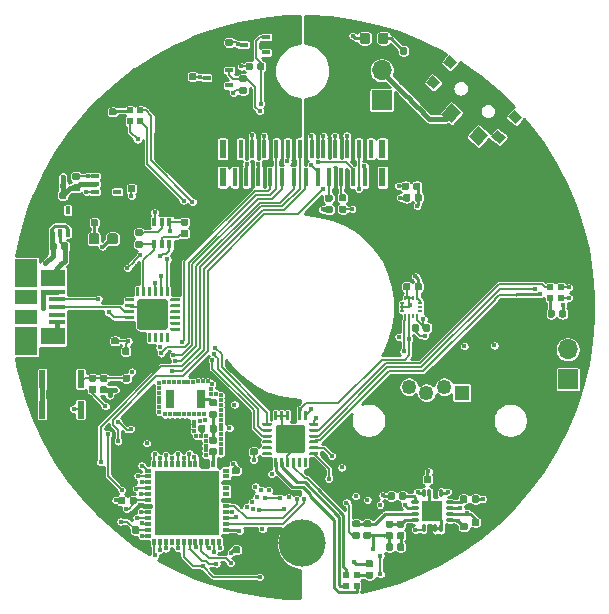
<source format=gbr>
G04 #@! TF.GenerationSoftware,KiCad,Pcbnew,5.1.5-52549c5~84~ubuntu18.04.1*
G04 #@! TF.CreationDate,2020-03-24T02:23:38-04:00*
G04 #@! TF.ProjectId,SwarmBot,53776172-6d42-46f7-942e-6b696361645f,rev?*
G04 #@! TF.SameCoordinates,Original*
G04 #@! TF.FileFunction,Copper,L1,Top*
G04 #@! TF.FilePolarity,Positive*
%FSLAX46Y46*%
G04 Gerber Fmt 4.6, Leading zero omitted, Abs format (unit mm)*
G04 Created by KiCad (PCBNEW 5.1.5-52549c5~84~ubuntu18.04.1) date 2020-03-24 02:23:38*
%MOMM*%
%LPD*%
G04 APERTURE LIST*
%ADD10O,1.700000X1.700000*%
%ADD11R,1.700000X1.700000*%
%ADD12O,1.250000X1.250000*%
%ADD13R,1.250000X1.250000*%
%ADD14C,0.100000*%
%ADD15C,4.000000*%
%ADD16R,0.325000X0.200000*%
%ADD17R,0.200000X0.325000*%
%ADD18R,0.500000X0.500000*%
%ADD19R,0.609600X1.600200*%
%ADD20R,0.406400X1.600200*%
%ADD21R,0.400000X0.650000*%
%ADD22R,0.650000X0.400000*%
%ADD23R,5.500000X5.500000*%
%ADD24R,0.550000X0.350000*%
%ADD25R,0.350000X0.550000*%
%ADD26R,0.800000X1.600000*%
%ADD27R,1.800000X1.800000*%
%ADD28O,0.300000X0.750000*%
%ADD29O,0.750000X0.300000*%
%ADD30R,0.550000X1.500000*%
%ADD31R,1.900000X1.175000*%
%ADD32R,1.900000X2.375000*%
%ADD33R,2.100000X1.475000*%
%ADD34R,1.380000X0.450000*%
%ADD35C,0.400000*%
%ADD36C,0.250000*%
%ADD37C,0.200000*%
%ADD38C,0.450000*%
%ADD39C,0.175000*%
%ADD40C,0.254000*%
G04 APERTURE END LIST*
D10*
X6700000Y20040000D03*
D11*
X6700000Y17500000D03*
D10*
X22460000Y-3590000D03*
D11*
X22460000Y-6130000D03*
D12*
X9000000Y-6750000D03*
X10500000Y-7250000D03*
X12000000Y-6750000D03*
D13*
X13500000Y-7250000D03*
G04 #@! TA.AperFunction,SMDPad,CuDef*
D14*
G36*
X-16483042Y7469290D02*
G01*
X-16468724Y7467166D01*
X-16454683Y7463649D01*
X-16441054Y7458772D01*
X-16427969Y7452583D01*
X-16415553Y7445142D01*
X-16403927Y7436519D01*
X-16393202Y7426798D01*
X-16383481Y7416073D01*
X-16374858Y7404447D01*
X-16367417Y7392031D01*
X-16361228Y7378946D01*
X-16356351Y7365317D01*
X-16352834Y7351276D01*
X-16350710Y7336958D01*
X-16350000Y7322500D01*
X-16350000Y6977500D01*
X-16350710Y6963042D01*
X-16352834Y6948724D01*
X-16356351Y6934683D01*
X-16361228Y6921054D01*
X-16367417Y6907969D01*
X-16374858Y6895553D01*
X-16383481Y6883927D01*
X-16393202Y6873202D01*
X-16403927Y6863481D01*
X-16415553Y6854858D01*
X-16427969Y6847417D01*
X-16441054Y6841228D01*
X-16454683Y6836351D01*
X-16468724Y6832834D01*
X-16483042Y6830710D01*
X-16497500Y6830000D01*
X-16792500Y6830000D01*
X-16806958Y6830710D01*
X-16821276Y6832834D01*
X-16835317Y6836351D01*
X-16848946Y6841228D01*
X-16862031Y6847417D01*
X-16874447Y6854858D01*
X-16886073Y6863481D01*
X-16896798Y6873202D01*
X-16906519Y6883927D01*
X-16915142Y6895553D01*
X-16922583Y6907969D01*
X-16928772Y6921054D01*
X-16933649Y6934683D01*
X-16937166Y6948724D01*
X-16939290Y6963042D01*
X-16940000Y6977500D01*
X-16940000Y7322500D01*
X-16939290Y7336958D01*
X-16937166Y7351276D01*
X-16933649Y7365317D01*
X-16928772Y7378946D01*
X-16922583Y7392031D01*
X-16915142Y7404447D01*
X-16906519Y7416073D01*
X-16896798Y7426798D01*
X-16886073Y7436519D01*
X-16874447Y7445142D01*
X-16862031Y7452583D01*
X-16848946Y7458772D01*
X-16835317Y7463649D01*
X-16821276Y7467166D01*
X-16806958Y7469290D01*
X-16792500Y7470000D01*
X-16497500Y7470000D01*
X-16483042Y7469290D01*
G37*
G04 #@! TD.AperFunction*
G04 #@! TA.AperFunction,SMDPad,CuDef*
G36*
X-17453042Y7469290D02*
G01*
X-17438724Y7467166D01*
X-17424683Y7463649D01*
X-17411054Y7458772D01*
X-17397969Y7452583D01*
X-17385553Y7445142D01*
X-17373927Y7436519D01*
X-17363202Y7426798D01*
X-17353481Y7416073D01*
X-17344858Y7404447D01*
X-17337417Y7392031D01*
X-17331228Y7378946D01*
X-17326351Y7365317D01*
X-17322834Y7351276D01*
X-17320710Y7336958D01*
X-17320000Y7322500D01*
X-17320000Y6977500D01*
X-17320710Y6963042D01*
X-17322834Y6948724D01*
X-17326351Y6934683D01*
X-17331228Y6921054D01*
X-17337417Y6907969D01*
X-17344858Y6895553D01*
X-17353481Y6883927D01*
X-17363202Y6873202D01*
X-17373927Y6863481D01*
X-17385553Y6854858D01*
X-17397969Y6847417D01*
X-17411054Y6841228D01*
X-17424683Y6836351D01*
X-17438724Y6832834D01*
X-17453042Y6830710D01*
X-17467500Y6830000D01*
X-17762500Y6830000D01*
X-17776958Y6830710D01*
X-17791276Y6832834D01*
X-17805317Y6836351D01*
X-17818946Y6841228D01*
X-17832031Y6847417D01*
X-17844447Y6854858D01*
X-17856073Y6863481D01*
X-17866798Y6873202D01*
X-17876519Y6883927D01*
X-17885142Y6895553D01*
X-17892583Y6907969D01*
X-17898772Y6921054D01*
X-17903649Y6934683D01*
X-17907166Y6948724D01*
X-17909290Y6963042D01*
X-17910000Y6977500D01*
X-17910000Y7322500D01*
X-17909290Y7336958D01*
X-17907166Y7351276D01*
X-17903649Y7365317D01*
X-17898772Y7378946D01*
X-17892583Y7392031D01*
X-17885142Y7404447D01*
X-17876519Y7416073D01*
X-17866798Y7426798D01*
X-17856073Y7436519D01*
X-17844447Y7445142D01*
X-17832031Y7452583D01*
X-17818946Y7458772D01*
X-17805317Y7463649D01*
X-17791276Y7467166D01*
X-17776958Y7469290D01*
X-17762500Y7470000D01*
X-17467500Y7470000D01*
X-17453042Y7469290D01*
G37*
G04 #@! TD.AperFunction*
G04 #@! TA.AperFunction,SMDPad,CuDef*
G36*
X9671958Y21999290D02*
G01*
X9686276Y21997166D01*
X9700317Y21993649D01*
X9713946Y21988772D01*
X9727031Y21982583D01*
X9739447Y21975142D01*
X9751073Y21966519D01*
X9761798Y21956798D01*
X9771519Y21946073D01*
X9780142Y21934447D01*
X9787583Y21922031D01*
X9793772Y21908946D01*
X9798649Y21895317D01*
X9802166Y21881276D01*
X9804290Y21866958D01*
X9805000Y21852500D01*
X9805000Y21507500D01*
X9804290Y21493042D01*
X9802166Y21478724D01*
X9798649Y21464683D01*
X9793772Y21451054D01*
X9787583Y21437969D01*
X9780142Y21425553D01*
X9771519Y21413927D01*
X9761798Y21403202D01*
X9751073Y21393481D01*
X9739447Y21384858D01*
X9727031Y21377417D01*
X9713946Y21371228D01*
X9700317Y21366351D01*
X9686276Y21362834D01*
X9671958Y21360710D01*
X9657500Y21360000D01*
X9362500Y21360000D01*
X9348042Y21360710D01*
X9333724Y21362834D01*
X9319683Y21366351D01*
X9306054Y21371228D01*
X9292969Y21377417D01*
X9280553Y21384858D01*
X9268927Y21393481D01*
X9258202Y21403202D01*
X9248481Y21413927D01*
X9239858Y21425553D01*
X9232417Y21437969D01*
X9226228Y21451054D01*
X9221351Y21464683D01*
X9217834Y21478724D01*
X9215710Y21493042D01*
X9215000Y21507500D01*
X9215000Y21852500D01*
X9215710Y21866958D01*
X9217834Y21881276D01*
X9221351Y21895317D01*
X9226228Y21908946D01*
X9232417Y21922031D01*
X9239858Y21934447D01*
X9248481Y21946073D01*
X9258202Y21956798D01*
X9268927Y21966519D01*
X9280553Y21975142D01*
X9292969Y21982583D01*
X9306054Y21988772D01*
X9319683Y21993649D01*
X9333724Y21997166D01*
X9348042Y21999290D01*
X9362500Y22000000D01*
X9657500Y22000000D01*
X9671958Y21999290D01*
G37*
G04 #@! TD.AperFunction*
G04 #@! TA.AperFunction,SMDPad,CuDef*
G36*
X8701958Y21999290D02*
G01*
X8716276Y21997166D01*
X8730317Y21993649D01*
X8743946Y21988772D01*
X8757031Y21982583D01*
X8769447Y21975142D01*
X8781073Y21966519D01*
X8791798Y21956798D01*
X8801519Y21946073D01*
X8810142Y21934447D01*
X8817583Y21922031D01*
X8823772Y21908946D01*
X8828649Y21895317D01*
X8832166Y21881276D01*
X8834290Y21866958D01*
X8835000Y21852500D01*
X8835000Y21507500D01*
X8834290Y21493042D01*
X8832166Y21478724D01*
X8828649Y21464683D01*
X8823772Y21451054D01*
X8817583Y21437969D01*
X8810142Y21425553D01*
X8801519Y21413927D01*
X8791798Y21403202D01*
X8781073Y21393481D01*
X8769447Y21384858D01*
X8757031Y21377417D01*
X8743946Y21371228D01*
X8730317Y21366351D01*
X8716276Y21362834D01*
X8701958Y21360710D01*
X8687500Y21360000D01*
X8392500Y21360000D01*
X8378042Y21360710D01*
X8363724Y21362834D01*
X8349683Y21366351D01*
X8336054Y21371228D01*
X8322969Y21377417D01*
X8310553Y21384858D01*
X8298927Y21393481D01*
X8288202Y21403202D01*
X8278481Y21413927D01*
X8269858Y21425553D01*
X8262417Y21437969D01*
X8256228Y21451054D01*
X8251351Y21464683D01*
X8247834Y21478724D01*
X8245710Y21493042D01*
X8245000Y21507500D01*
X8245000Y21852500D01*
X8245710Y21866958D01*
X8247834Y21881276D01*
X8251351Y21895317D01*
X8256228Y21908946D01*
X8262417Y21922031D01*
X8269858Y21934447D01*
X8278481Y21946073D01*
X8288202Y21956798D01*
X8298927Y21966519D01*
X8310553Y21975142D01*
X8322969Y21982583D01*
X8336054Y21988772D01*
X8349683Y21993649D01*
X8363724Y21997166D01*
X8378042Y21999290D01*
X8392500Y22000000D01*
X8687500Y22000000D01*
X8701958Y21999290D01*
G37*
G04 #@! TD.AperFunction*
G04 #@! TA.AperFunction,SMDPad,CuDef*
G36*
X-17409809Y6243947D02*
G01*
X-17388574Y6240797D01*
X-17367750Y6235581D01*
X-17347538Y6228349D01*
X-17328132Y6219170D01*
X-17309719Y6208134D01*
X-17292476Y6195346D01*
X-17276570Y6180930D01*
X-17262154Y6165024D01*
X-17249366Y6147781D01*
X-17238330Y6129368D01*
X-17229151Y6109962D01*
X-17221919Y6089750D01*
X-17216703Y6068926D01*
X-17213553Y6047691D01*
X-17212500Y6026250D01*
X-17212500Y5513750D01*
X-17213553Y5492309D01*
X-17216703Y5471074D01*
X-17221919Y5450250D01*
X-17229151Y5430038D01*
X-17238330Y5410632D01*
X-17249366Y5392219D01*
X-17262154Y5374976D01*
X-17276570Y5359070D01*
X-17292476Y5344654D01*
X-17309719Y5331866D01*
X-17328132Y5320830D01*
X-17347538Y5311651D01*
X-17367750Y5304419D01*
X-17388574Y5299203D01*
X-17409809Y5296053D01*
X-17431250Y5295000D01*
X-17868750Y5295000D01*
X-17890191Y5296053D01*
X-17911426Y5299203D01*
X-17932250Y5304419D01*
X-17952462Y5311651D01*
X-17971868Y5320830D01*
X-17990281Y5331866D01*
X-18007524Y5344654D01*
X-18023430Y5359070D01*
X-18037846Y5374976D01*
X-18050634Y5392219D01*
X-18061670Y5410632D01*
X-18070849Y5430038D01*
X-18078081Y5450250D01*
X-18083297Y5471074D01*
X-18086447Y5492309D01*
X-18087500Y5513750D01*
X-18087500Y6026250D01*
X-18086447Y6047691D01*
X-18083297Y6068926D01*
X-18078081Y6089750D01*
X-18070849Y6109962D01*
X-18061670Y6129368D01*
X-18050634Y6147781D01*
X-18037846Y6165024D01*
X-18023430Y6180930D01*
X-18007524Y6195346D01*
X-17990281Y6208134D01*
X-17971868Y6219170D01*
X-17952462Y6228349D01*
X-17932250Y6235581D01*
X-17911426Y6240797D01*
X-17890191Y6243947D01*
X-17868750Y6245000D01*
X-17431250Y6245000D01*
X-17409809Y6243947D01*
G37*
G04 #@! TD.AperFunction*
G04 #@! TA.AperFunction,SMDPad,CuDef*
G36*
X-15834809Y6243947D02*
G01*
X-15813574Y6240797D01*
X-15792750Y6235581D01*
X-15772538Y6228349D01*
X-15753132Y6219170D01*
X-15734719Y6208134D01*
X-15717476Y6195346D01*
X-15701570Y6180930D01*
X-15687154Y6165024D01*
X-15674366Y6147781D01*
X-15663330Y6129368D01*
X-15654151Y6109962D01*
X-15646919Y6089750D01*
X-15641703Y6068926D01*
X-15638553Y6047691D01*
X-15637500Y6026250D01*
X-15637500Y5513750D01*
X-15638553Y5492309D01*
X-15641703Y5471074D01*
X-15646919Y5450250D01*
X-15654151Y5430038D01*
X-15663330Y5410632D01*
X-15674366Y5392219D01*
X-15687154Y5374976D01*
X-15701570Y5359070D01*
X-15717476Y5344654D01*
X-15734719Y5331866D01*
X-15753132Y5320830D01*
X-15772538Y5311651D01*
X-15792750Y5304419D01*
X-15813574Y5299203D01*
X-15834809Y5296053D01*
X-15856250Y5295000D01*
X-16293750Y5295000D01*
X-16315191Y5296053D01*
X-16336426Y5299203D01*
X-16357250Y5304419D01*
X-16377462Y5311651D01*
X-16396868Y5320830D01*
X-16415281Y5331866D01*
X-16432524Y5344654D01*
X-16448430Y5359070D01*
X-16462846Y5374976D01*
X-16475634Y5392219D01*
X-16486670Y5410632D01*
X-16495849Y5430038D01*
X-16503081Y5450250D01*
X-16508297Y5471074D01*
X-16511447Y5492309D01*
X-16512500Y5513750D01*
X-16512500Y6026250D01*
X-16511447Y6047691D01*
X-16508297Y6068926D01*
X-16503081Y6089750D01*
X-16495849Y6109962D01*
X-16486670Y6129368D01*
X-16475634Y6147781D01*
X-16462846Y6165024D01*
X-16448430Y6180930D01*
X-16432524Y6195346D01*
X-16415281Y6208134D01*
X-16396868Y6219170D01*
X-16377462Y6228349D01*
X-16357250Y6235581D01*
X-16336426Y6240797D01*
X-16315191Y6243947D01*
X-16293750Y6245000D01*
X-15856250Y6245000D01*
X-15834809Y6243947D01*
G37*
G04 #@! TD.AperFunction*
G04 #@! TA.AperFunction,SMDPad,CuDef*
G36*
X7087691Y23223947D02*
G01*
X7108926Y23220797D01*
X7129750Y23215581D01*
X7149962Y23208349D01*
X7169368Y23199170D01*
X7187781Y23188134D01*
X7205024Y23175346D01*
X7220930Y23160930D01*
X7235346Y23145024D01*
X7248134Y23127781D01*
X7259170Y23109368D01*
X7268349Y23089962D01*
X7275581Y23069750D01*
X7280797Y23048926D01*
X7283947Y23027691D01*
X7285000Y23006250D01*
X7285000Y22493750D01*
X7283947Y22472309D01*
X7280797Y22451074D01*
X7275581Y22430250D01*
X7268349Y22410038D01*
X7259170Y22390632D01*
X7248134Y22372219D01*
X7235346Y22354976D01*
X7220930Y22339070D01*
X7205024Y22324654D01*
X7187781Y22311866D01*
X7169368Y22300830D01*
X7149962Y22291651D01*
X7129750Y22284419D01*
X7108926Y22279203D01*
X7087691Y22276053D01*
X7066250Y22275000D01*
X6628750Y22275000D01*
X6607309Y22276053D01*
X6586074Y22279203D01*
X6565250Y22284419D01*
X6545038Y22291651D01*
X6525632Y22300830D01*
X6507219Y22311866D01*
X6489976Y22324654D01*
X6474070Y22339070D01*
X6459654Y22354976D01*
X6446866Y22372219D01*
X6435830Y22390632D01*
X6426651Y22410038D01*
X6419419Y22430250D01*
X6414203Y22451074D01*
X6411053Y22472309D01*
X6410000Y22493750D01*
X6410000Y23006250D01*
X6411053Y23027691D01*
X6414203Y23048926D01*
X6419419Y23069750D01*
X6426651Y23089962D01*
X6435830Y23109368D01*
X6446866Y23127781D01*
X6459654Y23145024D01*
X6474070Y23160930D01*
X6489976Y23175346D01*
X6507219Y23188134D01*
X6525632Y23199170D01*
X6545038Y23208349D01*
X6565250Y23215581D01*
X6586074Y23220797D01*
X6607309Y23223947D01*
X6628750Y23225000D01*
X7066250Y23225000D01*
X7087691Y23223947D01*
G37*
G04 #@! TD.AperFunction*
G04 #@! TA.AperFunction,SMDPad,CuDef*
G36*
X5512691Y23223947D02*
G01*
X5533926Y23220797D01*
X5554750Y23215581D01*
X5574962Y23208349D01*
X5594368Y23199170D01*
X5612781Y23188134D01*
X5630024Y23175346D01*
X5645930Y23160930D01*
X5660346Y23145024D01*
X5673134Y23127781D01*
X5684170Y23109368D01*
X5693349Y23089962D01*
X5700581Y23069750D01*
X5705797Y23048926D01*
X5708947Y23027691D01*
X5710000Y23006250D01*
X5710000Y22493750D01*
X5708947Y22472309D01*
X5705797Y22451074D01*
X5700581Y22430250D01*
X5693349Y22410038D01*
X5684170Y22390632D01*
X5673134Y22372219D01*
X5660346Y22354976D01*
X5645930Y22339070D01*
X5630024Y22324654D01*
X5612781Y22311866D01*
X5594368Y22300830D01*
X5574962Y22291651D01*
X5554750Y22284419D01*
X5533926Y22279203D01*
X5512691Y22276053D01*
X5491250Y22275000D01*
X5053750Y22275000D01*
X5032309Y22276053D01*
X5011074Y22279203D01*
X4990250Y22284419D01*
X4970038Y22291651D01*
X4950632Y22300830D01*
X4932219Y22311866D01*
X4914976Y22324654D01*
X4899070Y22339070D01*
X4884654Y22354976D01*
X4871866Y22372219D01*
X4860830Y22390632D01*
X4851651Y22410038D01*
X4844419Y22430250D01*
X4839203Y22451074D01*
X4836053Y22472309D01*
X4835000Y22493750D01*
X4835000Y23006250D01*
X4836053Y23027691D01*
X4839203Y23048926D01*
X4844419Y23069750D01*
X4851651Y23089962D01*
X4860830Y23109368D01*
X4871866Y23127781D01*
X4884654Y23145024D01*
X4899070Y23160930D01*
X4914976Y23175346D01*
X4932219Y23188134D01*
X4950632Y23199170D01*
X4970038Y23208349D01*
X4990250Y23215581D01*
X5011074Y23220797D01*
X5032309Y23223947D01*
X5053750Y23225000D01*
X5491250Y23225000D01*
X5512691Y23223947D01*
G37*
G04 #@! TD.AperFunction*
D15*
X0Y-20000000D03*
D16*
X8452500Y-350000D03*
X8452500Y0D03*
X8452500Y350000D03*
D17*
X8690000Y762500D03*
X9040000Y762500D03*
X9390000Y762500D03*
X9740000Y762500D03*
D16*
X9977500Y350000D03*
X9977500Y0D03*
X9977500Y-350000D03*
D17*
X9740000Y-762500D03*
X9390000Y-762500D03*
X9040000Y-762500D03*
X8690000Y-762500D03*
G04 #@! TA.AperFunction,SMDPad,CuDef*
D14*
G36*
X14065458Y14366708D02*
G01*
X14868943Y15324264D01*
X15749894Y14585058D01*
X14946409Y13627502D01*
X14065458Y14366708D01*
G37*
G04 #@! TD.AperFunction*
G04 #@! TA.AperFunction,SMDPad,CuDef*
G36*
X10618258Y17259253D02*
G01*
X11421743Y18216809D01*
X12302694Y17477603D01*
X11499209Y16520047D01*
X10618258Y17259253D01*
G37*
G04 #@! TD.AperFunction*
G04 #@! TA.AperFunction,SMDPad,CuDef*
G36*
X11767325Y16295071D02*
G01*
X12570810Y17252627D01*
X13451761Y16513421D01*
X12648276Y15555865D01*
X11767325Y16295071D01*
G37*
G04 #@! TD.AperFunction*
G04 #@! TA.AperFunction,SMDPad,CuDef*
G36*
X10483339Y19004224D02*
G01*
X10997569Y19617059D01*
X11687009Y19038550D01*
X11172779Y18425715D01*
X10483339Y19004224D01*
G37*
G04 #@! TD.AperFunction*
G04 #@! TA.AperFunction,SMDPad,CuDef*
G36*
X15998859Y14376153D02*
G01*
X16513089Y14988988D01*
X17202529Y14410479D01*
X16688299Y13797644D01*
X15998859Y14376153D01*
G37*
G04 #@! TD.AperFunction*
G04 #@! TA.AperFunction,SMDPad,CuDef*
G36*
X17412991Y16061450D02*
G01*
X17927221Y16674285D01*
X18616661Y16095776D01*
X18102431Y15482941D01*
X17412991Y16061450D01*
G37*
G04 #@! TD.AperFunction*
G04 #@! TA.AperFunction,SMDPad,CuDef*
G36*
X11897471Y20689521D02*
G01*
X12411701Y21302356D01*
X13101141Y20723847D01*
X12586911Y20111012D01*
X11897471Y20689521D01*
G37*
G04 #@! TD.AperFunction*
D18*
X4580000Y-22710000D03*
X3680000Y-22710000D03*
X3680000Y-23610000D03*
X4580000Y-23610000D03*
X20990000Y790000D03*
X21890000Y790000D03*
X21890000Y1690000D03*
X20990000Y1690000D03*
X-14610000Y16640000D03*
X-14610000Y15740000D03*
X-13710000Y15740000D03*
X-13710000Y16640000D03*
D19*
X-6746000Y10994800D03*
X6766800Y10994800D03*
X-6746000Y13382400D03*
X6766800Y13382400D03*
D20*
X5776200Y13382400D03*
X5268200Y10994800D03*
X4760200Y13382400D03*
X4277600Y10994800D03*
X3769600Y13382400D03*
X3261600Y10994800D03*
X2779000Y13382400D03*
X2271000Y10994800D03*
X1763000Y13382400D03*
X1280400Y10994800D03*
X772400Y13382400D03*
X264400Y10994800D03*
X-218200Y13382400D03*
X-726200Y10994800D03*
X-1234200Y13382400D03*
X-1742200Y10994800D03*
X-2224800Y13382400D03*
X-2732800Y10994800D03*
X-3240800Y13382400D03*
X-3723400Y10994800D03*
X-4231400Y13382400D03*
X-4739400Y10994800D03*
X-5222000Y13382400D03*
X-5730000Y10994800D03*
D21*
X-11254980Y5326340D03*
X-12554980Y5326340D03*
X-11904980Y7226340D03*
X-11904980Y5326340D03*
X-12554980Y7226340D03*
X-11254980Y7226340D03*
G04 #@! TA.AperFunction,SMDPad,CuDef*
D14*
G36*
X8995538Y9568810D02*
G01*
X9009856Y9566686D01*
X9023897Y9563169D01*
X9037526Y9558292D01*
X9050611Y9552103D01*
X9063027Y9544662D01*
X9074653Y9536039D01*
X9085378Y9526318D01*
X9095099Y9515593D01*
X9103722Y9503967D01*
X9111163Y9491551D01*
X9117352Y9478466D01*
X9122229Y9464837D01*
X9125746Y9450796D01*
X9127870Y9436478D01*
X9128580Y9422020D01*
X9128580Y9077020D01*
X9127870Y9062562D01*
X9125746Y9048244D01*
X9122229Y9034203D01*
X9117352Y9020574D01*
X9111163Y9007489D01*
X9103722Y8995073D01*
X9095099Y8983447D01*
X9085378Y8972722D01*
X9074653Y8963001D01*
X9063027Y8954378D01*
X9050611Y8946937D01*
X9037526Y8940748D01*
X9023897Y8935871D01*
X9009856Y8932354D01*
X8995538Y8930230D01*
X8981080Y8929520D01*
X8686080Y8929520D01*
X8671622Y8930230D01*
X8657304Y8932354D01*
X8643263Y8935871D01*
X8629634Y8940748D01*
X8616549Y8946937D01*
X8604133Y8954378D01*
X8592507Y8963001D01*
X8581782Y8972722D01*
X8572061Y8983447D01*
X8563438Y8995073D01*
X8555997Y9007489D01*
X8549808Y9020574D01*
X8544931Y9034203D01*
X8541414Y9048244D01*
X8539290Y9062562D01*
X8538580Y9077020D01*
X8538580Y9422020D01*
X8539290Y9436478D01*
X8541414Y9450796D01*
X8544931Y9464837D01*
X8549808Y9478466D01*
X8555997Y9491551D01*
X8563438Y9503967D01*
X8572061Y9515593D01*
X8581782Y9526318D01*
X8592507Y9536039D01*
X8604133Y9544662D01*
X8616549Y9552103D01*
X8629634Y9558292D01*
X8643263Y9563169D01*
X8657304Y9566686D01*
X8671622Y9568810D01*
X8686080Y9569520D01*
X8981080Y9569520D01*
X8995538Y9568810D01*
G37*
G04 #@! TD.AperFunction*
G04 #@! TA.AperFunction,SMDPad,CuDef*
G36*
X9965538Y9568810D02*
G01*
X9979856Y9566686D01*
X9993897Y9563169D01*
X10007526Y9558292D01*
X10020611Y9552103D01*
X10033027Y9544662D01*
X10044653Y9536039D01*
X10055378Y9526318D01*
X10065099Y9515593D01*
X10073722Y9503967D01*
X10081163Y9491551D01*
X10087352Y9478466D01*
X10092229Y9464837D01*
X10095746Y9450796D01*
X10097870Y9436478D01*
X10098580Y9422020D01*
X10098580Y9077020D01*
X10097870Y9062562D01*
X10095746Y9048244D01*
X10092229Y9034203D01*
X10087352Y9020574D01*
X10081163Y9007489D01*
X10073722Y8995073D01*
X10065099Y8983447D01*
X10055378Y8972722D01*
X10044653Y8963001D01*
X10033027Y8954378D01*
X10020611Y8946937D01*
X10007526Y8940748D01*
X9993897Y8935871D01*
X9979856Y8932354D01*
X9965538Y8930230D01*
X9951080Y8929520D01*
X9656080Y8929520D01*
X9641622Y8930230D01*
X9627304Y8932354D01*
X9613263Y8935871D01*
X9599634Y8940748D01*
X9586549Y8946937D01*
X9574133Y8954378D01*
X9562507Y8963001D01*
X9551782Y8972722D01*
X9542061Y8983447D01*
X9533438Y8995073D01*
X9525997Y9007489D01*
X9519808Y9020574D01*
X9514931Y9034203D01*
X9511414Y9048244D01*
X9509290Y9062562D01*
X9508580Y9077020D01*
X9508580Y9422020D01*
X9509290Y9436478D01*
X9511414Y9450796D01*
X9514931Y9464837D01*
X9519808Y9478466D01*
X9525997Y9491551D01*
X9533438Y9503967D01*
X9542061Y9515593D01*
X9551782Y9526318D01*
X9562507Y9536039D01*
X9574133Y9544662D01*
X9586549Y9552103D01*
X9599634Y9558292D01*
X9613263Y9563169D01*
X9627304Y9566686D01*
X9641622Y9568810D01*
X9656080Y9569520D01*
X9951080Y9569520D01*
X9965538Y9568810D01*
G37*
G04 #@! TD.AperFunction*
G04 #@! TA.AperFunction,SMDPad,CuDef*
G36*
X8881238Y10539090D02*
G01*
X8895556Y10536966D01*
X8909597Y10533449D01*
X8923226Y10528572D01*
X8936311Y10522383D01*
X8948727Y10514942D01*
X8960353Y10506319D01*
X8971078Y10496598D01*
X8980799Y10485873D01*
X8989422Y10474247D01*
X8996863Y10461831D01*
X9003052Y10448746D01*
X9007929Y10435117D01*
X9011446Y10421076D01*
X9013570Y10406758D01*
X9014280Y10392300D01*
X9014280Y10047300D01*
X9013570Y10032842D01*
X9011446Y10018524D01*
X9007929Y10004483D01*
X9003052Y9990854D01*
X8996863Y9977769D01*
X8989422Y9965353D01*
X8980799Y9953727D01*
X8971078Y9943002D01*
X8960353Y9933281D01*
X8948727Y9924658D01*
X8936311Y9917217D01*
X8923226Y9911028D01*
X8909597Y9906151D01*
X8895556Y9902634D01*
X8881238Y9900510D01*
X8866780Y9899800D01*
X8571780Y9899800D01*
X8557322Y9900510D01*
X8543004Y9902634D01*
X8528963Y9906151D01*
X8515334Y9911028D01*
X8502249Y9917217D01*
X8489833Y9924658D01*
X8478207Y9933281D01*
X8467482Y9943002D01*
X8457761Y9953727D01*
X8449138Y9965353D01*
X8441697Y9977769D01*
X8435508Y9990854D01*
X8430631Y10004483D01*
X8427114Y10018524D01*
X8424990Y10032842D01*
X8424280Y10047300D01*
X8424280Y10392300D01*
X8424990Y10406758D01*
X8427114Y10421076D01*
X8430631Y10435117D01*
X8435508Y10448746D01*
X8441697Y10461831D01*
X8449138Y10474247D01*
X8457761Y10485873D01*
X8467482Y10496598D01*
X8478207Y10506319D01*
X8489833Y10514942D01*
X8502249Y10522383D01*
X8515334Y10528572D01*
X8528963Y10533449D01*
X8543004Y10536966D01*
X8557322Y10539090D01*
X8571780Y10539800D01*
X8866780Y10539800D01*
X8881238Y10539090D01*
G37*
G04 #@! TD.AperFunction*
G04 #@! TA.AperFunction,SMDPad,CuDef*
G36*
X9851238Y10539090D02*
G01*
X9865556Y10536966D01*
X9879597Y10533449D01*
X9893226Y10528572D01*
X9906311Y10522383D01*
X9918727Y10514942D01*
X9930353Y10506319D01*
X9941078Y10496598D01*
X9950799Y10485873D01*
X9959422Y10474247D01*
X9966863Y10461831D01*
X9973052Y10448746D01*
X9977929Y10435117D01*
X9981446Y10421076D01*
X9983570Y10406758D01*
X9984280Y10392300D01*
X9984280Y10047300D01*
X9983570Y10032842D01*
X9981446Y10018524D01*
X9977929Y10004483D01*
X9973052Y9990854D01*
X9966863Y9977769D01*
X9959422Y9965353D01*
X9950799Y9953727D01*
X9941078Y9943002D01*
X9930353Y9933281D01*
X9918727Y9924658D01*
X9906311Y9917217D01*
X9893226Y9911028D01*
X9879597Y9906151D01*
X9865556Y9902634D01*
X9851238Y9900510D01*
X9836780Y9899800D01*
X9541780Y9899800D01*
X9527322Y9900510D01*
X9513004Y9902634D01*
X9498963Y9906151D01*
X9485334Y9911028D01*
X9472249Y9917217D01*
X9459833Y9924658D01*
X9448207Y9933281D01*
X9437482Y9943002D01*
X9427761Y9953727D01*
X9419138Y9965353D01*
X9411697Y9977769D01*
X9405508Y9990854D01*
X9400631Y10004483D01*
X9397114Y10018524D01*
X9394990Y10032842D01*
X9394280Y10047300D01*
X9394280Y10392300D01*
X9394990Y10406758D01*
X9397114Y10421076D01*
X9400631Y10435117D01*
X9405508Y10448746D01*
X9411697Y10461831D01*
X9419138Y10474247D01*
X9427761Y10485873D01*
X9437482Y10496598D01*
X9448207Y10506319D01*
X9459833Y10514942D01*
X9472249Y10522383D01*
X9485334Y10528572D01*
X9498963Y10533449D01*
X9513004Y10536966D01*
X9527322Y10539090D01*
X9541780Y10539800D01*
X9836780Y10539800D01*
X9851238Y10539090D01*
G37*
G04 #@! TD.AperFunction*
D22*
X-6212800Y20055600D03*
X-6212800Y18755600D03*
X-8112800Y19405600D03*
X-8112800Y18755600D03*
X-8112800Y20055600D03*
X-3063200Y22849600D03*
X-3063200Y21549600D03*
X-4963200Y22199600D03*
X-4963200Y21549600D03*
X-4963200Y22849600D03*
G04 #@! TA.AperFunction,SMDPad,CuDef*
D14*
G36*
X5866958Y-21435710D02*
G01*
X5881276Y-21437834D01*
X5895317Y-21441351D01*
X5908946Y-21446228D01*
X5922031Y-21452417D01*
X5934447Y-21459858D01*
X5946073Y-21468481D01*
X5956798Y-21478202D01*
X5966519Y-21488927D01*
X5975142Y-21500553D01*
X5982583Y-21512969D01*
X5988772Y-21526054D01*
X5993649Y-21539683D01*
X5997166Y-21553724D01*
X5999290Y-21568042D01*
X6000000Y-21582500D01*
X6000000Y-21877500D01*
X5999290Y-21891958D01*
X5997166Y-21906276D01*
X5993649Y-21920317D01*
X5988772Y-21933946D01*
X5982583Y-21947031D01*
X5975142Y-21959447D01*
X5966519Y-21971073D01*
X5956798Y-21981798D01*
X5946073Y-21991519D01*
X5934447Y-22000142D01*
X5922031Y-22007583D01*
X5908946Y-22013772D01*
X5895317Y-22018649D01*
X5881276Y-22022166D01*
X5866958Y-22024290D01*
X5852500Y-22025000D01*
X5507500Y-22025000D01*
X5493042Y-22024290D01*
X5478724Y-22022166D01*
X5464683Y-22018649D01*
X5451054Y-22013772D01*
X5437969Y-22007583D01*
X5425553Y-22000142D01*
X5413927Y-21991519D01*
X5403202Y-21981798D01*
X5393481Y-21971073D01*
X5384858Y-21959447D01*
X5377417Y-21947031D01*
X5371228Y-21933946D01*
X5366351Y-21920317D01*
X5362834Y-21906276D01*
X5360710Y-21891958D01*
X5360000Y-21877500D01*
X5360000Y-21582500D01*
X5360710Y-21568042D01*
X5362834Y-21553724D01*
X5366351Y-21539683D01*
X5371228Y-21526054D01*
X5377417Y-21512969D01*
X5384858Y-21500553D01*
X5393481Y-21488927D01*
X5403202Y-21478202D01*
X5413927Y-21468481D01*
X5425553Y-21459858D01*
X5437969Y-21452417D01*
X5451054Y-21446228D01*
X5464683Y-21441351D01*
X5478724Y-21437834D01*
X5493042Y-21435710D01*
X5507500Y-21435000D01*
X5852500Y-21435000D01*
X5866958Y-21435710D01*
G37*
G04 #@! TD.AperFunction*
G04 #@! TA.AperFunction,SMDPad,CuDef*
G36*
X5866958Y-22405710D02*
G01*
X5881276Y-22407834D01*
X5895317Y-22411351D01*
X5908946Y-22416228D01*
X5922031Y-22422417D01*
X5934447Y-22429858D01*
X5946073Y-22438481D01*
X5956798Y-22448202D01*
X5966519Y-22458927D01*
X5975142Y-22470553D01*
X5982583Y-22482969D01*
X5988772Y-22496054D01*
X5993649Y-22509683D01*
X5997166Y-22523724D01*
X5999290Y-22538042D01*
X6000000Y-22552500D01*
X6000000Y-22847500D01*
X5999290Y-22861958D01*
X5997166Y-22876276D01*
X5993649Y-22890317D01*
X5988772Y-22903946D01*
X5982583Y-22917031D01*
X5975142Y-22929447D01*
X5966519Y-22941073D01*
X5956798Y-22951798D01*
X5946073Y-22961519D01*
X5934447Y-22970142D01*
X5922031Y-22977583D01*
X5908946Y-22983772D01*
X5895317Y-22988649D01*
X5881276Y-22992166D01*
X5866958Y-22994290D01*
X5852500Y-22995000D01*
X5507500Y-22995000D01*
X5493042Y-22994290D01*
X5478724Y-22992166D01*
X5464683Y-22988649D01*
X5451054Y-22983772D01*
X5437969Y-22977583D01*
X5425553Y-22970142D01*
X5413927Y-22961519D01*
X5403202Y-22951798D01*
X5393481Y-22941073D01*
X5384858Y-22929447D01*
X5377417Y-22917031D01*
X5371228Y-22903946D01*
X5366351Y-22890317D01*
X5362834Y-22876276D01*
X5360710Y-22861958D01*
X5360000Y-22847500D01*
X5360000Y-22552500D01*
X5360710Y-22538042D01*
X5362834Y-22523724D01*
X5366351Y-22509683D01*
X5371228Y-22496054D01*
X5377417Y-22482969D01*
X5384858Y-22470553D01*
X5393481Y-22458927D01*
X5403202Y-22448202D01*
X5413927Y-22438481D01*
X5425553Y-22429858D01*
X5437969Y-22422417D01*
X5451054Y-22416228D01*
X5464683Y-22411351D01*
X5478724Y-22407834D01*
X5493042Y-22405710D01*
X5507500Y-22405000D01*
X5852500Y-22405000D01*
X5866958Y-22405710D01*
G37*
G04 #@! TD.AperFunction*
G04 #@! TA.AperFunction,SMDPad,CuDef*
G36*
X22183958Y-250710D02*
G01*
X22198276Y-252834D01*
X22212317Y-256351D01*
X22225946Y-261228D01*
X22239031Y-267417D01*
X22251447Y-274858D01*
X22263073Y-283481D01*
X22273798Y-293202D01*
X22283519Y-303927D01*
X22292142Y-315553D01*
X22299583Y-327969D01*
X22305772Y-341054D01*
X22310649Y-354683D01*
X22314166Y-368724D01*
X22316290Y-383042D01*
X22317000Y-397500D01*
X22317000Y-742500D01*
X22316290Y-756958D01*
X22314166Y-771276D01*
X22310649Y-785317D01*
X22305772Y-798946D01*
X22299583Y-812031D01*
X22292142Y-824447D01*
X22283519Y-836073D01*
X22273798Y-846798D01*
X22263073Y-856519D01*
X22251447Y-865142D01*
X22239031Y-872583D01*
X22225946Y-878772D01*
X22212317Y-883649D01*
X22198276Y-887166D01*
X22183958Y-889290D01*
X22169500Y-890000D01*
X21874500Y-890000D01*
X21860042Y-889290D01*
X21845724Y-887166D01*
X21831683Y-883649D01*
X21818054Y-878772D01*
X21804969Y-872583D01*
X21792553Y-865142D01*
X21780927Y-856519D01*
X21770202Y-846798D01*
X21760481Y-836073D01*
X21751858Y-824447D01*
X21744417Y-812031D01*
X21738228Y-798946D01*
X21733351Y-785317D01*
X21729834Y-771276D01*
X21727710Y-756958D01*
X21727000Y-742500D01*
X21727000Y-397500D01*
X21727710Y-383042D01*
X21729834Y-368724D01*
X21733351Y-354683D01*
X21738228Y-341054D01*
X21744417Y-327969D01*
X21751858Y-315553D01*
X21760481Y-303927D01*
X21770202Y-293202D01*
X21780927Y-283481D01*
X21792553Y-274858D01*
X21804969Y-267417D01*
X21818054Y-261228D01*
X21831683Y-256351D01*
X21845724Y-252834D01*
X21860042Y-250710D01*
X21874500Y-250000D01*
X22169500Y-250000D01*
X22183958Y-250710D01*
G37*
G04 #@! TD.AperFunction*
G04 #@! TA.AperFunction,SMDPad,CuDef*
G36*
X21213958Y-250710D02*
G01*
X21228276Y-252834D01*
X21242317Y-256351D01*
X21255946Y-261228D01*
X21269031Y-267417D01*
X21281447Y-274858D01*
X21293073Y-283481D01*
X21303798Y-293202D01*
X21313519Y-303927D01*
X21322142Y-315553D01*
X21329583Y-327969D01*
X21335772Y-341054D01*
X21340649Y-354683D01*
X21344166Y-368724D01*
X21346290Y-383042D01*
X21347000Y-397500D01*
X21347000Y-742500D01*
X21346290Y-756958D01*
X21344166Y-771276D01*
X21340649Y-785317D01*
X21335772Y-798946D01*
X21329583Y-812031D01*
X21322142Y-824447D01*
X21313519Y-836073D01*
X21303798Y-846798D01*
X21293073Y-856519D01*
X21281447Y-865142D01*
X21269031Y-872583D01*
X21255946Y-878772D01*
X21242317Y-883649D01*
X21228276Y-887166D01*
X21213958Y-889290D01*
X21199500Y-890000D01*
X20904500Y-890000D01*
X20890042Y-889290D01*
X20875724Y-887166D01*
X20861683Y-883649D01*
X20848054Y-878772D01*
X20834969Y-872583D01*
X20822553Y-865142D01*
X20810927Y-856519D01*
X20800202Y-846798D01*
X20790481Y-836073D01*
X20781858Y-824447D01*
X20774417Y-812031D01*
X20768228Y-798946D01*
X20763351Y-785317D01*
X20759834Y-771276D01*
X20757710Y-756958D01*
X20757000Y-742500D01*
X20757000Y-397500D01*
X20757710Y-383042D01*
X20759834Y-368724D01*
X20763351Y-354683D01*
X20768228Y-341054D01*
X20774417Y-327969D01*
X20781858Y-315553D01*
X20790481Y-303927D01*
X20800202Y-293202D01*
X20810927Y-283481D01*
X20822553Y-274858D01*
X20834969Y-267417D01*
X20848054Y-261228D01*
X20861683Y-256351D01*
X20875724Y-252834D01*
X20890042Y-250710D01*
X20904500Y-250000D01*
X21199500Y-250000D01*
X21213958Y-250710D01*
G37*
G04 #@! TD.AperFunction*
G04 #@! TA.AperFunction,SMDPad,CuDef*
G36*
X-15871042Y15838290D02*
G01*
X-15856724Y15836166D01*
X-15842683Y15832649D01*
X-15829054Y15827772D01*
X-15815969Y15821583D01*
X-15803553Y15814142D01*
X-15791927Y15805519D01*
X-15781202Y15795798D01*
X-15771481Y15785073D01*
X-15762858Y15773447D01*
X-15755417Y15761031D01*
X-15749228Y15747946D01*
X-15744351Y15734317D01*
X-15740834Y15720276D01*
X-15738710Y15705958D01*
X-15738000Y15691500D01*
X-15738000Y15396500D01*
X-15738710Y15382042D01*
X-15740834Y15367724D01*
X-15744351Y15353683D01*
X-15749228Y15340054D01*
X-15755417Y15326969D01*
X-15762858Y15314553D01*
X-15771481Y15302927D01*
X-15781202Y15292202D01*
X-15791927Y15282481D01*
X-15803553Y15273858D01*
X-15815969Y15266417D01*
X-15829054Y15260228D01*
X-15842683Y15255351D01*
X-15856724Y15251834D01*
X-15871042Y15249710D01*
X-15885500Y15249000D01*
X-16230500Y15249000D01*
X-16244958Y15249710D01*
X-16259276Y15251834D01*
X-16273317Y15255351D01*
X-16286946Y15260228D01*
X-16300031Y15266417D01*
X-16312447Y15273858D01*
X-16324073Y15282481D01*
X-16334798Y15292202D01*
X-16344519Y15302927D01*
X-16353142Y15314553D01*
X-16360583Y15326969D01*
X-16366772Y15340054D01*
X-16371649Y15353683D01*
X-16375166Y15367724D01*
X-16377290Y15382042D01*
X-16378000Y15396500D01*
X-16378000Y15691500D01*
X-16377290Y15705958D01*
X-16375166Y15720276D01*
X-16371649Y15734317D01*
X-16366772Y15747946D01*
X-16360583Y15761031D01*
X-16353142Y15773447D01*
X-16344519Y15785073D01*
X-16334798Y15795798D01*
X-16324073Y15805519D01*
X-16312447Y15814142D01*
X-16300031Y15821583D01*
X-16286946Y15827772D01*
X-16273317Y15832649D01*
X-16259276Y15836166D01*
X-16244958Y15838290D01*
X-16230500Y15839000D01*
X-15885500Y15839000D01*
X-15871042Y15838290D01*
G37*
G04 #@! TD.AperFunction*
G04 #@! TA.AperFunction,SMDPad,CuDef*
G36*
X-15871042Y16808290D02*
G01*
X-15856724Y16806166D01*
X-15842683Y16802649D01*
X-15829054Y16797772D01*
X-15815969Y16791583D01*
X-15803553Y16784142D01*
X-15791927Y16775519D01*
X-15781202Y16765798D01*
X-15771481Y16755073D01*
X-15762858Y16743447D01*
X-15755417Y16731031D01*
X-15749228Y16717946D01*
X-15744351Y16704317D01*
X-15740834Y16690276D01*
X-15738710Y16675958D01*
X-15738000Y16661500D01*
X-15738000Y16366500D01*
X-15738710Y16352042D01*
X-15740834Y16337724D01*
X-15744351Y16323683D01*
X-15749228Y16310054D01*
X-15755417Y16296969D01*
X-15762858Y16284553D01*
X-15771481Y16272927D01*
X-15781202Y16262202D01*
X-15791927Y16252481D01*
X-15803553Y16243858D01*
X-15815969Y16236417D01*
X-15829054Y16230228D01*
X-15842683Y16225351D01*
X-15856724Y16221834D01*
X-15871042Y16219710D01*
X-15885500Y16219000D01*
X-16230500Y16219000D01*
X-16244958Y16219710D01*
X-16259276Y16221834D01*
X-16273317Y16225351D01*
X-16286946Y16230228D01*
X-16300031Y16236417D01*
X-16312447Y16243858D01*
X-16324073Y16252481D01*
X-16334798Y16262202D01*
X-16344519Y16272927D01*
X-16353142Y16284553D01*
X-16360583Y16296969D01*
X-16366772Y16310054D01*
X-16371649Y16323683D01*
X-16375166Y16337724D01*
X-16377290Y16352042D01*
X-16378000Y16366500D01*
X-16378000Y16661500D01*
X-16377290Y16675958D01*
X-16375166Y16690276D01*
X-16371649Y16704317D01*
X-16366772Y16717946D01*
X-16360583Y16731031D01*
X-16353142Y16743447D01*
X-16344519Y16755073D01*
X-16334798Y16765798D01*
X-16324073Y16775519D01*
X-16312447Y16784142D01*
X-16300031Y16791583D01*
X-16286946Y16797772D01*
X-16273317Y16802649D01*
X-16259276Y16806166D01*
X-16244958Y16808290D01*
X-16230500Y16809000D01*
X-15885500Y16809000D01*
X-15871042Y16808290D01*
G37*
G04 #@! TD.AperFunction*
G04 #@! TA.AperFunction,SMDPad,CuDef*
G36*
X3590558Y9539890D02*
G01*
X3604876Y9537766D01*
X3618917Y9534249D01*
X3632546Y9529372D01*
X3645631Y9523183D01*
X3658047Y9515742D01*
X3669673Y9507119D01*
X3680398Y9497398D01*
X3690119Y9486673D01*
X3698742Y9475047D01*
X3706183Y9462631D01*
X3712372Y9449546D01*
X3717249Y9435917D01*
X3720766Y9421876D01*
X3722890Y9407558D01*
X3723600Y9393100D01*
X3723600Y9098100D01*
X3722890Y9083642D01*
X3720766Y9069324D01*
X3717249Y9055283D01*
X3712372Y9041654D01*
X3706183Y9028569D01*
X3698742Y9016153D01*
X3690119Y9004527D01*
X3680398Y8993802D01*
X3669673Y8984081D01*
X3658047Y8975458D01*
X3645631Y8968017D01*
X3632546Y8961828D01*
X3618917Y8956951D01*
X3604876Y8953434D01*
X3590558Y8951310D01*
X3576100Y8950600D01*
X3231100Y8950600D01*
X3216642Y8951310D01*
X3202324Y8953434D01*
X3188283Y8956951D01*
X3174654Y8961828D01*
X3161569Y8968017D01*
X3149153Y8975458D01*
X3137527Y8984081D01*
X3126802Y8993802D01*
X3117081Y9004527D01*
X3108458Y9016153D01*
X3101017Y9028569D01*
X3094828Y9041654D01*
X3089951Y9055283D01*
X3086434Y9069324D01*
X3084310Y9083642D01*
X3083600Y9098100D01*
X3083600Y9393100D01*
X3084310Y9407558D01*
X3086434Y9421876D01*
X3089951Y9435917D01*
X3094828Y9449546D01*
X3101017Y9462631D01*
X3108458Y9475047D01*
X3117081Y9486673D01*
X3126802Y9497398D01*
X3137527Y9507119D01*
X3149153Y9515742D01*
X3161569Y9523183D01*
X3174654Y9529372D01*
X3188283Y9534249D01*
X3202324Y9537766D01*
X3216642Y9539890D01*
X3231100Y9540600D01*
X3576100Y9540600D01*
X3590558Y9539890D01*
G37*
G04 #@! TD.AperFunction*
G04 #@! TA.AperFunction,SMDPad,CuDef*
G36*
X3590558Y8569890D02*
G01*
X3604876Y8567766D01*
X3618917Y8564249D01*
X3632546Y8559372D01*
X3645631Y8553183D01*
X3658047Y8545742D01*
X3669673Y8537119D01*
X3680398Y8527398D01*
X3690119Y8516673D01*
X3698742Y8505047D01*
X3706183Y8492631D01*
X3712372Y8479546D01*
X3717249Y8465917D01*
X3720766Y8451876D01*
X3722890Y8437558D01*
X3723600Y8423100D01*
X3723600Y8128100D01*
X3722890Y8113642D01*
X3720766Y8099324D01*
X3717249Y8085283D01*
X3712372Y8071654D01*
X3706183Y8058569D01*
X3698742Y8046153D01*
X3690119Y8034527D01*
X3680398Y8023802D01*
X3669673Y8014081D01*
X3658047Y8005458D01*
X3645631Y7998017D01*
X3632546Y7991828D01*
X3618917Y7986951D01*
X3604876Y7983434D01*
X3590558Y7981310D01*
X3576100Y7980600D01*
X3231100Y7980600D01*
X3216642Y7981310D01*
X3202324Y7983434D01*
X3188283Y7986951D01*
X3174654Y7991828D01*
X3161569Y7998017D01*
X3149153Y8005458D01*
X3137527Y8014081D01*
X3126802Y8023802D01*
X3117081Y8034527D01*
X3108458Y8046153D01*
X3101017Y8058569D01*
X3094828Y8071654D01*
X3089951Y8085283D01*
X3086434Y8099324D01*
X3084310Y8113642D01*
X3083600Y8128100D01*
X3083600Y8423100D01*
X3084310Y8437558D01*
X3086434Y8451876D01*
X3089951Y8465917D01*
X3094828Y8479546D01*
X3101017Y8492631D01*
X3108458Y8505047D01*
X3117081Y8516673D01*
X3126802Y8527398D01*
X3137527Y8537119D01*
X3149153Y8545742D01*
X3161569Y8553183D01*
X3174654Y8559372D01*
X3188283Y8564249D01*
X3202324Y8567766D01*
X3216642Y8569890D01*
X3231100Y8570600D01*
X3576100Y8570600D01*
X3590558Y8569890D01*
G37*
G04 #@! TD.AperFunction*
G04 #@! TA.AperFunction,SMDPad,CuDef*
G36*
X2422158Y9516890D02*
G01*
X2436476Y9514766D01*
X2450517Y9511249D01*
X2464146Y9506372D01*
X2477231Y9500183D01*
X2489647Y9492742D01*
X2501273Y9484119D01*
X2511998Y9474398D01*
X2521719Y9463673D01*
X2530342Y9452047D01*
X2537783Y9439631D01*
X2543972Y9426546D01*
X2548849Y9412917D01*
X2552366Y9398876D01*
X2554490Y9384558D01*
X2555200Y9370100D01*
X2555200Y9075100D01*
X2554490Y9060642D01*
X2552366Y9046324D01*
X2548849Y9032283D01*
X2543972Y9018654D01*
X2537783Y9005569D01*
X2530342Y8993153D01*
X2521719Y8981527D01*
X2511998Y8970802D01*
X2501273Y8961081D01*
X2489647Y8952458D01*
X2477231Y8945017D01*
X2464146Y8938828D01*
X2450517Y8933951D01*
X2436476Y8930434D01*
X2422158Y8928310D01*
X2407700Y8927600D01*
X2062700Y8927600D01*
X2048242Y8928310D01*
X2033924Y8930434D01*
X2019883Y8933951D01*
X2006254Y8938828D01*
X1993169Y8945017D01*
X1980753Y8952458D01*
X1969127Y8961081D01*
X1958402Y8970802D01*
X1948681Y8981527D01*
X1940058Y8993153D01*
X1932617Y9005569D01*
X1926428Y9018654D01*
X1921551Y9032283D01*
X1918034Y9046324D01*
X1915910Y9060642D01*
X1915200Y9075100D01*
X1915200Y9370100D01*
X1915910Y9384558D01*
X1918034Y9398876D01*
X1921551Y9412917D01*
X1926428Y9426546D01*
X1932617Y9439631D01*
X1940058Y9452047D01*
X1948681Y9463673D01*
X1958402Y9474398D01*
X1969127Y9484119D01*
X1980753Y9492742D01*
X1993169Y9500183D01*
X2006254Y9506372D01*
X2019883Y9511249D01*
X2033924Y9514766D01*
X2048242Y9516890D01*
X2062700Y9517600D01*
X2407700Y9517600D01*
X2422158Y9516890D01*
G37*
G04 #@! TD.AperFunction*
G04 #@! TA.AperFunction,SMDPad,CuDef*
G36*
X2422158Y8546890D02*
G01*
X2436476Y8544766D01*
X2450517Y8541249D01*
X2464146Y8536372D01*
X2477231Y8530183D01*
X2489647Y8522742D01*
X2501273Y8514119D01*
X2511998Y8504398D01*
X2521719Y8493673D01*
X2530342Y8482047D01*
X2537783Y8469631D01*
X2543972Y8456546D01*
X2548849Y8442917D01*
X2552366Y8428876D01*
X2554490Y8414558D01*
X2555200Y8400100D01*
X2555200Y8105100D01*
X2554490Y8090642D01*
X2552366Y8076324D01*
X2548849Y8062283D01*
X2543972Y8048654D01*
X2537783Y8035569D01*
X2530342Y8023153D01*
X2521719Y8011527D01*
X2511998Y8000802D01*
X2501273Y7991081D01*
X2489647Y7982458D01*
X2477231Y7975017D01*
X2464146Y7968828D01*
X2450517Y7963951D01*
X2436476Y7960434D01*
X2422158Y7958310D01*
X2407700Y7957600D01*
X2062700Y7957600D01*
X2048242Y7958310D01*
X2033924Y7960434D01*
X2019883Y7963951D01*
X2006254Y7968828D01*
X1993169Y7975017D01*
X1980753Y7982458D01*
X1969127Y7991081D01*
X1958402Y8000802D01*
X1948681Y8011527D01*
X1940058Y8023153D01*
X1932617Y8035569D01*
X1926428Y8048654D01*
X1921551Y8062283D01*
X1918034Y8076324D01*
X1915910Y8090642D01*
X1915200Y8105100D01*
X1915200Y8400100D01*
X1915910Y8414558D01*
X1918034Y8428876D01*
X1921551Y8442917D01*
X1926428Y8456546D01*
X1932617Y8469631D01*
X1940058Y8482047D01*
X1948681Y8493673D01*
X1958402Y8504398D01*
X1969127Y8514119D01*
X1980753Y8522742D01*
X1993169Y8530183D01*
X2006254Y8536372D01*
X2019883Y8541249D01*
X2033924Y8544766D01*
X2048242Y8546890D01*
X2062700Y8547600D01*
X2407700Y8547600D01*
X2422158Y8546890D01*
G37*
G04 #@! TD.AperFunction*
G04 #@! TA.AperFunction,SMDPad,CuDef*
G36*
X-2197374Y-8801301D02*
G01*
X-2191307Y-8802201D01*
X-2185357Y-8803691D01*
X-2179582Y-8805758D01*
X-2174038Y-8808380D01*
X-2168777Y-8811533D01*
X-2163850Y-8815187D01*
X-2159306Y-8819306D01*
X-2155187Y-8823850D01*
X-2151533Y-8828777D01*
X-2148380Y-8834038D01*
X-2145758Y-8839582D01*
X-2143691Y-8845357D01*
X-2142201Y-8851307D01*
X-2141301Y-8857374D01*
X-2141000Y-8863500D01*
X-2141000Y-9513500D01*
X-2141301Y-9519626D01*
X-2142201Y-9525693D01*
X-2143691Y-9531643D01*
X-2145758Y-9537418D01*
X-2148380Y-9542962D01*
X-2151533Y-9548223D01*
X-2155187Y-9553150D01*
X-2159306Y-9557694D01*
X-2163850Y-9561813D01*
X-2168777Y-9565467D01*
X-2174038Y-9568620D01*
X-2179582Y-9571242D01*
X-2185357Y-9573309D01*
X-2191307Y-9574799D01*
X-2197374Y-9575699D01*
X-2203500Y-9576000D01*
X-2328500Y-9576000D01*
X-2334626Y-9575699D01*
X-2340693Y-9574799D01*
X-2346643Y-9573309D01*
X-2352418Y-9571242D01*
X-2357962Y-9568620D01*
X-2363223Y-9565467D01*
X-2368150Y-9561813D01*
X-2372694Y-9557694D01*
X-2376813Y-9553150D01*
X-2380467Y-9548223D01*
X-2383620Y-9542962D01*
X-2386242Y-9537418D01*
X-2388309Y-9531643D01*
X-2389799Y-9525693D01*
X-2390699Y-9519626D01*
X-2391000Y-9513500D01*
X-2391000Y-8863500D01*
X-2390699Y-8857374D01*
X-2389799Y-8851307D01*
X-2388309Y-8845357D01*
X-2386242Y-8839582D01*
X-2383620Y-8834038D01*
X-2380467Y-8828777D01*
X-2376813Y-8823850D01*
X-2372694Y-8819306D01*
X-2368150Y-8815187D01*
X-2363223Y-8811533D01*
X-2357962Y-8808380D01*
X-2352418Y-8805758D01*
X-2346643Y-8803691D01*
X-2340693Y-8802201D01*
X-2334626Y-8801301D01*
X-2328500Y-8801000D01*
X-2203500Y-8801000D01*
X-2197374Y-8801301D01*
G37*
G04 #@! TD.AperFunction*
G04 #@! TA.AperFunction,SMDPad,CuDef*
G36*
X-1697374Y-8801301D02*
G01*
X-1691307Y-8802201D01*
X-1685357Y-8803691D01*
X-1679582Y-8805758D01*
X-1674038Y-8808380D01*
X-1668777Y-8811533D01*
X-1663850Y-8815187D01*
X-1659306Y-8819306D01*
X-1655187Y-8823850D01*
X-1651533Y-8828777D01*
X-1648380Y-8834038D01*
X-1645758Y-8839582D01*
X-1643691Y-8845357D01*
X-1642201Y-8851307D01*
X-1641301Y-8857374D01*
X-1641000Y-8863500D01*
X-1641000Y-9513500D01*
X-1641301Y-9519626D01*
X-1642201Y-9525693D01*
X-1643691Y-9531643D01*
X-1645758Y-9537418D01*
X-1648380Y-9542962D01*
X-1651533Y-9548223D01*
X-1655187Y-9553150D01*
X-1659306Y-9557694D01*
X-1663850Y-9561813D01*
X-1668777Y-9565467D01*
X-1674038Y-9568620D01*
X-1679582Y-9571242D01*
X-1685357Y-9573309D01*
X-1691307Y-9574799D01*
X-1697374Y-9575699D01*
X-1703500Y-9576000D01*
X-1828500Y-9576000D01*
X-1834626Y-9575699D01*
X-1840693Y-9574799D01*
X-1846643Y-9573309D01*
X-1852418Y-9571242D01*
X-1857962Y-9568620D01*
X-1863223Y-9565467D01*
X-1868150Y-9561813D01*
X-1872694Y-9557694D01*
X-1876813Y-9553150D01*
X-1880467Y-9548223D01*
X-1883620Y-9542962D01*
X-1886242Y-9537418D01*
X-1888309Y-9531643D01*
X-1889799Y-9525693D01*
X-1890699Y-9519626D01*
X-1891000Y-9513500D01*
X-1891000Y-8863500D01*
X-1890699Y-8857374D01*
X-1889799Y-8851307D01*
X-1888309Y-8845357D01*
X-1886242Y-8839582D01*
X-1883620Y-8834038D01*
X-1880467Y-8828777D01*
X-1876813Y-8823850D01*
X-1872694Y-8819306D01*
X-1868150Y-8815187D01*
X-1863223Y-8811533D01*
X-1857962Y-8808380D01*
X-1852418Y-8805758D01*
X-1846643Y-8803691D01*
X-1840693Y-8802201D01*
X-1834626Y-8801301D01*
X-1828500Y-8801000D01*
X-1703500Y-8801000D01*
X-1697374Y-8801301D01*
G37*
G04 #@! TD.AperFunction*
G04 #@! TA.AperFunction,SMDPad,CuDef*
G36*
X-1197374Y-8801301D02*
G01*
X-1191307Y-8802201D01*
X-1185357Y-8803691D01*
X-1179582Y-8805758D01*
X-1174038Y-8808380D01*
X-1168777Y-8811533D01*
X-1163850Y-8815187D01*
X-1159306Y-8819306D01*
X-1155187Y-8823850D01*
X-1151533Y-8828777D01*
X-1148380Y-8834038D01*
X-1145758Y-8839582D01*
X-1143691Y-8845357D01*
X-1142201Y-8851307D01*
X-1141301Y-8857374D01*
X-1141000Y-8863500D01*
X-1141000Y-9513500D01*
X-1141301Y-9519626D01*
X-1142201Y-9525693D01*
X-1143691Y-9531643D01*
X-1145758Y-9537418D01*
X-1148380Y-9542962D01*
X-1151533Y-9548223D01*
X-1155187Y-9553150D01*
X-1159306Y-9557694D01*
X-1163850Y-9561813D01*
X-1168777Y-9565467D01*
X-1174038Y-9568620D01*
X-1179582Y-9571242D01*
X-1185357Y-9573309D01*
X-1191307Y-9574799D01*
X-1197374Y-9575699D01*
X-1203500Y-9576000D01*
X-1328500Y-9576000D01*
X-1334626Y-9575699D01*
X-1340693Y-9574799D01*
X-1346643Y-9573309D01*
X-1352418Y-9571242D01*
X-1357962Y-9568620D01*
X-1363223Y-9565467D01*
X-1368150Y-9561813D01*
X-1372694Y-9557694D01*
X-1376813Y-9553150D01*
X-1380467Y-9548223D01*
X-1383620Y-9542962D01*
X-1386242Y-9537418D01*
X-1388309Y-9531643D01*
X-1389799Y-9525693D01*
X-1390699Y-9519626D01*
X-1391000Y-9513500D01*
X-1391000Y-8863500D01*
X-1390699Y-8857374D01*
X-1389799Y-8851307D01*
X-1388309Y-8845357D01*
X-1386242Y-8839582D01*
X-1383620Y-8834038D01*
X-1380467Y-8828777D01*
X-1376813Y-8823850D01*
X-1372694Y-8819306D01*
X-1368150Y-8815187D01*
X-1363223Y-8811533D01*
X-1357962Y-8808380D01*
X-1352418Y-8805758D01*
X-1346643Y-8803691D01*
X-1340693Y-8802201D01*
X-1334626Y-8801301D01*
X-1328500Y-8801000D01*
X-1203500Y-8801000D01*
X-1197374Y-8801301D01*
G37*
G04 #@! TD.AperFunction*
G04 #@! TA.AperFunction,SMDPad,CuDef*
G36*
X-697374Y-8801301D02*
G01*
X-691307Y-8802201D01*
X-685357Y-8803691D01*
X-679582Y-8805758D01*
X-674038Y-8808380D01*
X-668777Y-8811533D01*
X-663850Y-8815187D01*
X-659306Y-8819306D01*
X-655187Y-8823850D01*
X-651533Y-8828777D01*
X-648380Y-8834038D01*
X-645758Y-8839582D01*
X-643691Y-8845357D01*
X-642201Y-8851307D01*
X-641301Y-8857374D01*
X-641000Y-8863500D01*
X-641000Y-9513500D01*
X-641301Y-9519626D01*
X-642201Y-9525693D01*
X-643691Y-9531643D01*
X-645758Y-9537418D01*
X-648380Y-9542962D01*
X-651533Y-9548223D01*
X-655187Y-9553150D01*
X-659306Y-9557694D01*
X-663850Y-9561813D01*
X-668777Y-9565467D01*
X-674038Y-9568620D01*
X-679582Y-9571242D01*
X-685357Y-9573309D01*
X-691307Y-9574799D01*
X-697374Y-9575699D01*
X-703500Y-9576000D01*
X-828500Y-9576000D01*
X-834626Y-9575699D01*
X-840693Y-9574799D01*
X-846643Y-9573309D01*
X-852418Y-9571242D01*
X-857962Y-9568620D01*
X-863223Y-9565467D01*
X-868150Y-9561813D01*
X-872694Y-9557694D01*
X-876813Y-9553150D01*
X-880467Y-9548223D01*
X-883620Y-9542962D01*
X-886242Y-9537418D01*
X-888309Y-9531643D01*
X-889799Y-9525693D01*
X-890699Y-9519626D01*
X-891000Y-9513500D01*
X-891000Y-8863500D01*
X-890699Y-8857374D01*
X-889799Y-8851307D01*
X-888309Y-8845357D01*
X-886242Y-8839582D01*
X-883620Y-8834038D01*
X-880467Y-8828777D01*
X-876813Y-8823850D01*
X-872694Y-8819306D01*
X-868150Y-8815187D01*
X-863223Y-8811533D01*
X-857962Y-8808380D01*
X-852418Y-8805758D01*
X-846643Y-8803691D01*
X-840693Y-8802201D01*
X-834626Y-8801301D01*
X-828500Y-8801000D01*
X-703500Y-8801000D01*
X-697374Y-8801301D01*
G37*
G04 #@! TD.AperFunction*
G04 #@! TA.AperFunction,SMDPad,CuDef*
G36*
X-197374Y-8801301D02*
G01*
X-191307Y-8802201D01*
X-185357Y-8803691D01*
X-179582Y-8805758D01*
X-174038Y-8808380D01*
X-168777Y-8811533D01*
X-163850Y-8815187D01*
X-159306Y-8819306D01*
X-155187Y-8823850D01*
X-151533Y-8828777D01*
X-148380Y-8834038D01*
X-145758Y-8839582D01*
X-143691Y-8845357D01*
X-142201Y-8851307D01*
X-141301Y-8857374D01*
X-141000Y-8863500D01*
X-141000Y-9513500D01*
X-141301Y-9519626D01*
X-142201Y-9525693D01*
X-143691Y-9531643D01*
X-145758Y-9537418D01*
X-148380Y-9542962D01*
X-151533Y-9548223D01*
X-155187Y-9553150D01*
X-159306Y-9557694D01*
X-163850Y-9561813D01*
X-168777Y-9565467D01*
X-174038Y-9568620D01*
X-179582Y-9571242D01*
X-185357Y-9573309D01*
X-191307Y-9574799D01*
X-197374Y-9575699D01*
X-203500Y-9576000D01*
X-328500Y-9576000D01*
X-334626Y-9575699D01*
X-340693Y-9574799D01*
X-346643Y-9573309D01*
X-352418Y-9571242D01*
X-357962Y-9568620D01*
X-363223Y-9565467D01*
X-368150Y-9561813D01*
X-372694Y-9557694D01*
X-376813Y-9553150D01*
X-380467Y-9548223D01*
X-383620Y-9542962D01*
X-386242Y-9537418D01*
X-388309Y-9531643D01*
X-389799Y-9525693D01*
X-390699Y-9519626D01*
X-391000Y-9513500D01*
X-391000Y-8863500D01*
X-390699Y-8857374D01*
X-389799Y-8851307D01*
X-388309Y-8845357D01*
X-386242Y-8839582D01*
X-383620Y-8834038D01*
X-380467Y-8828777D01*
X-376813Y-8823850D01*
X-372694Y-8819306D01*
X-368150Y-8815187D01*
X-363223Y-8811533D01*
X-357962Y-8808380D01*
X-352418Y-8805758D01*
X-346643Y-8803691D01*
X-340693Y-8802201D01*
X-334626Y-8801301D01*
X-328500Y-8801000D01*
X-203500Y-8801000D01*
X-197374Y-8801301D01*
G37*
G04 #@! TD.AperFunction*
G04 #@! TA.AperFunction,SMDPad,CuDef*
G36*
X302626Y-8801301D02*
G01*
X308693Y-8802201D01*
X314643Y-8803691D01*
X320418Y-8805758D01*
X325962Y-8808380D01*
X331223Y-8811533D01*
X336150Y-8815187D01*
X340694Y-8819306D01*
X344813Y-8823850D01*
X348467Y-8828777D01*
X351620Y-8834038D01*
X354242Y-8839582D01*
X356309Y-8845357D01*
X357799Y-8851307D01*
X358699Y-8857374D01*
X359000Y-8863500D01*
X359000Y-9513500D01*
X358699Y-9519626D01*
X357799Y-9525693D01*
X356309Y-9531643D01*
X354242Y-9537418D01*
X351620Y-9542962D01*
X348467Y-9548223D01*
X344813Y-9553150D01*
X340694Y-9557694D01*
X336150Y-9561813D01*
X331223Y-9565467D01*
X325962Y-9568620D01*
X320418Y-9571242D01*
X314643Y-9573309D01*
X308693Y-9574799D01*
X302626Y-9575699D01*
X296500Y-9576000D01*
X171500Y-9576000D01*
X165374Y-9575699D01*
X159307Y-9574799D01*
X153357Y-9573309D01*
X147582Y-9571242D01*
X142038Y-9568620D01*
X136777Y-9565467D01*
X131850Y-9561813D01*
X127306Y-9557694D01*
X123187Y-9553150D01*
X119533Y-9548223D01*
X116380Y-9542962D01*
X113758Y-9537418D01*
X111691Y-9531643D01*
X110201Y-9525693D01*
X109301Y-9519626D01*
X109000Y-9513500D01*
X109000Y-8863500D01*
X109301Y-8857374D01*
X110201Y-8851307D01*
X111691Y-8845357D01*
X113758Y-8839582D01*
X116380Y-8834038D01*
X119533Y-8828777D01*
X123187Y-8823850D01*
X127306Y-8819306D01*
X131850Y-8815187D01*
X136777Y-8811533D01*
X142038Y-8808380D01*
X147582Y-8805758D01*
X153357Y-8803691D01*
X159307Y-8802201D01*
X165374Y-8801301D01*
X171500Y-8801000D01*
X296500Y-8801000D01*
X302626Y-8801301D01*
G37*
G04 #@! TD.AperFunction*
G04 #@! TA.AperFunction,SMDPad,CuDef*
G36*
X1302626Y-9801301D02*
G01*
X1308693Y-9802201D01*
X1314643Y-9803691D01*
X1320418Y-9805758D01*
X1325962Y-9808380D01*
X1331223Y-9811533D01*
X1336150Y-9815187D01*
X1340694Y-9819306D01*
X1344813Y-9823850D01*
X1348467Y-9828777D01*
X1351620Y-9834038D01*
X1354242Y-9839582D01*
X1356309Y-9845357D01*
X1357799Y-9851307D01*
X1358699Y-9857374D01*
X1359000Y-9863500D01*
X1359000Y-9988500D01*
X1358699Y-9994626D01*
X1357799Y-10000693D01*
X1356309Y-10006643D01*
X1354242Y-10012418D01*
X1351620Y-10017962D01*
X1348467Y-10023223D01*
X1344813Y-10028150D01*
X1340694Y-10032694D01*
X1336150Y-10036813D01*
X1331223Y-10040467D01*
X1325962Y-10043620D01*
X1320418Y-10046242D01*
X1314643Y-10048309D01*
X1308693Y-10049799D01*
X1302626Y-10050699D01*
X1296500Y-10051000D01*
X646500Y-10051000D01*
X640374Y-10050699D01*
X634307Y-10049799D01*
X628357Y-10048309D01*
X622582Y-10046242D01*
X617038Y-10043620D01*
X611777Y-10040467D01*
X606850Y-10036813D01*
X602306Y-10032694D01*
X598187Y-10028150D01*
X594533Y-10023223D01*
X591380Y-10017962D01*
X588758Y-10012418D01*
X586691Y-10006643D01*
X585201Y-10000693D01*
X584301Y-9994626D01*
X584000Y-9988500D01*
X584000Y-9863500D01*
X584301Y-9857374D01*
X585201Y-9851307D01*
X586691Y-9845357D01*
X588758Y-9839582D01*
X591380Y-9834038D01*
X594533Y-9828777D01*
X598187Y-9823850D01*
X602306Y-9819306D01*
X606850Y-9815187D01*
X611777Y-9811533D01*
X617038Y-9808380D01*
X622582Y-9805758D01*
X628357Y-9803691D01*
X634307Y-9802201D01*
X640374Y-9801301D01*
X646500Y-9801000D01*
X1296500Y-9801000D01*
X1302626Y-9801301D01*
G37*
G04 #@! TD.AperFunction*
G04 #@! TA.AperFunction,SMDPad,CuDef*
G36*
X1302626Y-10301301D02*
G01*
X1308693Y-10302201D01*
X1314643Y-10303691D01*
X1320418Y-10305758D01*
X1325962Y-10308380D01*
X1331223Y-10311533D01*
X1336150Y-10315187D01*
X1340694Y-10319306D01*
X1344813Y-10323850D01*
X1348467Y-10328777D01*
X1351620Y-10334038D01*
X1354242Y-10339582D01*
X1356309Y-10345357D01*
X1357799Y-10351307D01*
X1358699Y-10357374D01*
X1359000Y-10363500D01*
X1359000Y-10488500D01*
X1358699Y-10494626D01*
X1357799Y-10500693D01*
X1356309Y-10506643D01*
X1354242Y-10512418D01*
X1351620Y-10517962D01*
X1348467Y-10523223D01*
X1344813Y-10528150D01*
X1340694Y-10532694D01*
X1336150Y-10536813D01*
X1331223Y-10540467D01*
X1325962Y-10543620D01*
X1320418Y-10546242D01*
X1314643Y-10548309D01*
X1308693Y-10549799D01*
X1302626Y-10550699D01*
X1296500Y-10551000D01*
X646500Y-10551000D01*
X640374Y-10550699D01*
X634307Y-10549799D01*
X628357Y-10548309D01*
X622582Y-10546242D01*
X617038Y-10543620D01*
X611777Y-10540467D01*
X606850Y-10536813D01*
X602306Y-10532694D01*
X598187Y-10528150D01*
X594533Y-10523223D01*
X591380Y-10517962D01*
X588758Y-10512418D01*
X586691Y-10506643D01*
X585201Y-10500693D01*
X584301Y-10494626D01*
X584000Y-10488500D01*
X584000Y-10363500D01*
X584301Y-10357374D01*
X585201Y-10351307D01*
X586691Y-10345357D01*
X588758Y-10339582D01*
X591380Y-10334038D01*
X594533Y-10328777D01*
X598187Y-10323850D01*
X602306Y-10319306D01*
X606850Y-10315187D01*
X611777Y-10311533D01*
X617038Y-10308380D01*
X622582Y-10305758D01*
X628357Y-10303691D01*
X634307Y-10302201D01*
X640374Y-10301301D01*
X646500Y-10301000D01*
X1296500Y-10301000D01*
X1302626Y-10301301D01*
G37*
G04 #@! TD.AperFunction*
G04 #@! TA.AperFunction,SMDPad,CuDef*
G36*
X1302626Y-10801301D02*
G01*
X1308693Y-10802201D01*
X1314643Y-10803691D01*
X1320418Y-10805758D01*
X1325962Y-10808380D01*
X1331223Y-10811533D01*
X1336150Y-10815187D01*
X1340694Y-10819306D01*
X1344813Y-10823850D01*
X1348467Y-10828777D01*
X1351620Y-10834038D01*
X1354242Y-10839582D01*
X1356309Y-10845357D01*
X1357799Y-10851307D01*
X1358699Y-10857374D01*
X1359000Y-10863500D01*
X1359000Y-10988500D01*
X1358699Y-10994626D01*
X1357799Y-11000693D01*
X1356309Y-11006643D01*
X1354242Y-11012418D01*
X1351620Y-11017962D01*
X1348467Y-11023223D01*
X1344813Y-11028150D01*
X1340694Y-11032694D01*
X1336150Y-11036813D01*
X1331223Y-11040467D01*
X1325962Y-11043620D01*
X1320418Y-11046242D01*
X1314643Y-11048309D01*
X1308693Y-11049799D01*
X1302626Y-11050699D01*
X1296500Y-11051000D01*
X646500Y-11051000D01*
X640374Y-11050699D01*
X634307Y-11049799D01*
X628357Y-11048309D01*
X622582Y-11046242D01*
X617038Y-11043620D01*
X611777Y-11040467D01*
X606850Y-11036813D01*
X602306Y-11032694D01*
X598187Y-11028150D01*
X594533Y-11023223D01*
X591380Y-11017962D01*
X588758Y-11012418D01*
X586691Y-11006643D01*
X585201Y-11000693D01*
X584301Y-10994626D01*
X584000Y-10988500D01*
X584000Y-10863500D01*
X584301Y-10857374D01*
X585201Y-10851307D01*
X586691Y-10845357D01*
X588758Y-10839582D01*
X591380Y-10834038D01*
X594533Y-10828777D01*
X598187Y-10823850D01*
X602306Y-10819306D01*
X606850Y-10815187D01*
X611777Y-10811533D01*
X617038Y-10808380D01*
X622582Y-10805758D01*
X628357Y-10803691D01*
X634307Y-10802201D01*
X640374Y-10801301D01*
X646500Y-10801000D01*
X1296500Y-10801000D01*
X1302626Y-10801301D01*
G37*
G04 #@! TD.AperFunction*
G04 #@! TA.AperFunction,SMDPad,CuDef*
G36*
X1302626Y-11301301D02*
G01*
X1308693Y-11302201D01*
X1314643Y-11303691D01*
X1320418Y-11305758D01*
X1325962Y-11308380D01*
X1331223Y-11311533D01*
X1336150Y-11315187D01*
X1340694Y-11319306D01*
X1344813Y-11323850D01*
X1348467Y-11328777D01*
X1351620Y-11334038D01*
X1354242Y-11339582D01*
X1356309Y-11345357D01*
X1357799Y-11351307D01*
X1358699Y-11357374D01*
X1359000Y-11363500D01*
X1359000Y-11488500D01*
X1358699Y-11494626D01*
X1357799Y-11500693D01*
X1356309Y-11506643D01*
X1354242Y-11512418D01*
X1351620Y-11517962D01*
X1348467Y-11523223D01*
X1344813Y-11528150D01*
X1340694Y-11532694D01*
X1336150Y-11536813D01*
X1331223Y-11540467D01*
X1325962Y-11543620D01*
X1320418Y-11546242D01*
X1314643Y-11548309D01*
X1308693Y-11549799D01*
X1302626Y-11550699D01*
X1296500Y-11551000D01*
X646500Y-11551000D01*
X640374Y-11550699D01*
X634307Y-11549799D01*
X628357Y-11548309D01*
X622582Y-11546242D01*
X617038Y-11543620D01*
X611777Y-11540467D01*
X606850Y-11536813D01*
X602306Y-11532694D01*
X598187Y-11528150D01*
X594533Y-11523223D01*
X591380Y-11517962D01*
X588758Y-11512418D01*
X586691Y-11506643D01*
X585201Y-11500693D01*
X584301Y-11494626D01*
X584000Y-11488500D01*
X584000Y-11363500D01*
X584301Y-11357374D01*
X585201Y-11351307D01*
X586691Y-11345357D01*
X588758Y-11339582D01*
X591380Y-11334038D01*
X594533Y-11328777D01*
X598187Y-11323850D01*
X602306Y-11319306D01*
X606850Y-11315187D01*
X611777Y-11311533D01*
X617038Y-11308380D01*
X622582Y-11305758D01*
X628357Y-11303691D01*
X634307Y-11302201D01*
X640374Y-11301301D01*
X646500Y-11301000D01*
X1296500Y-11301000D01*
X1302626Y-11301301D01*
G37*
G04 #@! TD.AperFunction*
G04 #@! TA.AperFunction,SMDPad,CuDef*
G36*
X1302626Y-11801301D02*
G01*
X1308693Y-11802201D01*
X1314643Y-11803691D01*
X1320418Y-11805758D01*
X1325962Y-11808380D01*
X1331223Y-11811533D01*
X1336150Y-11815187D01*
X1340694Y-11819306D01*
X1344813Y-11823850D01*
X1348467Y-11828777D01*
X1351620Y-11834038D01*
X1354242Y-11839582D01*
X1356309Y-11845357D01*
X1357799Y-11851307D01*
X1358699Y-11857374D01*
X1359000Y-11863500D01*
X1359000Y-11988500D01*
X1358699Y-11994626D01*
X1357799Y-12000693D01*
X1356309Y-12006643D01*
X1354242Y-12012418D01*
X1351620Y-12017962D01*
X1348467Y-12023223D01*
X1344813Y-12028150D01*
X1340694Y-12032694D01*
X1336150Y-12036813D01*
X1331223Y-12040467D01*
X1325962Y-12043620D01*
X1320418Y-12046242D01*
X1314643Y-12048309D01*
X1308693Y-12049799D01*
X1302626Y-12050699D01*
X1296500Y-12051000D01*
X646500Y-12051000D01*
X640374Y-12050699D01*
X634307Y-12049799D01*
X628357Y-12048309D01*
X622582Y-12046242D01*
X617038Y-12043620D01*
X611777Y-12040467D01*
X606850Y-12036813D01*
X602306Y-12032694D01*
X598187Y-12028150D01*
X594533Y-12023223D01*
X591380Y-12017962D01*
X588758Y-12012418D01*
X586691Y-12006643D01*
X585201Y-12000693D01*
X584301Y-11994626D01*
X584000Y-11988500D01*
X584000Y-11863500D01*
X584301Y-11857374D01*
X585201Y-11851307D01*
X586691Y-11845357D01*
X588758Y-11839582D01*
X591380Y-11834038D01*
X594533Y-11828777D01*
X598187Y-11823850D01*
X602306Y-11819306D01*
X606850Y-11815187D01*
X611777Y-11811533D01*
X617038Y-11808380D01*
X622582Y-11805758D01*
X628357Y-11803691D01*
X634307Y-11802201D01*
X640374Y-11801301D01*
X646500Y-11801000D01*
X1296500Y-11801000D01*
X1302626Y-11801301D01*
G37*
G04 #@! TD.AperFunction*
G04 #@! TA.AperFunction,SMDPad,CuDef*
G36*
X1302626Y-12301301D02*
G01*
X1308693Y-12302201D01*
X1314643Y-12303691D01*
X1320418Y-12305758D01*
X1325962Y-12308380D01*
X1331223Y-12311533D01*
X1336150Y-12315187D01*
X1340694Y-12319306D01*
X1344813Y-12323850D01*
X1348467Y-12328777D01*
X1351620Y-12334038D01*
X1354242Y-12339582D01*
X1356309Y-12345357D01*
X1357799Y-12351307D01*
X1358699Y-12357374D01*
X1359000Y-12363500D01*
X1359000Y-12488500D01*
X1358699Y-12494626D01*
X1357799Y-12500693D01*
X1356309Y-12506643D01*
X1354242Y-12512418D01*
X1351620Y-12517962D01*
X1348467Y-12523223D01*
X1344813Y-12528150D01*
X1340694Y-12532694D01*
X1336150Y-12536813D01*
X1331223Y-12540467D01*
X1325962Y-12543620D01*
X1320418Y-12546242D01*
X1314643Y-12548309D01*
X1308693Y-12549799D01*
X1302626Y-12550699D01*
X1296500Y-12551000D01*
X646500Y-12551000D01*
X640374Y-12550699D01*
X634307Y-12549799D01*
X628357Y-12548309D01*
X622582Y-12546242D01*
X617038Y-12543620D01*
X611777Y-12540467D01*
X606850Y-12536813D01*
X602306Y-12532694D01*
X598187Y-12528150D01*
X594533Y-12523223D01*
X591380Y-12517962D01*
X588758Y-12512418D01*
X586691Y-12506643D01*
X585201Y-12500693D01*
X584301Y-12494626D01*
X584000Y-12488500D01*
X584000Y-12363500D01*
X584301Y-12357374D01*
X585201Y-12351307D01*
X586691Y-12345357D01*
X588758Y-12339582D01*
X591380Y-12334038D01*
X594533Y-12328777D01*
X598187Y-12323850D01*
X602306Y-12319306D01*
X606850Y-12315187D01*
X611777Y-12311533D01*
X617038Y-12308380D01*
X622582Y-12305758D01*
X628357Y-12303691D01*
X634307Y-12302201D01*
X640374Y-12301301D01*
X646500Y-12301000D01*
X1296500Y-12301000D01*
X1302626Y-12301301D01*
G37*
G04 #@! TD.AperFunction*
G04 #@! TA.AperFunction,SMDPad,CuDef*
G36*
X302626Y-12776301D02*
G01*
X308693Y-12777201D01*
X314643Y-12778691D01*
X320418Y-12780758D01*
X325962Y-12783380D01*
X331223Y-12786533D01*
X336150Y-12790187D01*
X340694Y-12794306D01*
X344813Y-12798850D01*
X348467Y-12803777D01*
X351620Y-12809038D01*
X354242Y-12814582D01*
X356309Y-12820357D01*
X357799Y-12826307D01*
X358699Y-12832374D01*
X359000Y-12838500D01*
X359000Y-13488500D01*
X358699Y-13494626D01*
X357799Y-13500693D01*
X356309Y-13506643D01*
X354242Y-13512418D01*
X351620Y-13517962D01*
X348467Y-13523223D01*
X344813Y-13528150D01*
X340694Y-13532694D01*
X336150Y-13536813D01*
X331223Y-13540467D01*
X325962Y-13543620D01*
X320418Y-13546242D01*
X314643Y-13548309D01*
X308693Y-13549799D01*
X302626Y-13550699D01*
X296500Y-13551000D01*
X171500Y-13551000D01*
X165374Y-13550699D01*
X159307Y-13549799D01*
X153357Y-13548309D01*
X147582Y-13546242D01*
X142038Y-13543620D01*
X136777Y-13540467D01*
X131850Y-13536813D01*
X127306Y-13532694D01*
X123187Y-13528150D01*
X119533Y-13523223D01*
X116380Y-13517962D01*
X113758Y-13512418D01*
X111691Y-13506643D01*
X110201Y-13500693D01*
X109301Y-13494626D01*
X109000Y-13488500D01*
X109000Y-12838500D01*
X109301Y-12832374D01*
X110201Y-12826307D01*
X111691Y-12820357D01*
X113758Y-12814582D01*
X116380Y-12809038D01*
X119533Y-12803777D01*
X123187Y-12798850D01*
X127306Y-12794306D01*
X131850Y-12790187D01*
X136777Y-12786533D01*
X142038Y-12783380D01*
X147582Y-12780758D01*
X153357Y-12778691D01*
X159307Y-12777201D01*
X165374Y-12776301D01*
X171500Y-12776000D01*
X296500Y-12776000D01*
X302626Y-12776301D01*
G37*
G04 #@! TD.AperFunction*
G04 #@! TA.AperFunction,SMDPad,CuDef*
G36*
X-197374Y-12776301D02*
G01*
X-191307Y-12777201D01*
X-185357Y-12778691D01*
X-179582Y-12780758D01*
X-174038Y-12783380D01*
X-168777Y-12786533D01*
X-163850Y-12790187D01*
X-159306Y-12794306D01*
X-155187Y-12798850D01*
X-151533Y-12803777D01*
X-148380Y-12809038D01*
X-145758Y-12814582D01*
X-143691Y-12820357D01*
X-142201Y-12826307D01*
X-141301Y-12832374D01*
X-141000Y-12838500D01*
X-141000Y-13488500D01*
X-141301Y-13494626D01*
X-142201Y-13500693D01*
X-143691Y-13506643D01*
X-145758Y-13512418D01*
X-148380Y-13517962D01*
X-151533Y-13523223D01*
X-155187Y-13528150D01*
X-159306Y-13532694D01*
X-163850Y-13536813D01*
X-168777Y-13540467D01*
X-174038Y-13543620D01*
X-179582Y-13546242D01*
X-185357Y-13548309D01*
X-191307Y-13549799D01*
X-197374Y-13550699D01*
X-203500Y-13551000D01*
X-328500Y-13551000D01*
X-334626Y-13550699D01*
X-340693Y-13549799D01*
X-346643Y-13548309D01*
X-352418Y-13546242D01*
X-357962Y-13543620D01*
X-363223Y-13540467D01*
X-368150Y-13536813D01*
X-372694Y-13532694D01*
X-376813Y-13528150D01*
X-380467Y-13523223D01*
X-383620Y-13517962D01*
X-386242Y-13512418D01*
X-388309Y-13506643D01*
X-389799Y-13500693D01*
X-390699Y-13494626D01*
X-391000Y-13488500D01*
X-391000Y-12838500D01*
X-390699Y-12832374D01*
X-389799Y-12826307D01*
X-388309Y-12820357D01*
X-386242Y-12814582D01*
X-383620Y-12809038D01*
X-380467Y-12803777D01*
X-376813Y-12798850D01*
X-372694Y-12794306D01*
X-368150Y-12790187D01*
X-363223Y-12786533D01*
X-357962Y-12783380D01*
X-352418Y-12780758D01*
X-346643Y-12778691D01*
X-340693Y-12777201D01*
X-334626Y-12776301D01*
X-328500Y-12776000D01*
X-203500Y-12776000D01*
X-197374Y-12776301D01*
G37*
G04 #@! TD.AperFunction*
G04 #@! TA.AperFunction,SMDPad,CuDef*
G36*
X-697374Y-12776301D02*
G01*
X-691307Y-12777201D01*
X-685357Y-12778691D01*
X-679582Y-12780758D01*
X-674038Y-12783380D01*
X-668777Y-12786533D01*
X-663850Y-12790187D01*
X-659306Y-12794306D01*
X-655187Y-12798850D01*
X-651533Y-12803777D01*
X-648380Y-12809038D01*
X-645758Y-12814582D01*
X-643691Y-12820357D01*
X-642201Y-12826307D01*
X-641301Y-12832374D01*
X-641000Y-12838500D01*
X-641000Y-13488500D01*
X-641301Y-13494626D01*
X-642201Y-13500693D01*
X-643691Y-13506643D01*
X-645758Y-13512418D01*
X-648380Y-13517962D01*
X-651533Y-13523223D01*
X-655187Y-13528150D01*
X-659306Y-13532694D01*
X-663850Y-13536813D01*
X-668777Y-13540467D01*
X-674038Y-13543620D01*
X-679582Y-13546242D01*
X-685357Y-13548309D01*
X-691307Y-13549799D01*
X-697374Y-13550699D01*
X-703500Y-13551000D01*
X-828500Y-13551000D01*
X-834626Y-13550699D01*
X-840693Y-13549799D01*
X-846643Y-13548309D01*
X-852418Y-13546242D01*
X-857962Y-13543620D01*
X-863223Y-13540467D01*
X-868150Y-13536813D01*
X-872694Y-13532694D01*
X-876813Y-13528150D01*
X-880467Y-13523223D01*
X-883620Y-13517962D01*
X-886242Y-13512418D01*
X-888309Y-13506643D01*
X-889799Y-13500693D01*
X-890699Y-13494626D01*
X-891000Y-13488500D01*
X-891000Y-12838500D01*
X-890699Y-12832374D01*
X-889799Y-12826307D01*
X-888309Y-12820357D01*
X-886242Y-12814582D01*
X-883620Y-12809038D01*
X-880467Y-12803777D01*
X-876813Y-12798850D01*
X-872694Y-12794306D01*
X-868150Y-12790187D01*
X-863223Y-12786533D01*
X-857962Y-12783380D01*
X-852418Y-12780758D01*
X-846643Y-12778691D01*
X-840693Y-12777201D01*
X-834626Y-12776301D01*
X-828500Y-12776000D01*
X-703500Y-12776000D01*
X-697374Y-12776301D01*
G37*
G04 #@! TD.AperFunction*
G04 #@! TA.AperFunction,SMDPad,CuDef*
G36*
X-1197374Y-12776301D02*
G01*
X-1191307Y-12777201D01*
X-1185357Y-12778691D01*
X-1179582Y-12780758D01*
X-1174038Y-12783380D01*
X-1168777Y-12786533D01*
X-1163850Y-12790187D01*
X-1159306Y-12794306D01*
X-1155187Y-12798850D01*
X-1151533Y-12803777D01*
X-1148380Y-12809038D01*
X-1145758Y-12814582D01*
X-1143691Y-12820357D01*
X-1142201Y-12826307D01*
X-1141301Y-12832374D01*
X-1141000Y-12838500D01*
X-1141000Y-13488500D01*
X-1141301Y-13494626D01*
X-1142201Y-13500693D01*
X-1143691Y-13506643D01*
X-1145758Y-13512418D01*
X-1148380Y-13517962D01*
X-1151533Y-13523223D01*
X-1155187Y-13528150D01*
X-1159306Y-13532694D01*
X-1163850Y-13536813D01*
X-1168777Y-13540467D01*
X-1174038Y-13543620D01*
X-1179582Y-13546242D01*
X-1185357Y-13548309D01*
X-1191307Y-13549799D01*
X-1197374Y-13550699D01*
X-1203500Y-13551000D01*
X-1328500Y-13551000D01*
X-1334626Y-13550699D01*
X-1340693Y-13549799D01*
X-1346643Y-13548309D01*
X-1352418Y-13546242D01*
X-1357962Y-13543620D01*
X-1363223Y-13540467D01*
X-1368150Y-13536813D01*
X-1372694Y-13532694D01*
X-1376813Y-13528150D01*
X-1380467Y-13523223D01*
X-1383620Y-13517962D01*
X-1386242Y-13512418D01*
X-1388309Y-13506643D01*
X-1389799Y-13500693D01*
X-1390699Y-13494626D01*
X-1391000Y-13488500D01*
X-1391000Y-12838500D01*
X-1390699Y-12832374D01*
X-1389799Y-12826307D01*
X-1388309Y-12820357D01*
X-1386242Y-12814582D01*
X-1383620Y-12809038D01*
X-1380467Y-12803777D01*
X-1376813Y-12798850D01*
X-1372694Y-12794306D01*
X-1368150Y-12790187D01*
X-1363223Y-12786533D01*
X-1357962Y-12783380D01*
X-1352418Y-12780758D01*
X-1346643Y-12778691D01*
X-1340693Y-12777201D01*
X-1334626Y-12776301D01*
X-1328500Y-12776000D01*
X-1203500Y-12776000D01*
X-1197374Y-12776301D01*
G37*
G04 #@! TD.AperFunction*
G04 #@! TA.AperFunction,SMDPad,CuDef*
G36*
X-1697374Y-12776301D02*
G01*
X-1691307Y-12777201D01*
X-1685357Y-12778691D01*
X-1679582Y-12780758D01*
X-1674038Y-12783380D01*
X-1668777Y-12786533D01*
X-1663850Y-12790187D01*
X-1659306Y-12794306D01*
X-1655187Y-12798850D01*
X-1651533Y-12803777D01*
X-1648380Y-12809038D01*
X-1645758Y-12814582D01*
X-1643691Y-12820357D01*
X-1642201Y-12826307D01*
X-1641301Y-12832374D01*
X-1641000Y-12838500D01*
X-1641000Y-13488500D01*
X-1641301Y-13494626D01*
X-1642201Y-13500693D01*
X-1643691Y-13506643D01*
X-1645758Y-13512418D01*
X-1648380Y-13517962D01*
X-1651533Y-13523223D01*
X-1655187Y-13528150D01*
X-1659306Y-13532694D01*
X-1663850Y-13536813D01*
X-1668777Y-13540467D01*
X-1674038Y-13543620D01*
X-1679582Y-13546242D01*
X-1685357Y-13548309D01*
X-1691307Y-13549799D01*
X-1697374Y-13550699D01*
X-1703500Y-13551000D01*
X-1828500Y-13551000D01*
X-1834626Y-13550699D01*
X-1840693Y-13549799D01*
X-1846643Y-13548309D01*
X-1852418Y-13546242D01*
X-1857962Y-13543620D01*
X-1863223Y-13540467D01*
X-1868150Y-13536813D01*
X-1872694Y-13532694D01*
X-1876813Y-13528150D01*
X-1880467Y-13523223D01*
X-1883620Y-13517962D01*
X-1886242Y-13512418D01*
X-1888309Y-13506643D01*
X-1889799Y-13500693D01*
X-1890699Y-13494626D01*
X-1891000Y-13488500D01*
X-1891000Y-12838500D01*
X-1890699Y-12832374D01*
X-1889799Y-12826307D01*
X-1888309Y-12820357D01*
X-1886242Y-12814582D01*
X-1883620Y-12809038D01*
X-1880467Y-12803777D01*
X-1876813Y-12798850D01*
X-1872694Y-12794306D01*
X-1868150Y-12790187D01*
X-1863223Y-12786533D01*
X-1857962Y-12783380D01*
X-1852418Y-12780758D01*
X-1846643Y-12778691D01*
X-1840693Y-12777201D01*
X-1834626Y-12776301D01*
X-1828500Y-12776000D01*
X-1703500Y-12776000D01*
X-1697374Y-12776301D01*
G37*
G04 #@! TD.AperFunction*
G04 #@! TA.AperFunction,SMDPad,CuDef*
G36*
X-2197374Y-12776301D02*
G01*
X-2191307Y-12777201D01*
X-2185357Y-12778691D01*
X-2179582Y-12780758D01*
X-2174038Y-12783380D01*
X-2168777Y-12786533D01*
X-2163850Y-12790187D01*
X-2159306Y-12794306D01*
X-2155187Y-12798850D01*
X-2151533Y-12803777D01*
X-2148380Y-12809038D01*
X-2145758Y-12814582D01*
X-2143691Y-12820357D01*
X-2142201Y-12826307D01*
X-2141301Y-12832374D01*
X-2141000Y-12838500D01*
X-2141000Y-13488500D01*
X-2141301Y-13494626D01*
X-2142201Y-13500693D01*
X-2143691Y-13506643D01*
X-2145758Y-13512418D01*
X-2148380Y-13517962D01*
X-2151533Y-13523223D01*
X-2155187Y-13528150D01*
X-2159306Y-13532694D01*
X-2163850Y-13536813D01*
X-2168777Y-13540467D01*
X-2174038Y-13543620D01*
X-2179582Y-13546242D01*
X-2185357Y-13548309D01*
X-2191307Y-13549799D01*
X-2197374Y-13550699D01*
X-2203500Y-13551000D01*
X-2328500Y-13551000D01*
X-2334626Y-13550699D01*
X-2340693Y-13549799D01*
X-2346643Y-13548309D01*
X-2352418Y-13546242D01*
X-2357962Y-13543620D01*
X-2363223Y-13540467D01*
X-2368150Y-13536813D01*
X-2372694Y-13532694D01*
X-2376813Y-13528150D01*
X-2380467Y-13523223D01*
X-2383620Y-13517962D01*
X-2386242Y-13512418D01*
X-2388309Y-13506643D01*
X-2389799Y-13500693D01*
X-2390699Y-13494626D01*
X-2391000Y-13488500D01*
X-2391000Y-12838500D01*
X-2390699Y-12832374D01*
X-2389799Y-12826307D01*
X-2388309Y-12820357D01*
X-2386242Y-12814582D01*
X-2383620Y-12809038D01*
X-2380467Y-12803777D01*
X-2376813Y-12798850D01*
X-2372694Y-12794306D01*
X-2368150Y-12790187D01*
X-2363223Y-12786533D01*
X-2357962Y-12783380D01*
X-2352418Y-12780758D01*
X-2346643Y-12778691D01*
X-2340693Y-12777201D01*
X-2334626Y-12776301D01*
X-2328500Y-12776000D01*
X-2203500Y-12776000D01*
X-2197374Y-12776301D01*
G37*
G04 #@! TD.AperFunction*
G04 #@! TA.AperFunction,SMDPad,CuDef*
G36*
X-2672374Y-12301301D02*
G01*
X-2666307Y-12302201D01*
X-2660357Y-12303691D01*
X-2654582Y-12305758D01*
X-2649038Y-12308380D01*
X-2643777Y-12311533D01*
X-2638850Y-12315187D01*
X-2634306Y-12319306D01*
X-2630187Y-12323850D01*
X-2626533Y-12328777D01*
X-2623380Y-12334038D01*
X-2620758Y-12339582D01*
X-2618691Y-12345357D01*
X-2617201Y-12351307D01*
X-2616301Y-12357374D01*
X-2616000Y-12363500D01*
X-2616000Y-12488500D01*
X-2616301Y-12494626D01*
X-2617201Y-12500693D01*
X-2618691Y-12506643D01*
X-2620758Y-12512418D01*
X-2623380Y-12517962D01*
X-2626533Y-12523223D01*
X-2630187Y-12528150D01*
X-2634306Y-12532694D01*
X-2638850Y-12536813D01*
X-2643777Y-12540467D01*
X-2649038Y-12543620D01*
X-2654582Y-12546242D01*
X-2660357Y-12548309D01*
X-2666307Y-12549799D01*
X-2672374Y-12550699D01*
X-2678500Y-12551000D01*
X-3328500Y-12551000D01*
X-3334626Y-12550699D01*
X-3340693Y-12549799D01*
X-3346643Y-12548309D01*
X-3352418Y-12546242D01*
X-3357962Y-12543620D01*
X-3363223Y-12540467D01*
X-3368150Y-12536813D01*
X-3372694Y-12532694D01*
X-3376813Y-12528150D01*
X-3380467Y-12523223D01*
X-3383620Y-12517962D01*
X-3386242Y-12512418D01*
X-3388309Y-12506643D01*
X-3389799Y-12500693D01*
X-3390699Y-12494626D01*
X-3391000Y-12488500D01*
X-3391000Y-12363500D01*
X-3390699Y-12357374D01*
X-3389799Y-12351307D01*
X-3388309Y-12345357D01*
X-3386242Y-12339582D01*
X-3383620Y-12334038D01*
X-3380467Y-12328777D01*
X-3376813Y-12323850D01*
X-3372694Y-12319306D01*
X-3368150Y-12315187D01*
X-3363223Y-12311533D01*
X-3357962Y-12308380D01*
X-3352418Y-12305758D01*
X-3346643Y-12303691D01*
X-3340693Y-12302201D01*
X-3334626Y-12301301D01*
X-3328500Y-12301000D01*
X-2678500Y-12301000D01*
X-2672374Y-12301301D01*
G37*
G04 #@! TD.AperFunction*
G04 #@! TA.AperFunction,SMDPad,CuDef*
G36*
X-2672374Y-11801301D02*
G01*
X-2666307Y-11802201D01*
X-2660357Y-11803691D01*
X-2654582Y-11805758D01*
X-2649038Y-11808380D01*
X-2643777Y-11811533D01*
X-2638850Y-11815187D01*
X-2634306Y-11819306D01*
X-2630187Y-11823850D01*
X-2626533Y-11828777D01*
X-2623380Y-11834038D01*
X-2620758Y-11839582D01*
X-2618691Y-11845357D01*
X-2617201Y-11851307D01*
X-2616301Y-11857374D01*
X-2616000Y-11863500D01*
X-2616000Y-11988500D01*
X-2616301Y-11994626D01*
X-2617201Y-12000693D01*
X-2618691Y-12006643D01*
X-2620758Y-12012418D01*
X-2623380Y-12017962D01*
X-2626533Y-12023223D01*
X-2630187Y-12028150D01*
X-2634306Y-12032694D01*
X-2638850Y-12036813D01*
X-2643777Y-12040467D01*
X-2649038Y-12043620D01*
X-2654582Y-12046242D01*
X-2660357Y-12048309D01*
X-2666307Y-12049799D01*
X-2672374Y-12050699D01*
X-2678500Y-12051000D01*
X-3328500Y-12051000D01*
X-3334626Y-12050699D01*
X-3340693Y-12049799D01*
X-3346643Y-12048309D01*
X-3352418Y-12046242D01*
X-3357962Y-12043620D01*
X-3363223Y-12040467D01*
X-3368150Y-12036813D01*
X-3372694Y-12032694D01*
X-3376813Y-12028150D01*
X-3380467Y-12023223D01*
X-3383620Y-12017962D01*
X-3386242Y-12012418D01*
X-3388309Y-12006643D01*
X-3389799Y-12000693D01*
X-3390699Y-11994626D01*
X-3391000Y-11988500D01*
X-3391000Y-11863500D01*
X-3390699Y-11857374D01*
X-3389799Y-11851307D01*
X-3388309Y-11845357D01*
X-3386242Y-11839582D01*
X-3383620Y-11834038D01*
X-3380467Y-11828777D01*
X-3376813Y-11823850D01*
X-3372694Y-11819306D01*
X-3368150Y-11815187D01*
X-3363223Y-11811533D01*
X-3357962Y-11808380D01*
X-3352418Y-11805758D01*
X-3346643Y-11803691D01*
X-3340693Y-11802201D01*
X-3334626Y-11801301D01*
X-3328500Y-11801000D01*
X-2678500Y-11801000D01*
X-2672374Y-11801301D01*
G37*
G04 #@! TD.AperFunction*
G04 #@! TA.AperFunction,SMDPad,CuDef*
G36*
X-2672374Y-11301301D02*
G01*
X-2666307Y-11302201D01*
X-2660357Y-11303691D01*
X-2654582Y-11305758D01*
X-2649038Y-11308380D01*
X-2643777Y-11311533D01*
X-2638850Y-11315187D01*
X-2634306Y-11319306D01*
X-2630187Y-11323850D01*
X-2626533Y-11328777D01*
X-2623380Y-11334038D01*
X-2620758Y-11339582D01*
X-2618691Y-11345357D01*
X-2617201Y-11351307D01*
X-2616301Y-11357374D01*
X-2616000Y-11363500D01*
X-2616000Y-11488500D01*
X-2616301Y-11494626D01*
X-2617201Y-11500693D01*
X-2618691Y-11506643D01*
X-2620758Y-11512418D01*
X-2623380Y-11517962D01*
X-2626533Y-11523223D01*
X-2630187Y-11528150D01*
X-2634306Y-11532694D01*
X-2638850Y-11536813D01*
X-2643777Y-11540467D01*
X-2649038Y-11543620D01*
X-2654582Y-11546242D01*
X-2660357Y-11548309D01*
X-2666307Y-11549799D01*
X-2672374Y-11550699D01*
X-2678500Y-11551000D01*
X-3328500Y-11551000D01*
X-3334626Y-11550699D01*
X-3340693Y-11549799D01*
X-3346643Y-11548309D01*
X-3352418Y-11546242D01*
X-3357962Y-11543620D01*
X-3363223Y-11540467D01*
X-3368150Y-11536813D01*
X-3372694Y-11532694D01*
X-3376813Y-11528150D01*
X-3380467Y-11523223D01*
X-3383620Y-11517962D01*
X-3386242Y-11512418D01*
X-3388309Y-11506643D01*
X-3389799Y-11500693D01*
X-3390699Y-11494626D01*
X-3391000Y-11488500D01*
X-3391000Y-11363500D01*
X-3390699Y-11357374D01*
X-3389799Y-11351307D01*
X-3388309Y-11345357D01*
X-3386242Y-11339582D01*
X-3383620Y-11334038D01*
X-3380467Y-11328777D01*
X-3376813Y-11323850D01*
X-3372694Y-11319306D01*
X-3368150Y-11315187D01*
X-3363223Y-11311533D01*
X-3357962Y-11308380D01*
X-3352418Y-11305758D01*
X-3346643Y-11303691D01*
X-3340693Y-11302201D01*
X-3334626Y-11301301D01*
X-3328500Y-11301000D01*
X-2678500Y-11301000D01*
X-2672374Y-11301301D01*
G37*
G04 #@! TD.AperFunction*
G04 #@! TA.AperFunction,SMDPad,CuDef*
G36*
X-2672374Y-10801301D02*
G01*
X-2666307Y-10802201D01*
X-2660357Y-10803691D01*
X-2654582Y-10805758D01*
X-2649038Y-10808380D01*
X-2643777Y-10811533D01*
X-2638850Y-10815187D01*
X-2634306Y-10819306D01*
X-2630187Y-10823850D01*
X-2626533Y-10828777D01*
X-2623380Y-10834038D01*
X-2620758Y-10839582D01*
X-2618691Y-10845357D01*
X-2617201Y-10851307D01*
X-2616301Y-10857374D01*
X-2616000Y-10863500D01*
X-2616000Y-10988500D01*
X-2616301Y-10994626D01*
X-2617201Y-11000693D01*
X-2618691Y-11006643D01*
X-2620758Y-11012418D01*
X-2623380Y-11017962D01*
X-2626533Y-11023223D01*
X-2630187Y-11028150D01*
X-2634306Y-11032694D01*
X-2638850Y-11036813D01*
X-2643777Y-11040467D01*
X-2649038Y-11043620D01*
X-2654582Y-11046242D01*
X-2660357Y-11048309D01*
X-2666307Y-11049799D01*
X-2672374Y-11050699D01*
X-2678500Y-11051000D01*
X-3328500Y-11051000D01*
X-3334626Y-11050699D01*
X-3340693Y-11049799D01*
X-3346643Y-11048309D01*
X-3352418Y-11046242D01*
X-3357962Y-11043620D01*
X-3363223Y-11040467D01*
X-3368150Y-11036813D01*
X-3372694Y-11032694D01*
X-3376813Y-11028150D01*
X-3380467Y-11023223D01*
X-3383620Y-11017962D01*
X-3386242Y-11012418D01*
X-3388309Y-11006643D01*
X-3389799Y-11000693D01*
X-3390699Y-10994626D01*
X-3391000Y-10988500D01*
X-3391000Y-10863500D01*
X-3390699Y-10857374D01*
X-3389799Y-10851307D01*
X-3388309Y-10845357D01*
X-3386242Y-10839582D01*
X-3383620Y-10834038D01*
X-3380467Y-10828777D01*
X-3376813Y-10823850D01*
X-3372694Y-10819306D01*
X-3368150Y-10815187D01*
X-3363223Y-10811533D01*
X-3357962Y-10808380D01*
X-3352418Y-10805758D01*
X-3346643Y-10803691D01*
X-3340693Y-10802201D01*
X-3334626Y-10801301D01*
X-3328500Y-10801000D01*
X-2678500Y-10801000D01*
X-2672374Y-10801301D01*
G37*
G04 #@! TD.AperFunction*
G04 #@! TA.AperFunction,SMDPad,CuDef*
G36*
X-2672374Y-10301301D02*
G01*
X-2666307Y-10302201D01*
X-2660357Y-10303691D01*
X-2654582Y-10305758D01*
X-2649038Y-10308380D01*
X-2643777Y-10311533D01*
X-2638850Y-10315187D01*
X-2634306Y-10319306D01*
X-2630187Y-10323850D01*
X-2626533Y-10328777D01*
X-2623380Y-10334038D01*
X-2620758Y-10339582D01*
X-2618691Y-10345357D01*
X-2617201Y-10351307D01*
X-2616301Y-10357374D01*
X-2616000Y-10363500D01*
X-2616000Y-10488500D01*
X-2616301Y-10494626D01*
X-2617201Y-10500693D01*
X-2618691Y-10506643D01*
X-2620758Y-10512418D01*
X-2623380Y-10517962D01*
X-2626533Y-10523223D01*
X-2630187Y-10528150D01*
X-2634306Y-10532694D01*
X-2638850Y-10536813D01*
X-2643777Y-10540467D01*
X-2649038Y-10543620D01*
X-2654582Y-10546242D01*
X-2660357Y-10548309D01*
X-2666307Y-10549799D01*
X-2672374Y-10550699D01*
X-2678500Y-10551000D01*
X-3328500Y-10551000D01*
X-3334626Y-10550699D01*
X-3340693Y-10549799D01*
X-3346643Y-10548309D01*
X-3352418Y-10546242D01*
X-3357962Y-10543620D01*
X-3363223Y-10540467D01*
X-3368150Y-10536813D01*
X-3372694Y-10532694D01*
X-3376813Y-10528150D01*
X-3380467Y-10523223D01*
X-3383620Y-10517962D01*
X-3386242Y-10512418D01*
X-3388309Y-10506643D01*
X-3389799Y-10500693D01*
X-3390699Y-10494626D01*
X-3391000Y-10488500D01*
X-3391000Y-10363500D01*
X-3390699Y-10357374D01*
X-3389799Y-10351307D01*
X-3388309Y-10345357D01*
X-3386242Y-10339582D01*
X-3383620Y-10334038D01*
X-3380467Y-10328777D01*
X-3376813Y-10323850D01*
X-3372694Y-10319306D01*
X-3368150Y-10315187D01*
X-3363223Y-10311533D01*
X-3357962Y-10308380D01*
X-3352418Y-10305758D01*
X-3346643Y-10303691D01*
X-3340693Y-10302201D01*
X-3334626Y-10301301D01*
X-3328500Y-10301000D01*
X-2678500Y-10301000D01*
X-2672374Y-10301301D01*
G37*
G04 #@! TD.AperFunction*
G04 #@! TA.AperFunction,SMDPad,CuDef*
G36*
X-2672374Y-9801301D02*
G01*
X-2666307Y-9802201D01*
X-2660357Y-9803691D01*
X-2654582Y-9805758D01*
X-2649038Y-9808380D01*
X-2643777Y-9811533D01*
X-2638850Y-9815187D01*
X-2634306Y-9819306D01*
X-2630187Y-9823850D01*
X-2626533Y-9828777D01*
X-2623380Y-9834038D01*
X-2620758Y-9839582D01*
X-2618691Y-9845357D01*
X-2617201Y-9851307D01*
X-2616301Y-9857374D01*
X-2616000Y-9863500D01*
X-2616000Y-9988500D01*
X-2616301Y-9994626D01*
X-2617201Y-10000693D01*
X-2618691Y-10006643D01*
X-2620758Y-10012418D01*
X-2623380Y-10017962D01*
X-2626533Y-10023223D01*
X-2630187Y-10028150D01*
X-2634306Y-10032694D01*
X-2638850Y-10036813D01*
X-2643777Y-10040467D01*
X-2649038Y-10043620D01*
X-2654582Y-10046242D01*
X-2660357Y-10048309D01*
X-2666307Y-10049799D01*
X-2672374Y-10050699D01*
X-2678500Y-10051000D01*
X-3328500Y-10051000D01*
X-3334626Y-10050699D01*
X-3340693Y-10049799D01*
X-3346643Y-10048309D01*
X-3352418Y-10046242D01*
X-3357962Y-10043620D01*
X-3363223Y-10040467D01*
X-3368150Y-10036813D01*
X-3372694Y-10032694D01*
X-3376813Y-10028150D01*
X-3380467Y-10023223D01*
X-3383620Y-10017962D01*
X-3386242Y-10012418D01*
X-3388309Y-10006643D01*
X-3389799Y-10000693D01*
X-3390699Y-9994626D01*
X-3391000Y-9988500D01*
X-3391000Y-9863500D01*
X-3390699Y-9857374D01*
X-3389799Y-9851307D01*
X-3388309Y-9845357D01*
X-3386242Y-9839582D01*
X-3383620Y-9834038D01*
X-3380467Y-9828777D01*
X-3376813Y-9823850D01*
X-3372694Y-9819306D01*
X-3368150Y-9815187D01*
X-3363223Y-9811533D01*
X-3357962Y-9808380D01*
X-3352418Y-9805758D01*
X-3346643Y-9803691D01*
X-3340693Y-9802201D01*
X-3334626Y-9801301D01*
X-3328500Y-9801000D01*
X-2678500Y-9801000D01*
X-2672374Y-9801301D01*
G37*
G04 #@! TD.AperFunction*
G04 #@! TA.AperFunction,SMDPad,CuDef*
G36*
X-16496Y-9952204D02*
G01*
X7773Y-9955804D01*
X31571Y-9961765D01*
X54671Y-9970030D01*
X76849Y-9980520D01*
X97893Y-9993133D01*
X117598Y-10007747D01*
X135777Y-10024223D01*
X152253Y-10042402D01*
X166867Y-10062107D01*
X179480Y-10083151D01*
X189970Y-10105329D01*
X198235Y-10128429D01*
X204196Y-10152227D01*
X207796Y-10176496D01*
X209000Y-10201000D01*
X209000Y-12151000D01*
X207796Y-12175504D01*
X204196Y-12199773D01*
X198235Y-12223571D01*
X189970Y-12246671D01*
X179480Y-12268849D01*
X166867Y-12289893D01*
X152253Y-12309598D01*
X135777Y-12327777D01*
X117598Y-12344253D01*
X97893Y-12358867D01*
X76849Y-12371480D01*
X54671Y-12381970D01*
X31571Y-12390235D01*
X7773Y-12396196D01*
X-16496Y-12399796D01*
X-41000Y-12401000D01*
X-1991000Y-12401000D01*
X-2015504Y-12399796D01*
X-2039773Y-12396196D01*
X-2063571Y-12390235D01*
X-2086671Y-12381970D01*
X-2108849Y-12371480D01*
X-2129893Y-12358867D01*
X-2149598Y-12344253D01*
X-2167777Y-12327777D01*
X-2184253Y-12309598D01*
X-2198867Y-12289893D01*
X-2211480Y-12268849D01*
X-2221970Y-12246671D01*
X-2230235Y-12223571D01*
X-2236196Y-12199773D01*
X-2239796Y-12175504D01*
X-2241000Y-12151000D01*
X-2241000Y-10201000D01*
X-2239796Y-10176496D01*
X-2236196Y-10152227D01*
X-2230235Y-10128429D01*
X-2221970Y-10105329D01*
X-2211480Y-10083151D01*
X-2198867Y-10062107D01*
X-2184253Y-10042402D01*
X-2167777Y-10024223D01*
X-2149598Y-10007747D01*
X-2129893Y-9993133D01*
X-2108849Y-9980520D01*
X-2086671Y-9970030D01*
X-2063571Y-9961765D01*
X-2039773Y-9955804D01*
X-2015504Y-9952204D01*
X-1991000Y-9951000D01*
X-41000Y-9951000D01*
X-16496Y-9952204D01*
G37*
G04 #@! TD.AperFunction*
G04 #@! TA.AperFunction,SMDPad,CuDef*
G36*
X-3927842Y-11953310D02*
G01*
X-3913524Y-11955434D01*
X-3899483Y-11958951D01*
X-3885854Y-11963828D01*
X-3872769Y-11970017D01*
X-3860353Y-11977458D01*
X-3848727Y-11986081D01*
X-3838002Y-11995802D01*
X-3828281Y-12006527D01*
X-3819658Y-12018153D01*
X-3812217Y-12030569D01*
X-3806028Y-12043654D01*
X-3801151Y-12057283D01*
X-3797634Y-12071324D01*
X-3795510Y-12085642D01*
X-3794800Y-12100100D01*
X-3794800Y-12395100D01*
X-3795510Y-12409558D01*
X-3797634Y-12423876D01*
X-3801151Y-12437917D01*
X-3806028Y-12451546D01*
X-3812217Y-12464631D01*
X-3819658Y-12477047D01*
X-3828281Y-12488673D01*
X-3838002Y-12499398D01*
X-3848727Y-12509119D01*
X-3860353Y-12517742D01*
X-3872769Y-12525183D01*
X-3885854Y-12531372D01*
X-3899483Y-12536249D01*
X-3913524Y-12539766D01*
X-3927842Y-12541890D01*
X-3942300Y-12542600D01*
X-4287300Y-12542600D01*
X-4301758Y-12541890D01*
X-4316076Y-12539766D01*
X-4330117Y-12536249D01*
X-4343746Y-12531372D01*
X-4356831Y-12525183D01*
X-4369247Y-12517742D01*
X-4380873Y-12509119D01*
X-4391598Y-12499398D01*
X-4401319Y-12488673D01*
X-4409942Y-12477047D01*
X-4417383Y-12464631D01*
X-4423572Y-12451546D01*
X-4428449Y-12437917D01*
X-4431966Y-12423876D01*
X-4434090Y-12409558D01*
X-4434800Y-12395100D01*
X-4434800Y-12100100D01*
X-4434090Y-12085642D01*
X-4431966Y-12071324D01*
X-4428449Y-12057283D01*
X-4423572Y-12043654D01*
X-4417383Y-12030569D01*
X-4409942Y-12018153D01*
X-4401319Y-12006527D01*
X-4391598Y-11995802D01*
X-4380873Y-11986081D01*
X-4369247Y-11977458D01*
X-4356831Y-11970017D01*
X-4343746Y-11963828D01*
X-4330117Y-11958951D01*
X-4316076Y-11955434D01*
X-4301758Y-11953310D01*
X-4287300Y-11952600D01*
X-3942300Y-11952600D01*
X-3927842Y-11953310D01*
G37*
G04 #@! TD.AperFunction*
G04 #@! TA.AperFunction,SMDPad,CuDef*
G36*
X-3927842Y-10983310D02*
G01*
X-3913524Y-10985434D01*
X-3899483Y-10988951D01*
X-3885854Y-10993828D01*
X-3872769Y-11000017D01*
X-3860353Y-11007458D01*
X-3848727Y-11016081D01*
X-3838002Y-11025802D01*
X-3828281Y-11036527D01*
X-3819658Y-11048153D01*
X-3812217Y-11060569D01*
X-3806028Y-11073654D01*
X-3801151Y-11087283D01*
X-3797634Y-11101324D01*
X-3795510Y-11115642D01*
X-3794800Y-11130100D01*
X-3794800Y-11425100D01*
X-3795510Y-11439558D01*
X-3797634Y-11453876D01*
X-3801151Y-11467917D01*
X-3806028Y-11481546D01*
X-3812217Y-11494631D01*
X-3819658Y-11507047D01*
X-3828281Y-11518673D01*
X-3838002Y-11529398D01*
X-3848727Y-11539119D01*
X-3860353Y-11547742D01*
X-3872769Y-11555183D01*
X-3885854Y-11561372D01*
X-3899483Y-11566249D01*
X-3913524Y-11569766D01*
X-3927842Y-11571890D01*
X-3942300Y-11572600D01*
X-4287300Y-11572600D01*
X-4301758Y-11571890D01*
X-4316076Y-11569766D01*
X-4330117Y-11566249D01*
X-4343746Y-11561372D01*
X-4356831Y-11555183D01*
X-4369247Y-11547742D01*
X-4380873Y-11539119D01*
X-4391598Y-11529398D01*
X-4401319Y-11518673D01*
X-4409942Y-11507047D01*
X-4417383Y-11494631D01*
X-4423572Y-11481546D01*
X-4428449Y-11467917D01*
X-4431966Y-11453876D01*
X-4434090Y-11439558D01*
X-4434800Y-11425100D01*
X-4434800Y-11130100D01*
X-4434090Y-11115642D01*
X-4431966Y-11101324D01*
X-4428449Y-11087283D01*
X-4423572Y-11073654D01*
X-4417383Y-11060569D01*
X-4409942Y-11048153D01*
X-4401319Y-11036527D01*
X-4391598Y-11025802D01*
X-4380873Y-11016081D01*
X-4369247Y-11007458D01*
X-4356831Y-11000017D01*
X-4343746Y-10993828D01*
X-4330117Y-10988951D01*
X-4316076Y-10985434D01*
X-4301758Y-10983310D01*
X-4287300Y-10982600D01*
X-3942300Y-10982600D01*
X-3927842Y-10983310D01*
G37*
G04 #@! TD.AperFunction*
G04 #@! TA.AperFunction,SMDPad,CuDef*
G36*
X-4842242Y18656090D02*
G01*
X-4827924Y18653966D01*
X-4813883Y18650449D01*
X-4800254Y18645572D01*
X-4787169Y18639383D01*
X-4774753Y18631942D01*
X-4763127Y18623319D01*
X-4752402Y18613598D01*
X-4742681Y18602873D01*
X-4734058Y18591247D01*
X-4726617Y18578831D01*
X-4720428Y18565746D01*
X-4715551Y18552117D01*
X-4712034Y18538076D01*
X-4709910Y18523758D01*
X-4709200Y18509300D01*
X-4709200Y18214300D01*
X-4709910Y18199842D01*
X-4712034Y18185524D01*
X-4715551Y18171483D01*
X-4720428Y18157854D01*
X-4726617Y18144769D01*
X-4734058Y18132353D01*
X-4742681Y18120727D01*
X-4752402Y18110002D01*
X-4763127Y18100281D01*
X-4774753Y18091658D01*
X-4787169Y18084217D01*
X-4800254Y18078028D01*
X-4813883Y18073151D01*
X-4827924Y18069634D01*
X-4842242Y18067510D01*
X-4856700Y18066800D01*
X-5201700Y18066800D01*
X-5216158Y18067510D01*
X-5230476Y18069634D01*
X-5244517Y18073151D01*
X-5258146Y18078028D01*
X-5271231Y18084217D01*
X-5283647Y18091658D01*
X-5295273Y18100281D01*
X-5305998Y18110002D01*
X-5315719Y18120727D01*
X-5324342Y18132353D01*
X-5331783Y18144769D01*
X-5337972Y18157854D01*
X-5342849Y18171483D01*
X-5346366Y18185524D01*
X-5348490Y18199842D01*
X-5349200Y18214300D01*
X-5349200Y18509300D01*
X-5348490Y18523758D01*
X-5346366Y18538076D01*
X-5342849Y18552117D01*
X-5337972Y18565746D01*
X-5331783Y18578831D01*
X-5324342Y18591247D01*
X-5315719Y18602873D01*
X-5305998Y18613598D01*
X-5295273Y18623319D01*
X-5283647Y18631942D01*
X-5271231Y18639383D01*
X-5258146Y18645572D01*
X-5244517Y18650449D01*
X-5230476Y18653966D01*
X-5216158Y18656090D01*
X-5201700Y18656800D01*
X-4856700Y18656800D01*
X-4842242Y18656090D01*
G37*
G04 #@! TD.AperFunction*
G04 #@! TA.AperFunction,SMDPad,CuDef*
G36*
X-4842242Y19626090D02*
G01*
X-4827924Y19623966D01*
X-4813883Y19620449D01*
X-4800254Y19615572D01*
X-4787169Y19609383D01*
X-4774753Y19601942D01*
X-4763127Y19593319D01*
X-4752402Y19583598D01*
X-4742681Y19572873D01*
X-4734058Y19561247D01*
X-4726617Y19548831D01*
X-4720428Y19535746D01*
X-4715551Y19522117D01*
X-4712034Y19508076D01*
X-4709910Y19493758D01*
X-4709200Y19479300D01*
X-4709200Y19184300D01*
X-4709910Y19169842D01*
X-4712034Y19155524D01*
X-4715551Y19141483D01*
X-4720428Y19127854D01*
X-4726617Y19114769D01*
X-4734058Y19102353D01*
X-4742681Y19090727D01*
X-4752402Y19080002D01*
X-4763127Y19070281D01*
X-4774753Y19061658D01*
X-4787169Y19054217D01*
X-4800254Y19048028D01*
X-4813883Y19043151D01*
X-4827924Y19039634D01*
X-4842242Y19037510D01*
X-4856700Y19036800D01*
X-5201700Y19036800D01*
X-5216158Y19037510D01*
X-5230476Y19039634D01*
X-5244517Y19043151D01*
X-5258146Y19048028D01*
X-5271231Y19054217D01*
X-5283647Y19061658D01*
X-5295273Y19070281D01*
X-5305998Y19080002D01*
X-5315719Y19090727D01*
X-5324342Y19102353D01*
X-5331783Y19114769D01*
X-5337972Y19127854D01*
X-5342849Y19141483D01*
X-5346366Y19155524D01*
X-5348490Y19169842D01*
X-5349200Y19184300D01*
X-5349200Y19479300D01*
X-5348490Y19493758D01*
X-5346366Y19508076D01*
X-5342849Y19522117D01*
X-5337972Y19535746D01*
X-5331783Y19548831D01*
X-5324342Y19561247D01*
X-5315719Y19572873D01*
X-5305998Y19583598D01*
X-5295273Y19593319D01*
X-5283647Y19601942D01*
X-5271231Y19609383D01*
X-5258146Y19615572D01*
X-5244517Y19620449D01*
X-5230476Y19623966D01*
X-5216158Y19626090D01*
X-5201700Y19626800D01*
X-4856700Y19626800D01*
X-4842242Y19626090D01*
G37*
G04 #@! TD.AperFunction*
G04 #@! TA.AperFunction,SMDPad,CuDef*
G36*
X-4336242Y20690090D02*
G01*
X-4321924Y20687966D01*
X-4307883Y20684449D01*
X-4294254Y20679572D01*
X-4281169Y20673383D01*
X-4268753Y20665942D01*
X-4257127Y20657319D01*
X-4246402Y20647598D01*
X-4236681Y20636873D01*
X-4228058Y20625247D01*
X-4220617Y20612831D01*
X-4214428Y20599746D01*
X-4209551Y20586117D01*
X-4206034Y20572076D01*
X-4203910Y20557758D01*
X-4203200Y20543300D01*
X-4203200Y20198300D01*
X-4203910Y20183842D01*
X-4206034Y20169524D01*
X-4209551Y20155483D01*
X-4214428Y20141854D01*
X-4220617Y20128769D01*
X-4228058Y20116353D01*
X-4236681Y20104727D01*
X-4246402Y20094002D01*
X-4257127Y20084281D01*
X-4268753Y20075658D01*
X-4281169Y20068217D01*
X-4294254Y20062028D01*
X-4307883Y20057151D01*
X-4321924Y20053634D01*
X-4336242Y20051510D01*
X-4350700Y20050800D01*
X-4645700Y20050800D01*
X-4660158Y20051510D01*
X-4674476Y20053634D01*
X-4688517Y20057151D01*
X-4702146Y20062028D01*
X-4715231Y20068217D01*
X-4727647Y20075658D01*
X-4739273Y20084281D01*
X-4749998Y20094002D01*
X-4759719Y20104727D01*
X-4768342Y20116353D01*
X-4775783Y20128769D01*
X-4781972Y20141854D01*
X-4786849Y20155483D01*
X-4790366Y20169524D01*
X-4792490Y20183842D01*
X-4793200Y20198300D01*
X-4793200Y20543300D01*
X-4792490Y20557758D01*
X-4790366Y20572076D01*
X-4786849Y20586117D01*
X-4781972Y20599746D01*
X-4775783Y20612831D01*
X-4768342Y20625247D01*
X-4759719Y20636873D01*
X-4749998Y20647598D01*
X-4739273Y20657319D01*
X-4727647Y20665942D01*
X-4715231Y20673383D01*
X-4702146Y20679572D01*
X-4688517Y20684449D01*
X-4674476Y20687966D01*
X-4660158Y20690090D01*
X-4645700Y20690800D01*
X-4350700Y20690800D01*
X-4336242Y20690090D01*
G37*
G04 #@! TD.AperFunction*
G04 #@! TA.AperFunction,SMDPad,CuDef*
G36*
X-3366242Y20690090D02*
G01*
X-3351924Y20687966D01*
X-3337883Y20684449D01*
X-3324254Y20679572D01*
X-3311169Y20673383D01*
X-3298753Y20665942D01*
X-3287127Y20657319D01*
X-3276402Y20647598D01*
X-3266681Y20636873D01*
X-3258058Y20625247D01*
X-3250617Y20612831D01*
X-3244428Y20599746D01*
X-3239551Y20586117D01*
X-3236034Y20572076D01*
X-3233910Y20557758D01*
X-3233200Y20543300D01*
X-3233200Y20198300D01*
X-3233910Y20183842D01*
X-3236034Y20169524D01*
X-3239551Y20155483D01*
X-3244428Y20141854D01*
X-3250617Y20128769D01*
X-3258058Y20116353D01*
X-3266681Y20104727D01*
X-3276402Y20094002D01*
X-3287127Y20084281D01*
X-3298753Y20075658D01*
X-3311169Y20068217D01*
X-3324254Y20062028D01*
X-3337883Y20057151D01*
X-3351924Y20053634D01*
X-3366242Y20051510D01*
X-3380700Y20050800D01*
X-3675700Y20050800D01*
X-3690158Y20051510D01*
X-3704476Y20053634D01*
X-3718517Y20057151D01*
X-3732146Y20062028D01*
X-3745231Y20068217D01*
X-3757647Y20075658D01*
X-3769273Y20084281D01*
X-3779998Y20094002D01*
X-3789719Y20104727D01*
X-3798342Y20116353D01*
X-3805783Y20128769D01*
X-3811972Y20141854D01*
X-3816849Y20155483D01*
X-3820366Y20169524D01*
X-3822490Y20183842D01*
X-3823200Y20198300D01*
X-3823200Y20543300D01*
X-3822490Y20557758D01*
X-3820366Y20572076D01*
X-3816849Y20586117D01*
X-3811972Y20599746D01*
X-3805783Y20612831D01*
X-3798342Y20625247D01*
X-3789719Y20636873D01*
X-3779998Y20647598D01*
X-3769273Y20657319D01*
X-3757647Y20665942D01*
X-3745231Y20673383D01*
X-3732146Y20679572D01*
X-3718517Y20684449D01*
X-3704476Y20687966D01*
X-3690158Y20690090D01*
X-3675700Y20690800D01*
X-3380700Y20690800D01*
X-3366242Y20690090D01*
G37*
G04 #@! TD.AperFunction*
G04 #@! TA.AperFunction,SMDPad,CuDef*
G36*
X-6010642Y22697090D02*
G01*
X-5996324Y22694966D01*
X-5982283Y22691449D01*
X-5968654Y22686572D01*
X-5955569Y22680383D01*
X-5943153Y22672942D01*
X-5931527Y22664319D01*
X-5920802Y22654598D01*
X-5911081Y22643873D01*
X-5902458Y22632247D01*
X-5895017Y22619831D01*
X-5888828Y22606746D01*
X-5883951Y22593117D01*
X-5880434Y22579076D01*
X-5878310Y22564758D01*
X-5877600Y22550300D01*
X-5877600Y22255300D01*
X-5878310Y22240842D01*
X-5880434Y22226524D01*
X-5883951Y22212483D01*
X-5888828Y22198854D01*
X-5895017Y22185769D01*
X-5902458Y22173353D01*
X-5911081Y22161727D01*
X-5920802Y22151002D01*
X-5931527Y22141281D01*
X-5943153Y22132658D01*
X-5955569Y22125217D01*
X-5968654Y22119028D01*
X-5982283Y22114151D01*
X-5996324Y22110634D01*
X-6010642Y22108510D01*
X-6025100Y22107800D01*
X-6370100Y22107800D01*
X-6384558Y22108510D01*
X-6398876Y22110634D01*
X-6412917Y22114151D01*
X-6426546Y22119028D01*
X-6439631Y22125217D01*
X-6452047Y22132658D01*
X-6463673Y22141281D01*
X-6474398Y22151002D01*
X-6484119Y22161727D01*
X-6492742Y22173353D01*
X-6500183Y22185769D01*
X-6506372Y22198854D01*
X-6511249Y22212483D01*
X-6514766Y22226524D01*
X-6516890Y22240842D01*
X-6517600Y22255300D01*
X-6517600Y22550300D01*
X-6516890Y22564758D01*
X-6514766Y22579076D01*
X-6511249Y22593117D01*
X-6506372Y22606746D01*
X-6500183Y22619831D01*
X-6492742Y22632247D01*
X-6484119Y22643873D01*
X-6474398Y22654598D01*
X-6463673Y22664319D01*
X-6452047Y22672942D01*
X-6439631Y22680383D01*
X-6426546Y22686572D01*
X-6412917Y22691449D01*
X-6398876Y22694966D01*
X-6384558Y22697090D01*
X-6370100Y22697800D01*
X-6025100Y22697800D01*
X-6010642Y22697090D01*
G37*
G04 #@! TD.AperFunction*
G04 #@! TA.AperFunction,SMDPad,CuDef*
G36*
X-6010642Y21727090D02*
G01*
X-5996324Y21724966D01*
X-5982283Y21721449D01*
X-5968654Y21716572D01*
X-5955569Y21710383D01*
X-5943153Y21702942D01*
X-5931527Y21694319D01*
X-5920802Y21684598D01*
X-5911081Y21673873D01*
X-5902458Y21662247D01*
X-5895017Y21649831D01*
X-5888828Y21636746D01*
X-5883951Y21623117D01*
X-5880434Y21609076D01*
X-5878310Y21594758D01*
X-5877600Y21580300D01*
X-5877600Y21285300D01*
X-5878310Y21270842D01*
X-5880434Y21256524D01*
X-5883951Y21242483D01*
X-5888828Y21228854D01*
X-5895017Y21215769D01*
X-5902458Y21203353D01*
X-5911081Y21191727D01*
X-5920802Y21181002D01*
X-5931527Y21171281D01*
X-5943153Y21162658D01*
X-5955569Y21155217D01*
X-5968654Y21149028D01*
X-5982283Y21144151D01*
X-5996324Y21140634D01*
X-6010642Y21138510D01*
X-6025100Y21137800D01*
X-6370100Y21137800D01*
X-6384558Y21138510D01*
X-6398876Y21140634D01*
X-6412917Y21144151D01*
X-6426546Y21149028D01*
X-6439631Y21155217D01*
X-6452047Y21162658D01*
X-6463673Y21171281D01*
X-6474398Y21181002D01*
X-6484119Y21191727D01*
X-6492742Y21203353D01*
X-6500183Y21215769D01*
X-6506372Y21228854D01*
X-6511249Y21242483D01*
X-6514766Y21256524D01*
X-6516890Y21270842D01*
X-6517600Y21285300D01*
X-6517600Y21580300D01*
X-6516890Y21594758D01*
X-6514766Y21609076D01*
X-6511249Y21623117D01*
X-6506372Y21636746D01*
X-6500183Y21649831D01*
X-6492742Y21662247D01*
X-6484119Y21673873D01*
X-6474398Y21684598D01*
X-6463673Y21694319D01*
X-6452047Y21702942D01*
X-6439631Y21710383D01*
X-6426546Y21716572D01*
X-6412917Y21721449D01*
X-6398876Y21724966D01*
X-6384558Y21727090D01*
X-6370100Y21727800D01*
X-6025100Y21727800D01*
X-6010642Y21727090D01*
G37*
G04 #@! TD.AperFunction*
G04 #@! TA.AperFunction,SMDPad,CuDef*
G36*
X-9109442Y19801490D02*
G01*
X-9095124Y19799366D01*
X-9081083Y19795849D01*
X-9067454Y19790972D01*
X-9054369Y19784783D01*
X-9041953Y19777342D01*
X-9030327Y19768719D01*
X-9019602Y19758998D01*
X-9009881Y19748273D01*
X-9001258Y19736647D01*
X-8993817Y19724231D01*
X-8987628Y19711146D01*
X-8982751Y19697517D01*
X-8979234Y19683476D01*
X-8977110Y19669158D01*
X-8976400Y19654700D01*
X-8976400Y19359700D01*
X-8977110Y19345242D01*
X-8979234Y19330924D01*
X-8982751Y19316883D01*
X-8987628Y19303254D01*
X-8993817Y19290169D01*
X-9001258Y19277753D01*
X-9009881Y19266127D01*
X-9019602Y19255402D01*
X-9030327Y19245681D01*
X-9041953Y19237058D01*
X-9054369Y19229617D01*
X-9067454Y19223428D01*
X-9081083Y19218551D01*
X-9095124Y19215034D01*
X-9109442Y19212910D01*
X-9123900Y19212200D01*
X-9468900Y19212200D01*
X-9483358Y19212910D01*
X-9497676Y19215034D01*
X-9511717Y19218551D01*
X-9525346Y19223428D01*
X-9538431Y19229617D01*
X-9550847Y19237058D01*
X-9562473Y19245681D01*
X-9573198Y19255402D01*
X-9582919Y19266127D01*
X-9591542Y19277753D01*
X-9598983Y19290169D01*
X-9605172Y19303254D01*
X-9610049Y19316883D01*
X-9613566Y19330924D01*
X-9615690Y19345242D01*
X-9616400Y19359700D01*
X-9616400Y19654700D01*
X-9615690Y19669158D01*
X-9613566Y19683476D01*
X-9610049Y19697517D01*
X-9605172Y19711146D01*
X-9598983Y19724231D01*
X-9591542Y19736647D01*
X-9582919Y19748273D01*
X-9573198Y19758998D01*
X-9562473Y19768719D01*
X-9550847Y19777342D01*
X-9538431Y19784783D01*
X-9525346Y19790972D01*
X-9511717Y19795849D01*
X-9497676Y19799366D01*
X-9483358Y19801490D01*
X-9468900Y19802200D01*
X-9123900Y19802200D01*
X-9109442Y19801490D01*
G37*
G04 #@! TD.AperFunction*
G04 #@! TA.AperFunction,SMDPad,CuDef*
G36*
X-9109442Y18831490D02*
G01*
X-9095124Y18829366D01*
X-9081083Y18825849D01*
X-9067454Y18820972D01*
X-9054369Y18814783D01*
X-9041953Y18807342D01*
X-9030327Y18798719D01*
X-9019602Y18788998D01*
X-9009881Y18778273D01*
X-9001258Y18766647D01*
X-8993817Y18754231D01*
X-8987628Y18741146D01*
X-8982751Y18727517D01*
X-8979234Y18713476D01*
X-8977110Y18699158D01*
X-8976400Y18684700D01*
X-8976400Y18389700D01*
X-8977110Y18375242D01*
X-8979234Y18360924D01*
X-8982751Y18346883D01*
X-8987628Y18333254D01*
X-8993817Y18320169D01*
X-9001258Y18307753D01*
X-9009881Y18296127D01*
X-9019602Y18285402D01*
X-9030327Y18275681D01*
X-9041953Y18267058D01*
X-9054369Y18259617D01*
X-9067454Y18253428D01*
X-9081083Y18248551D01*
X-9095124Y18245034D01*
X-9109442Y18242910D01*
X-9123900Y18242200D01*
X-9468900Y18242200D01*
X-9483358Y18242910D01*
X-9497676Y18245034D01*
X-9511717Y18248551D01*
X-9525346Y18253428D01*
X-9538431Y18259617D01*
X-9550847Y18267058D01*
X-9562473Y18275681D01*
X-9573198Y18285402D01*
X-9582919Y18296127D01*
X-9591542Y18307753D01*
X-9598983Y18320169D01*
X-9605172Y18333254D01*
X-9610049Y18346883D01*
X-9613566Y18360924D01*
X-9615690Y18375242D01*
X-9616400Y18389700D01*
X-9616400Y18684700D01*
X-9615690Y18699158D01*
X-9613566Y18713476D01*
X-9610049Y18727517D01*
X-9605172Y18741146D01*
X-9598983Y18754231D01*
X-9591542Y18766647D01*
X-9582919Y18778273D01*
X-9573198Y18788998D01*
X-9562473Y18798719D01*
X-9550847Y18807342D01*
X-9538431Y18814783D01*
X-9525346Y18820972D01*
X-9511717Y18825849D01*
X-9497676Y18829366D01*
X-9483358Y18831490D01*
X-9468900Y18832200D01*
X-9123900Y18832200D01*
X-9109442Y18831490D01*
G37*
G04 #@! TD.AperFunction*
G04 #@! TA.AperFunction,SMDPad,CuDef*
G36*
X8645558Y-15682710D02*
G01*
X8659876Y-15684834D01*
X8673917Y-15688351D01*
X8687546Y-15693228D01*
X8700631Y-15699417D01*
X8713047Y-15706858D01*
X8724673Y-15715481D01*
X8735398Y-15725202D01*
X8745119Y-15735927D01*
X8753742Y-15747553D01*
X8761183Y-15759969D01*
X8767372Y-15773054D01*
X8772249Y-15786683D01*
X8775766Y-15800724D01*
X8777890Y-15815042D01*
X8778600Y-15829500D01*
X8778600Y-16174500D01*
X8777890Y-16188958D01*
X8775766Y-16203276D01*
X8772249Y-16217317D01*
X8767372Y-16230946D01*
X8761183Y-16244031D01*
X8753742Y-16256447D01*
X8745119Y-16268073D01*
X8735398Y-16278798D01*
X8724673Y-16288519D01*
X8713047Y-16297142D01*
X8700631Y-16304583D01*
X8687546Y-16310772D01*
X8673917Y-16315649D01*
X8659876Y-16319166D01*
X8645558Y-16321290D01*
X8631100Y-16322000D01*
X8336100Y-16322000D01*
X8321642Y-16321290D01*
X8307324Y-16319166D01*
X8293283Y-16315649D01*
X8279654Y-16310772D01*
X8266569Y-16304583D01*
X8254153Y-16297142D01*
X8242527Y-16288519D01*
X8231802Y-16278798D01*
X8222081Y-16268073D01*
X8213458Y-16256447D01*
X8206017Y-16244031D01*
X8199828Y-16230946D01*
X8194951Y-16217317D01*
X8191434Y-16203276D01*
X8189310Y-16188958D01*
X8188600Y-16174500D01*
X8188600Y-15829500D01*
X8189310Y-15815042D01*
X8191434Y-15800724D01*
X8194951Y-15786683D01*
X8199828Y-15773054D01*
X8206017Y-15759969D01*
X8213458Y-15747553D01*
X8222081Y-15735927D01*
X8231802Y-15725202D01*
X8242527Y-15715481D01*
X8254153Y-15706858D01*
X8266569Y-15699417D01*
X8279654Y-15693228D01*
X8293283Y-15688351D01*
X8307324Y-15684834D01*
X8321642Y-15682710D01*
X8336100Y-15682000D01*
X8631100Y-15682000D01*
X8645558Y-15682710D01*
G37*
G04 #@! TD.AperFunction*
G04 #@! TA.AperFunction,SMDPad,CuDef*
G36*
X7675558Y-15682710D02*
G01*
X7689876Y-15684834D01*
X7703917Y-15688351D01*
X7717546Y-15693228D01*
X7730631Y-15699417D01*
X7743047Y-15706858D01*
X7754673Y-15715481D01*
X7765398Y-15725202D01*
X7775119Y-15735927D01*
X7783742Y-15747553D01*
X7791183Y-15759969D01*
X7797372Y-15773054D01*
X7802249Y-15786683D01*
X7805766Y-15800724D01*
X7807890Y-15815042D01*
X7808600Y-15829500D01*
X7808600Y-16174500D01*
X7807890Y-16188958D01*
X7805766Y-16203276D01*
X7802249Y-16217317D01*
X7797372Y-16230946D01*
X7791183Y-16244031D01*
X7783742Y-16256447D01*
X7775119Y-16268073D01*
X7765398Y-16278798D01*
X7754673Y-16288519D01*
X7743047Y-16297142D01*
X7730631Y-16304583D01*
X7717546Y-16310772D01*
X7703917Y-16315649D01*
X7689876Y-16319166D01*
X7675558Y-16321290D01*
X7661100Y-16322000D01*
X7366100Y-16322000D01*
X7351642Y-16321290D01*
X7337324Y-16319166D01*
X7323283Y-16315649D01*
X7309654Y-16310772D01*
X7296569Y-16304583D01*
X7284153Y-16297142D01*
X7272527Y-16288519D01*
X7261802Y-16278798D01*
X7252081Y-16268073D01*
X7243458Y-16256447D01*
X7236017Y-16244031D01*
X7229828Y-16230946D01*
X7224951Y-16217317D01*
X7221434Y-16203276D01*
X7219310Y-16188958D01*
X7218600Y-16174500D01*
X7218600Y-15829500D01*
X7219310Y-15815042D01*
X7221434Y-15800724D01*
X7224951Y-15786683D01*
X7229828Y-15773054D01*
X7236017Y-15759969D01*
X7243458Y-15747553D01*
X7252081Y-15735927D01*
X7261802Y-15725202D01*
X7272527Y-15715481D01*
X7284153Y-15706858D01*
X7296569Y-15699417D01*
X7309654Y-15693228D01*
X7323283Y-15688351D01*
X7337324Y-15684834D01*
X7351642Y-15682710D01*
X7366100Y-15682000D01*
X7661100Y-15682000D01*
X7675558Y-15682710D01*
G37*
G04 #@! TD.AperFunction*
G04 #@! TA.AperFunction,SMDPad,CuDef*
G36*
X13827158Y-15936710D02*
G01*
X13841476Y-15938834D01*
X13855517Y-15942351D01*
X13869146Y-15947228D01*
X13882231Y-15953417D01*
X13894647Y-15960858D01*
X13906273Y-15969481D01*
X13916998Y-15979202D01*
X13926719Y-15989927D01*
X13935342Y-16001553D01*
X13942783Y-16013969D01*
X13948972Y-16027054D01*
X13953849Y-16040683D01*
X13957366Y-16054724D01*
X13959490Y-16069042D01*
X13960200Y-16083500D01*
X13960200Y-16428500D01*
X13959490Y-16442958D01*
X13957366Y-16457276D01*
X13953849Y-16471317D01*
X13948972Y-16484946D01*
X13942783Y-16498031D01*
X13935342Y-16510447D01*
X13926719Y-16522073D01*
X13916998Y-16532798D01*
X13906273Y-16542519D01*
X13894647Y-16551142D01*
X13882231Y-16558583D01*
X13869146Y-16564772D01*
X13855517Y-16569649D01*
X13841476Y-16573166D01*
X13827158Y-16575290D01*
X13812700Y-16576000D01*
X13517700Y-16576000D01*
X13503242Y-16575290D01*
X13488924Y-16573166D01*
X13474883Y-16569649D01*
X13461254Y-16564772D01*
X13448169Y-16558583D01*
X13435753Y-16551142D01*
X13424127Y-16542519D01*
X13413402Y-16532798D01*
X13403681Y-16522073D01*
X13395058Y-16510447D01*
X13387617Y-16498031D01*
X13381428Y-16484946D01*
X13376551Y-16471317D01*
X13373034Y-16457276D01*
X13370910Y-16442958D01*
X13370200Y-16428500D01*
X13370200Y-16083500D01*
X13370910Y-16069042D01*
X13373034Y-16054724D01*
X13376551Y-16040683D01*
X13381428Y-16027054D01*
X13387617Y-16013969D01*
X13395058Y-16001553D01*
X13403681Y-15989927D01*
X13413402Y-15979202D01*
X13424127Y-15969481D01*
X13435753Y-15960858D01*
X13448169Y-15953417D01*
X13461254Y-15947228D01*
X13474883Y-15942351D01*
X13488924Y-15938834D01*
X13503242Y-15936710D01*
X13517700Y-15936000D01*
X13812700Y-15936000D01*
X13827158Y-15936710D01*
G37*
G04 #@! TD.AperFunction*
G04 #@! TA.AperFunction,SMDPad,CuDef*
G36*
X14797158Y-15936710D02*
G01*
X14811476Y-15938834D01*
X14825517Y-15942351D01*
X14839146Y-15947228D01*
X14852231Y-15953417D01*
X14864647Y-15960858D01*
X14876273Y-15969481D01*
X14886998Y-15979202D01*
X14896719Y-15989927D01*
X14905342Y-16001553D01*
X14912783Y-16013969D01*
X14918972Y-16027054D01*
X14923849Y-16040683D01*
X14927366Y-16054724D01*
X14929490Y-16069042D01*
X14930200Y-16083500D01*
X14930200Y-16428500D01*
X14929490Y-16442958D01*
X14927366Y-16457276D01*
X14923849Y-16471317D01*
X14918972Y-16484946D01*
X14912783Y-16498031D01*
X14905342Y-16510447D01*
X14896719Y-16522073D01*
X14886998Y-16532798D01*
X14876273Y-16542519D01*
X14864647Y-16551142D01*
X14852231Y-16558583D01*
X14839146Y-16564772D01*
X14825517Y-16569649D01*
X14811476Y-16573166D01*
X14797158Y-16575290D01*
X14782700Y-16576000D01*
X14487700Y-16576000D01*
X14473242Y-16575290D01*
X14458924Y-16573166D01*
X14444883Y-16569649D01*
X14431254Y-16564772D01*
X14418169Y-16558583D01*
X14405753Y-16551142D01*
X14394127Y-16542519D01*
X14383402Y-16532798D01*
X14373681Y-16522073D01*
X14365058Y-16510447D01*
X14357617Y-16498031D01*
X14351428Y-16484946D01*
X14346551Y-16471317D01*
X14343034Y-16457276D01*
X14340910Y-16442958D01*
X14340200Y-16428500D01*
X14340200Y-16083500D01*
X14340910Y-16069042D01*
X14343034Y-16054724D01*
X14346551Y-16040683D01*
X14351428Y-16027054D01*
X14357617Y-16013969D01*
X14365058Y-16001553D01*
X14373681Y-15989927D01*
X14383402Y-15979202D01*
X14394127Y-15969481D01*
X14405753Y-15960858D01*
X14418169Y-15953417D01*
X14431254Y-15947228D01*
X14444883Y-15942351D01*
X14458924Y-15938834D01*
X14473242Y-15936710D01*
X14487700Y-15936000D01*
X14782700Y-15936000D01*
X14797158Y-15936710D01*
G37*
G04 #@! TD.AperFunction*
G04 #@! TA.AperFunction,SMDPad,CuDef*
G36*
X-7374622Y-7821010D02*
G01*
X-7360304Y-7823134D01*
X-7346263Y-7826651D01*
X-7332634Y-7831528D01*
X-7319549Y-7837717D01*
X-7307133Y-7845158D01*
X-7295507Y-7853781D01*
X-7284782Y-7863502D01*
X-7275061Y-7874227D01*
X-7266438Y-7885853D01*
X-7258997Y-7898269D01*
X-7252808Y-7911354D01*
X-7247931Y-7924983D01*
X-7244414Y-7939024D01*
X-7242290Y-7953342D01*
X-7241580Y-7967800D01*
X-7241580Y-8262800D01*
X-7242290Y-8277258D01*
X-7244414Y-8291576D01*
X-7247931Y-8305617D01*
X-7252808Y-8319246D01*
X-7258997Y-8332331D01*
X-7266438Y-8344747D01*
X-7275061Y-8356373D01*
X-7284782Y-8367098D01*
X-7295507Y-8376819D01*
X-7307133Y-8385442D01*
X-7319549Y-8392883D01*
X-7332634Y-8399072D01*
X-7346263Y-8403949D01*
X-7360304Y-8407466D01*
X-7374622Y-8409590D01*
X-7389080Y-8410300D01*
X-7734080Y-8410300D01*
X-7748538Y-8409590D01*
X-7762856Y-8407466D01*
X-7776897Y-8403949D01*
X-7790526Y-8399072D01*
X-7803611Y-8392883D01*
X-7816027Y-8385442D01*
X-7827653Y-8376819D01*
X-7838378Y-8367098D01*
X-7848099Y-8356373D01*
X-7856722Y-8344747D01*
X-7864163Y-8332331D01*
X-7870352Y-8319246D01*
X-7875229Y-8305617D01*
X-7878746Y-8291576D01*
X-7880870Y-8277258D01*
X-7881580Y-8262800D01*
X-7881580Y-7967800D01*
X-7880870Y-7953342D01*
X-7878746Y-7939024D01*
X-7875229Y-7924983D01*
X-7870352Y-7911354D01*
X-7864163Y-7898269D01*
X-7856722Y-7885853D01*
X-7848099Y-7874227D01*
X-7838378Y-7863502D01*
X-7827653Y-7853781D01*
X-7816027Y-7845158D01*
X-7803611Y-7837717D01*
X-7790526Y-7831528D01*
X-7776897Y-7826651D01*
X-7762856Y-7823134D01*
X-7748538Y-7821010D01*
X-7734080Y-7820300D01*
X-7389080Y-7820300D01*
X-7374622Y-7821010D01*
G37*
G04 #@! TD.AperFunction*
G04 #@! TA.AperFunction,SMDPad,CuDef*
G36*
X-7374622Y-8791010D02*
G01*
X-7360304Y-8793134D01*
X-7346263Y-8796651D01*
X-7332634Y-8801528D01*
X-7319549Y-8807717D01*
X-7307133Y-8815158D01*
X-7295507Y-8823781D01*
X-7284782Y-8833502D01*
X-7275061Y-8844227D01*
X-7266438Y-8855853D01*
X-7258997Y-8868269D01*
X-7252808Y-8881354D01*
X-7247931Y-8894983D01*
X-7244414Y-8909024D01*
X-7242290Y-8923342D01*
X-7241580Y-8937800D01*
X-7241580Y-9232800D01*
X-7242290Y-9247258D01*
X-7244414Y-9261576D01*
X-7247931Y-9275617D01*
X-7252808Y-9289246D01*
X-7258997Y-9302331D01*
X-7266438Y-9314747D01*
X-7275061Y-9326373D01*
X-7284782Y-9337098D01*
X-7295507Y-9346819D01*
X-7307133Y-9355442D01*
X-7319549Y-9362883D01*
X-7332634Y-9369072D01*
X-7346263Y-9373949D01*
X-7360304Y-9377466D01*
X-7374622Y-9379590D01*
X-7389080Y-9380300D01*
X-7734080Y-9380300D01*
X-7748538Y-9379590D01*
X-7762856Y-9377466D01*
X-7776897Y-9373949D01*
X-7790526Y-9369072D01*
X-7803611Y-9362883D01*
X-7816027Y-9355442D01*
X-7827653Y-9346819D01*
X-7838378Y-9337098D01*
X-7848099Y-9326373D01*
X-7856722Y-9314747D01*
X-7864163Y-9302331D01*
X-7870352Y-9289246D01*
X-7875229Y-9275617D01*
X-7878746Y-9261576D01*
X-7880870Y-9247258D01*
X-7881580Y-9232800D01*
X-7881580Y-8937800D01*
X-7880870Y-8923342D01*
X-7878746Y-8909024D01*
X-7875229Y-8894983D01*
X-7870352Y-8881354D01*
X-7864163Y-8868269D01*
X-7856722Y-8855853D01*
X-7848099Y-8844227D01*
X-7838378Y-8833502D01*
X-7827653Y-8823781D01*
X-7816027Y-8815158D01*
X-7803611Y-8807717D01*
X-7790526Y-8801528D01*
X-7776897Y-8796651D01*
X-7762856Y-8793134D01*
X-7748538Y-8791010D01*
X-7734080Y-8790300D01*
X-7389080Y-8790300D01*
X-7374622Y-8791010D01*
G37*
G04 #@! TD.AperFunction*
D23*
X-9791400Y-16592900D03*
D24*
X-6504400Y-13848900D03*
X-6504400Y-14348900D03*
X-6504400Y-14848900D03*
X-6504400Y-15348900D03*
X-6504400Y-15848900D03*
X-6504400Y-16348900D03*
X-6504400Y-16848900D03*
X-6504400Y-17348900D03*
X-6504400Y-17848900D03*
X-6504400Y-18348900D03*
X-6504400Y-18848900D03*
X-6504400Y-19348900D03*
D25*
X-7054400Y-19898900D03*
X-7554400Y-19898900D03*
X-8054400Y-19898900D03*
X-8554400Y-19898900D03*
X-9054400Y-19898900D03*
X-9554400Y-19898900D03*
X-10054400Y-19898900D03*
X-10554400Y-19898900D03*
X-11054400Y-19898900D03*
X-11554400Y-19898900D03*
X-12054400Y-19898900D03*
X-12554400Y-19898900D03*
D24*
X-13104400Y-19348900D03*
X-13104400Y-18848900D03*
X-13104400Y-18348900D03*
X-13104400Y-17848900D03*
X-13104400Y-17348900D03*
X-13104400Y-16848900D03*
X-13104400Y-16348900D03*
X-13104400Y-15848900D03*
X-13104400Y-15348900D03*
X-13104400Y-14848900D03*
X-13104400Y-14348900D03*
X-13104400Y-13848900D03*
D25*
X-12554400Y-13298900D03*
X-12054400Y-13298900D03*
X-11554400Y-13298900D03*
X-11054400Y-13298900D03*
X-10554400Y-13298900D03*
X-10054400Y-13298900D03*
X-9554400Y-13298900D03*
X-9054400Y-13298900D03*
X-8554400Y-13298900D03*
X-8054400Y-13298900D03*
X-7554400Y-13298900D03*
X-7054400Y-13298900D03*
D26*
X-11213620Y-7767320D03*
X-8613620Y-7767320D03*
D22*
X-15687000Y11064000D03*
X-15687000Y9764000D03*
X-17587000Y10414000D03*
X-17587000Y9764000D03*
X-17587000Y11064000D03*
D27*
X11006000Y-17262600D03*
D28*
X11756000Y-18737600D03*
X11256000Y-18737600D03*
X10756000Y-18737600D03*
X10256000Y-18737600D03*
D29*
X9531000Y-18012600D03*
X9531000Y-17512600D03*
X9531000Y-17012600D03*
X9531000Y-16512600D03*
D28*
X10256000Y-15787600D03*
X10756000Y-15787600D03*
X11256000Y-15787600D03*
X11756000Y-15787600D03*
D29*
X12481000Y-16512600D03*
X12481000Y-17012600D03*
X12481000Y-17512600D03*
X12481000Y-18012600D03*
D21*
X-21175500Y8191500D03*
X-19875500Y8191500D03*
X-20525500Y6291500D03*
X-19875500Y6291500D03*
X-21175500Y6291500D03*
G04 #@! TA.AperFunction,SMDPad,CuDef*
D14*
G36*
X-13881374Y1714699D02*
G01*
X-13875307Y1713799D01*
X-13869357Y1712309D01*
X-13863582Y1710242D01*
X-13858038Y1707620D01*
X-13852777Y1704467D01*
X-13847850Y1700813D01*
X-13843306Y1696694D01*
X-13839187Y1692150D01*
X-13835533Y1687223D01*
X-13832380Y1681962D01*
X-13829758Y1676418D01*
X-13827691Y1670643D01*
X-13826201Y1664693D01*
X-13825301Y1658626D01*
X-13825000Y1652500D01*
X-13825000Y952500D01*
X-13825301Y946374D01*
X-13826201Y940307D01*
X-13827691Y934357D01*
X-13829758Y928582D01*
X-13832380Y923038D01*
X-13835533Y917777D01*
X-13839187Y912850D01*
X-13843306Y908306D01*
X-13847850Y904187D01*
X-13852777Y900533D01*
X-13858038Y897380D01*
X-13863582Y894758D01*
X-13869357Y892691D01*
X-13875307Y891201D01*
X-13881374Y890301D01*
X-13887500Y890000D01*
X-14012500Y890000D01*
X-14018626Y890301D01*
X-14024693Y891201D01*
X-14030643Y892691D01*
X-14036418Y894758D01*
X-14041962Y897380D01*
X-14047223Y900533D01*
X-14052150Y904187D01*
X-14056694Y908306D01*
X-14060813Y912850D01*
X-14064467Y917777D01*
X-14067620Y923038D01*
X-14070242Y928582D01*
X-14072309Y934357D01*
X-14073799Y940307D01*
X-14074699Y946374D01*
X-14075000Y952500D01*
X-14075000Y1652500D01*
X-14074699Y1658626D01*
X-14073799Y1664693D01*
X-14072309Y1670643D01*
X-14070242Y1676418D01*
X-14067620Y1681962D01*
X-14064467Y1687223D01*
X-14060813Y1692150D01*
X-14056694Y1696694D01*
X-14052150Y1700813D01*
X-14047223Y1704467D01*
X-14041962Y1707620D01*
X-14036418Y1710242D01*
X-14030643Y1712309D01*
X-14024693Y1713799D01*
X-14018626Y1714699D01*
X-14012500Y1715000D01*
X-13887500Y1715000D01*
X-13881374Y1714699D01*
G37*
G04 #@! TD.AperFunction*
G04 #@! TA.AperFunction,SMDPad,CuDef*
G36*
X-13381374Y1714699D02*
G01*
X-13375307Y1713799D01*
X-13369357Y1712309D01*
X-13363582Y1710242D01*
X-13358038Y1707620D01*
X-13352777Y1704467D01*
X-13347850Y1700813D01*
X-13343306Y1696694D01*
X-13339187Y1692150D01*
X-13335533Y1687223D01*
X-13332380Y1681962D01*
X-13329758Y1676418D01*
X-13327691Y1670643D01*
X-13326201Y1664693D01*
X-13325301Y1658626D01*
X-13325000Y1652500D01*
X-13325000Y952500D01*
X-13325301Y946374D01*
X-13326201Y940307D01*
X-13327691Y934357D01*
X-13329758Y928582D01*
X-13332380Y923038D01*
X-13335533Y917777D01*
X-13339187Y912850D01*
X-13343306Y908306D01*
X-13347850Y904187D01*
X-13352777Y900533D01*
X-13358038Y897380D01*
X-13363582Y894758D01*
X-13369357Y892691D01*
X-13375307Y891201D01*
X-13381374Y890301D01*
X-13387500Y890000D01*
X-13512500Y890000D01*
X-13518626Y890301D01*
X-13524693Y891201D01*
X-13530643Y892691D01*
X-13536418Y894758D01*
X-13541962Y897380D01*
X-13547223Y900533D01*
X-13552150Y904187D01*
X-13556694Y908306D01*
X-13560813Y912850D01*
X-13564467Y917777D01*
X-13567620Y923038D01*
X-13570242Y928582D01*
X-13572309Y934357D01*
X-13573799Y940307D01*
X-13574699Y946374D01*
X-13575000Y952500D01*
X-13575000Y1652500D01*
X-13574699Y1658626D01*
X-13573799Y1664693D01*
X-13572309Y1670643D01*
X-13570242Y1676418D01*
X-13567620Y1681962D01*
X-13564467Y1687223D01*
X-13560813Y1692150D01*
X-13556694Y1696694D01*
X-13552150Y1700813D01*
X-13547223Y1704467D01*
X-13541962Y1707620D01*
X-13536418Y1710242D01*
X-13530643Y1712309D01*
X-13524693Y1713799D01*
X-13518626Y1714699D01*
X-13512500Y1715000D01*
X-13387500Y1715000D01*
X-13381374Y1714699D01*
G37*
G04 #@! TD.AperFunction*
G04 #@! TA.AperFunction,SMDPad,CuDef*
G36*
X-12881374Y1714699D02*
G01*
X-12875307Y1713799D01*
X-12869357Y1712309D01*
X-12863582Y1710242D01*
X-12858038Y1707620D01*
X-12852777Y1704467D01*
X-12847850Y1700813D01*
X-12843306Y1696694D01*
X-12839187Y1692150D01*
X-12835533Y1687223D01*
X-12832380Y1681962D01*
X-12829758Y1676418D01*
X-12827691Y1670643D01*
X-12826201Y1664693D01*
X-12825301Y1658626D01*
X-12825000Y1652500D01*
X-12825000Y952500D01*
X-12825301Y946374D01*
X-12826201Y940307D01*
X-12827691Y934357D01*
X-12829758Y928582D01*
X-12832380Y923038D01*
X-12835533Y917777D01*
X-12839187Y912850D01*
X-12843306Y908306D01*
X-12847850Y904187D01*
X-12852777Y900533D01*
X-12858038Y897380D01*
X-12863582Y894758D01*
X-12869357Y892691D01*
X-12875307Y891201D01*
X-12881374Y890301D01*
X-12887500Y890000D01*
X-13012500Y890000D01*
X-13018626Y890301D01*
X-13024693Y891201D01*
X-13030643Y892691D01*
X-13036418Y894758D01*
X-13041962Y897380D01*
X-13047223Y900533D01*
X-13052150Y904187D01*
X-13056694Y908306D01*
X-13060813Y912850D01*
X-13064467Y917777D01*
X-13067620Y923038D01*
X-13070242Y928582D01*
X-13072309Y934357D01*
X-13073799Y940307D01*
X-13074699Y946374D01*
X-13075000Y952500D01*
X-13075000Y1652500D01*
X-13074699Y1658626D01*
X-13073799Y1664693D01*
X-13072309Y1670643D01*
X-13070242Y1676418D01*
X-13067620Y1681962D01*
X-13064467Y1687223D01*
X-13060813Y1692150D01*
X-13056694Y1696694D01*
X-13052150Y1700813D01*
X-13047223Y1704467D01*
X-13041962Y1707620D01*
X-13036418Y1710242D01*
X-13030643Y1712309D01*
X-13024693Y1713799D01*
X-13018626Y1714699D01*
X-13012500Y1715000D01*
X-12887500Y1715000D01*
X-12881374Y1714699D01*
G37*
G04 #@! TD.AperFunction*
G04 #@! TA.AperFunction,SMDPad,CuDef*
G36*
X-12381374Y1714699D02*
G01*
X-12375307Y1713799D01*
X-12369357Y1712309D01*
X-12363582Y1710242D01*
X-12358038Y1707620D01*
X-12352777Y1704467D01*
X-12347850Y1700813D01*
X-12343306Y1696694D01*
X-12339187Y1692150D01*
X-12335533Y1687223D01*
X-12332380Y1681962D01*
X-12329758Y1676418D01*
X-12327691Y1670643D01*
X-12326201Y1664693D01*
X-12325301Y1658626D01*
X-12325000Y1652500D01*
X-12325000Y952500D01*
X-12325301Y946374D01*
X-12326201Y940307D01*
X-12327691Y934357D01*
X-12329758Y928582D01*
X-12332380Y923038D01*
X-12335533Y917777D01*
X-12339187Y912850D01*
X-12343306Y908306D01*
X-12347850Y904187D01*
X-12352777Y900533D01*
X-12358038Y897380D01*
X-12363582Y894758D01*
X-12369357Y892691D01*
X-12375307Y891201D01*
X-12381374Y890301D01*
X-12387500Y890000D01*
X-12512500Y890000D01*
X-12518626Y890301D01*
X-12524693Y891201D01*
X-12530643Y892691D01*
X-12536418Y894758D01*
X-12541962Y897380D01*
X-12547223Y900533D01*
X-12552150Y904187D01*
X-12556694Y908306D01*
X-12560813Y912850D01*
X-12564467Y917777D01*
X-12567620Y923038D01*
X-12570242Y928582D01*
X-12572309Y934357D01*
X-12573799Y940307D01*
X-12574699Y946374D01*
X-12575000Y952500D01*
X-12575000Y1652500D01*
X-12574699Y1658626D01*
X-12573799Y1664693D01*
X-12572309Y1670643D01*
X-12570242Y1676418D01*
X-12567620Y1681962D01*
X-12564467Y1687223D01*
X-12560813Y1692150D01*
X-12556694Y1696694D01*
X-12552150Y1700813D01*
X-12547223Y1704467D01*
X-12541962Y1707620D01*
X-12536418Y1710242D01*
X-12530643Y1712309D01*
X-12524693Y1713799D01*
X-12518626Y1714699D01*
X-12512500Y1715000D01*
X-12387500Y1715000D01*
X-12381374Y1714699D01*
G37*
G04 #@! TD.AperFunction*
G04 #@! TA.AperFunction,SMDPad,CuDef*
G36*
X-11881374Y1714699D02*
G01*
X-11875307Y1713799D01*
X-11869357Y1712309D01*
X-11863582Y1710242D01*
X-11858038Y1707620D01*
X-11852777Y1704467D01*
X-11847850Y1700813D01*
X-11843306Y1696694D01*
X-11839187Y1692150D01*
X-11835533Y1687223D01*
X-11832380Y1681962D01*
X-11829758Y1676418D01*
X-11827691Y1670643D01*
X-11826201Y1664693D01*
X-11825301Y1658626D01*
X-11825000Y1652500D01*
X-11825000Y952500D01*
X-11825301Y946374D01*
X-11826201Y940307D01*
X-11827691Y934357D01*
X-11829758Y928582D01*
X-11832380Y923038D01*
X-11835533Y917777D01*
X-11839187Y912850D01*
X-11843306Y908306D01*
X-11847850Y904187D01*
X-11852777Y900533D01*
X-11858038Y897380D01*
X-11863582Y894758D01*
X-11869357Y892691D01*
X-11875307Y891201D01*
X-11881374Y890301D01*
X-11887500Y890000D01*
X-12012500Y890000D01*
X-12018626Y890301D01*
X-12024693Y891201D01*
X-12030643Y892691D01*
X-12036418Y894758D01*
X-12041962Y897380D01*
X-12047223Y900533D01*
X-12052150Y904187D01*
X-12056694Y908306D01*
X-12060813Y912850D01*
X-12064467Y917777D01*
X-12067620Y923038D01*
X-12070242Y928582D01*
X-12072309Y934357D01*
X-12073799Y940307D01*
X-12074699Y946374D01*
X-12075000Y952500D01*
X-12075000Y1652500D01*
X-12074699Y1658626D01*
X-12073799Y1664693D01*
X-12072309Y1670643D01*
X-12070242Y1676418D01*
X-12067620Y1681962D01*
X-12064467Y1687223D01*
X-12060813Y1692150D01*
X-12056694Y1696694D01*
X-12052150Y1700813D01*
X-12047223Y1704467D01*
X-12041962Y1707620D01*
X-12036418Y1710242D01*
X-12030643Y1712309D01*
X-12024693Y1713799D01*
X-12018626Y1714699D01*
X-12012500Y1715000D01*
X-11887500Y1715000D01*
X-11881374Y1714699D01*
G37*
G04 #@! TD.AperFunction*
G04 #@! TA.AperFunction,SMDPad,CuDef*
G36*
X-11381374Y1714699D02*
G01*
X-11375307Y1713799D01*
X-11369357Y1712309D01*
X-11363582Y1710242D01*
X-11358038Y1707620D01*
X-11352777Y1704467D01*
X-11347850Y1700813D01*
X-11343306Y1696694D01*
X-11339187Y1692150D01*
X-11335533Y1687223D01*
X-11332380Y1681962D01*
X-11329758Y1676418D01*
X-11327691Y1670643D01*
X-11326201Y1664693D01*
X-11325301Y1658626D01*
X-11325000Y1652500D01*
X-11325000Y952500D01*
X-11325301Y946374D01*
X-11326201Y940307D01*
X-11327691Y934357D01*
X-11329758Y928582D01*
X-11332380Y923038D01*
X-11335533Y917777D01*
X-11339187Y912850D01*
X-11343306Y908306D01*
X-11347850Y904187D01*
X-11352777Y900533D01*
X-11358038Y897380D01*
X-11363582Y894758D01*
X-11369357Y892691D01*
X-11375307Y891201D01*
X-11381374Y890301D01*
X-11387500Y890000D01*
X-11512500Y890000D01*
X-11518626Y890301D01*
X-11524693Y891201D01*
X-11530643Y892691D01*
X-11536418Y894758D01*
X-11541962Y897380D01*
X-11547223Y900533D01*
X-11552150Y904187D01*
X-11556694Y908306D01*
X-11560813Y912850D01*
X-11564467Y917777D01*
X-11567620Y923038D01*
X-11570242Y928582D01*
X-11572309Y934357D01*
X-11573799Y940307D01*
X-11574699Y946374D01*
X-11575000Y952500D01*
X-11575000Y1652500D01*
X-11574699Y1658626D01*
X-11573799Y1664693D01*
X-11572309Y1670643D01*
X-11570242Y1676418D01*
X-11567620Y1681962D01*
X-11564467Y1687223D01*
X-11560813Y1692150D01*
X-11556694Y1696694D01*
X-11552150Y1700813D01*
X-11547223Y1704467D01*
X-11541962Y1707620D01*
X-11536418Y1710242D01*
X-11530643Y1712309D01*
X-11524693Y1713799D01*
X-11518626Y1714699D01*
X-11512500Y1715000D01*
X-11387500Y1715000D01*
X-11381374Y1714699D01*
G37*
G04 #@! TD.AperFunction*
G04 #@! TA.AperFunction,SMDPad,CuDef*
G36*
X-10406374Y739699D02*
G01*
X-10400307Y738799D01*
X-10394357Y737309D01*
X-10388582Y735242D01*
X-10383038Y732620D01*
X-10377777Y729467D01*
X-10372850Y725813D01*
X-10368306Y721694D01*
X-10364187Y717150D01*
X-10360533Y712223D01*
X-10357380Y706962D01*
X-10354758Y701418D01*
X-10352691Y695643D01*
X-10351201Y689693D01*
X-10350301Y683626D01*
X-10350000Y677500D01*
X-10350000Y552500D01*
X-10350301Y546374D01*
X-10351201Y540307D01*
X-10352691Y534357D01*
X-10354758Y528582D01*
X-10357380Y523038D01*
X-10360533Y517777D01*
X-10364187Y512850D01*
X-10368306Y508306D01*
X-10372850Y504187D01*
X-10377777Y500533D01*
X-10383038Y497380D01*
X-10388582Y494758D01*
X-10394357Y492691D01*
X-10400307Y491201D01*
X-10406374Y490301D01*
X-10412500Y490000D01*
X-11112500Y490000D01*
X-11118626Y490301D01*
X-11124693Y491201D01*
X-11130643Y492691D01*
X-11136418Y494758D01*
X-11141962Y497380D01*
X-11147223Y500533D01*
X-11152150Y504187D01*
X-11156694Y508306D01*
X-11160813Y512850D01*
X-11164467Y517777D01*
X-11167620Y523038D01*
X-11170242Y528582D01*
X-11172309Y534357D01*
X-11173799Y540307D01*
X-11174699Y546374D01*
X-11175000Y552500D01*
X-11175000Y677500D01*
X-11174699Y683626D01*
X-11173799Y689693D01*
X-11172309Y695643D01*
X-11170242Y701418D01*
X-11167620Y706962D01*
X-11164467Y712223D01*
X-11160813Y717150D01*
X-11156694Y721694D01*
X-11152150Y725813D01*
X-11147223Y729467D01*
X-11141962Y732620D01*
X-11136418Y735242D01*
X-11130643Y737309D01*
X-11124693Y738799D01*
X-11118626Y739699D01*
X-11112500Y740000D01*
X-10412500Y740000D01*
X-10406374Y739699D01*
G37*
G04 #@! TD.AperFunction*
G04 #@! TA.AperFunction,SMDPad,CuDef*
G36*
X-10406374Y239699D02*
G01*
X-10400307Y238799D01*
X-10394357Y237309D01*
X-10388582Y235242D01*
X-10383038Y232620D01*
X-10377777Y229467D01*
X-10372850Y225813D01*
X-10368306Y221694D01*
X-10364187Y217150D01*
X-10360533Y212223D01*
X-10357380Y206962D01*
X-10354758Y201418D01*
X-10352691Y195643D01*
X-10351201Y189693D01*
X-10350301Y183626D01*
X-10350000Y177500D01*
X-10350000Y52500D01*
X-10350301Y46374D01*
X-10351201Y40307D01*
X-10352691Y34357D01*
X-10354758Y28582D01*
X-10357380Y23038D01*
X-10360533Y17777D01*
X-10364187Y12850D01*
X-10368306Y8306D01*
X-10372850Y4187D01*
X-10377777Y533D01*
X-10383038Y-2620D01*
X-10388582Y-5242D01*
X-10394357Y-7309D01*
X-10400307Y-8799D01*
X-10406374Y-9699D01*
X-10412500Y-10000D01*
X-11112500Y-10000D01*
X-11118626Y-9699D01*
X-11124693Y-8799D01*
X-11130643Y-7309D01*
X-11136418Y-5242D01*
X-11141962Y-2620D01*
X-11147223Y533D01*
X-11152150Y4187D01*
X-11156694Y8306D01*
X-11160813Y12850D01*
X-11164467Y17777D01*
X-11167620Y23038D01*
X-11170242Y28582D01*
X-11172309Y34357D01*
X-11173799Y40307D01*
X-11174699Y46374D01*
X-11175000Y52500D01*
X-11175000Y177500D01*
X-11174699Y183626D01*
X-11173799Y189693D01*
X-11172309Y195643D01*
X-11170242Y201418D01*
X-11167620Y206962D01*
X-11164467Y212223D01*
X-11160813Y217150D01*
X-11156694Y221694D01*
X-11152150Y225813D01*
X-11147223Y229467D01*
X-11141962Y232620D01*
X-11136418Y235242D01*
X-11130643Y237309D01*
X-11124693Y238799D01*
X-11118626Y239699D01*
X-11112500Y240000D01*
X-10412500Y240000D01*
X-10406374Y239699D01*
G37*
G04 #@! TD.AperFunction*
G04 #@! TA.AperFunction,SMDPad,CuDef*
G36*
X-10406374Y-260301D02*
G01*
X-10400307Y-261201D01*
X-10394357Y-262691D01*
X-10388582Y-264758D01*
X-10383038Y-267380D01*
X-10377777Y-270533D01*
X-10372850Y-274187D01*
X-10368306Y-278306D01*
X-10364187Y-282850D01*
X-10360533Y-287777D01*
X-10357380Y-293038D01*
X-10354758Y-298582D01*
X-10352691Y-304357D01*
X-10351201Y-310307D01*
X-10350301Y-316374D01*
X-10350000Y-322500D01*
X-10350000Y-447500D01*
X-10350301Y-453626D01*
X-10351201Y-459693D01*
X-10352691Y-465643D01*
X-10354758Y-471418D01*
X-10357380Y-476962D01*
X-10360533Y-482223D01*
X-10364187Y-487150D01*
X-10368306Y-491694D01*
X-10372850Y-495813D01*
X-10377777Y-499467D01*
X-10383038Y-502620D01*
X-10388582Y-505242D01*
X-10394357Y-507309D01*
X-10400307Y-508799D01*
X-10406374Y-509699D01*
X-10412500Y-510000D01*
X-11112500Y-510000D01*
X-11118626Y-509699D01*
X-11124693Y-508799D01*
X-11130643Y-507309D01*
X-11136418Y-505242D01*
X-11141962Y-502620D01*
X-11147223Y-499467D01*
X-11152150Y-495813D01*
X-11156694Y-491694D01*
X-11160813Y-487150D01*
X-11164467Y-482223D01*
X-11167620Y-476962D01*
X-11170242Y-471418D01*
X-11172309Y-465643D01*
X-11173799Y-459693D01*
X-11174699Y-453626D01*
X-11175000Y-447500D01*
X-11175000Y-322500D01*
X-11174699Y-316374D01*
X-11173799Y-310307D01*
X-11172309Y-304357D01*
X-11170242Y-298582D01*
X-11167620Y-293038D01*
X-11164467Y-287777D01*
X-11160813Y-282850D01*
X-11156694Y-278306D01*
X-11152150Y-274187D01*
X-11147223Y-270533D01*
X-11141962Y-267380D01*
X-11136418Y-264758D01*
X-11130643Y-262691D01*
X-11124693Y-261201D01*
X-11118626Y-260301D01*
X-11112500Y-260000D01*
X-10412500Y-260000D01*
X-10406374Y-260301D01*
G37*
G04 #@! TD.AperFunction*
G04 #@! TA.AperFunction,SMDPad,CuDef*
G36*
X-10406374Y-760301D02*
G01*
X-10400307Y-761201D01*
X-10394357Y-762691D01*
X-10388582Y-764758D01*
X-10383038Y-767380D01*
X-10377777Y-770533D01*
X-10372850Y-774187D01*
X-10368306Y-778306D01*
X-10364187Y-782850D01*
X-10360533Y-787777D01*
X-10357380Y-793038D01*
X-10354758Y-798582D01*
X-10352691Y-804357D01*
X-10351201Y-810307D01*
X-10350301Y-816374D01*
X-10350000Y-822500D01*
X-10350000Y-947500D01*
X-10350301Y-953626D01*
X-10351201Y-959693D01*
X-10352691Y-965643D01*
X-10354758Y-971418D01*
X-10357380Y-976962D01*
X-10360533Y-982223D01*
X-10364187Y-987150D01*
X-10368306Y-991694D01*
X-10372850Y-995813D01*
X-10377777Y-999467D01*
X-10383038Y-1002620D01*
X-10388582Y-1005242D01*
X-10394357Y-1007309D01*
X-10400307Y-1008799D01*
X-10406374Y-1009699D01*
X-10412500Y-1010000D01*
X-11112500Y-1010000D01*
X-11118626Y-1009699D01*
X-11124693Y-1008799D01*
X-11130643Y-1007309D01*
X-11136418Y-1005242D01*
X-11141962Y-1002620D01*
X-11147223Y-999467D01*
X-11152150Y-995813D01*
X-11156694Y-991694D01*
X-11160813Y-987150D01*
X-11164467Y-982223D01*
X-11167620Y-976962D01*
X-11170242Y-971418D01*
X-11172309Y-965643D01*
X-11173799Y-959693D01*
X-11174699Y-953626D01*
X-11175000Y-947500D01*
X-11175000Y-822500D01*
X-11174699Y-816374D01*
X-11173799Y-810307D01*
X-11172309Y-804357D01*
X-11170242Y-798582D01*
X-11167620Y-793038D01*
X-11164467Y-787777D01*
X-11160813Y-782850D01*
X-11156694Y-778306D01*
X-11152150Y-774187D01*
X-11147223Y-770533D01*
X-11141962Y-767380D01*
X-11136418Y-764758D01*
X-11130643Y-762691D01*
X-11124693Y-761201D01*
X-11118626Y-760301D01*
X-11112500Y-760000D01*
X-10412500Y-760000D01*
X-10406374Y-760301D01*
G37*
G04 #@! TD.AperFunction*
G04 #@! TA.AperFunction,SMDPad,CuDef*
G36*
X-10406374Y-1260301D02*
G01*
X-10400307Y-1261201D01*
X-10394357Y-1262691D01*
X-10388582Y-1264758D01*
X-10383038Y-1267380D01*
X-10377777Y-1270533D01*
X-10372850Y-1274187D01*
X-10368306Y-1278306D01*
X-10364187Y-1282850D01*
X-10360533Y-1287777D01*
X-10357380Y-1293038D01*
X-10354758Y-1298582D01*
X-10352691Y-1304357D01*
X-10351201Y-1310307D01*
X-10350301Y-1316374D01*
X-10350000Y-1322500D01*
X-10350000Y-1447500D01*
X-10350301Y-1453626D01*
X-10351201Y-1459693D01*
X-10352691Y-1465643D01*
X-10354758Y-1471418D01*
X-10357380Y-1476962D01*
X-10360533Y-1482223D01*
X-10364187Y-1487150D01*
X-10368306Y-1491694D01*
X-10372850Y-1495813D01*
X-10377777Y-1499467D01*
X-10383038Y-1502620D01*
X-10388582Y-1505242D01*
X-10394357Y-1507309D01*
X-10400307Y-1508799D01*
X-10406374Y-1509699D01*
X-10412500Y-1510000D01*
X-11112500Y-1510000D01*
X-11118626Y-1509699D01*
X-11124693Y-1508799D01*
X-11130643Y-1507309D01*
X-11136418Y-1505242D01*
X-11141962Y-1502620D01*
X-11147223Y-1499467D01*
X-11152150Y-1495813D01*
X-11156694Y-1491694D01*
X-11160813Y-1487150D01*
X-11164467Y-1482223D01*
X-11167620Y-1476962D01*
X-11170242Y-1471418D01*
X-11172309Y-1465643D01*
X-11173799Y-1459693D01*
X-11174699Y-1453626D01*
X-11175000Y-1447500D01*
X-11175000Y-1322500D01*
X-11174699Y-1316374D01*
X-11173799Y-1310307D01*
X-11172309Y-1304357D01*
X-11170242Y-1298582D01*
X-11167620Y-1293038D01*
X-11164467Y-1287777D01*
X-11160813Y-1282850D01*
X-11156694Y-1278306D01*
X-11152150Y-1274187D01*
X-11147223Y-1270533D01*
X-11141962Y-1267380D01*
X-11136418Y-1264758D01*
X-11130643Y-1262691D01*
X-11124693Y-1261201D01*
X-11118626Y-1260301D01*
X-11112500Y-1260000D01*
X-10412500Y-1260000D01*
X-10406374Y-1260301D01*
G37*
G04 #@! TD.AperFunction*
G04 #@! TA.AperFunction,SMDPad,CuDef*
G36*
X-10406374Y-1760301D02*
G01*
X-10400307Y-1761201D01*
X-10394357Y-1762691D01*
X-10388582Y-1764758D01*
X-10383038Y-1767380D01*
X-10377777Y-1770533D01*
X-10372850Y-1774187D01*
X-10368306Y-1778306D01*
X-10364187Y-1782850D01*
X-10360533Y-1787777D01*
X-10357380Y-1793038D01*
X-10354758Y-1798582D01*
X-10352691Y-1804357D01*
X-10351201Y-1810307D01*
X-10350301Y-1816374D01*
X-10350000Y-1822500D01*
X-10350000Y-1947500D01*
X-10350301Y-1953626D01*
X-10351201Y-1959693D01*
X-10352691Y-1965643D01*
X-10354758Y-1971418D01*
X-10357380Y-1976962D01*
X-10360533Y-1982223D01*
X-10364187Y-1987150D01*
X-10368306Y-1991694D01*
X-10372850Y-1995813D01*
X-10377777Y-1999467D01*
X-10383038Y-2002620D01*
X-10388582Y-2005242D01*
X-10394357Y-2007309D01*
X-10400307Y-2008799D01*
X-10406374Y-2009699D01*
X-10412500Y-2010000D01*
X-11112500Y-2010000D01*
X-11118626Y-2009699D01*
X-11124693Y-2008799D01*
X-11130643Y-2007309D01*
X-11136418Y-2005242D01*
X-11141962Y-2002620D01*
X-11147223Y-1999467D01*
X-11152150Y-1995813D01*
X-11156694Y-1991694D01*
X-11160813Y-1987150D01*
X-11164467Y-1982223D01*
X-11167620Y-1976962D01*
X-11170242Y-1971418D01*
X-11172309Y-1965643D01*
X-11173799Y-1959693D01*
X-11174699Y-1953626D01*
X-11175000Y-1947500D01*
X-11175000Y-1822500D01*
X-11174699Y-1816374D01*
X-11173799Y-1810307D01*
X-11172309Y-1804357D01*
X-11170242Y-1798582D01*
X-11167620Y-1793038D01*
X-11164467Y-1787777D01*
X-11160813Y-1782850D01*
X-11156694Y-1778306D01*
X-11152150Y-1774187D01*
X-11147223Y-1770533D01*
X-11141962Y-1767380D01*
X-11136418Y-1764758D01*
X-11130643Y-1762691D01*
X-11124693Y-1761201D01*
X-11118626Y-1760301D01*
X-11112500Y-1760000D01*
X-10412500Y-1760000D01*
X-10406374Y-1760301D01*
G37*
G04 #@! TD.AperFunction*
G04 #@! TA.AperFunction,SMDPad,CuDef*
G36*
X-11381374Y-2160301D02*
G01*
X-11375307Y-2161201D01*
X-11369357Y-2162691D01*
X-11363582Y-2164758D01*
X-11358038Y-2167380D01*
X-11352777Y-2170533D01*
X-11347850Y-2174187D01*
X-11343306Y-2178306D01*
X-11339187Y-2182850D01*
X-11335533Y-2187777D01*
X-11332380Y-2193038D01*
X-11329758Y-2198582D01*
X-11327691Y-2204357D01*
X-11326201Y-2210307D01*
X-11325301Y-2216374D01*
X-11325000Y-2222500D01*
X-11325000Y-2922500D01*
X-11325301Y-2928626D01*
X-11326201Y-2934693D01*
X-11327691Y-2940643D01*
X-11329758Y-2946418D01*
X-11332380Y-2951962D01*
X-11335533Y-2957223D01*
X-11339187Y-2962150D01*
X-11343306Y-2966694D01*
X-11347850Y-2970813D01*
X-11352777Y-2974467D01*
X-11358038Y-2977620D01*
X-11363582Y-2980242D01*
X-11369357Y-2982309D01*
X-11375307Y-2983799D01*
X-11381374Y-2984699D01*
X-11387500Y-2985000D01*
X-11512500Y-2985000D01*
X-11518626Y-2984699D01*
X-11524693Y-2983799D01*
X-11530643Y-2982309D01*
X-11536418Y-2980242D01*
X-11541962Y-2977620D01*
X-11547223Y-2974467D01*
X-11552150Y-2970813D01*
X-11556694Y-2966694D01*
X-11560813Y-2962150D01*
X-11564467Y-2957223D01*
X-11567620Y-2951962D01*
X-11570242Y-2946418D01*
X-11572309Y-2940643D01*
X-11573799Y-2934693D01*
X-11574699Y-2928626D01*
X-11575000Y-2922500D01*
X-11575000Y-2222500D01*
X-11574699Y-2216374D01*
X-11573799Y-2210307D01*
X-11572309Y-2204357D01*
X-11570242Y-2198582D01*
X-11567620Y-2193038D01*
X-11564467Y-2187777D01*
X-11560813Y-2182850D01*
X-11556694Y-2178306D01*
X-11552150Y-2174187D01*
X-11547223Y-2170533D01*
X-11541962Y-2167380D01*
X-11536418Y-2164758D01*
X-11530643Y-2162691D01*
X-11524693Y-2161201D01*
X-11518626Y-2160301D01*
X-11512500Y-2160000D01*
X-11387500Y-2160000D01*
X-11381374Y-2160301D01*
G37*
G04 #@! TD.AperFunction*
G04 #@! TA.AperFunction,SMDPad,CuDef*
G36*
X-11881374Y-2160301D02*
G01*
X-11875307Y-2161201D01*
X-11869357Y-2162691D01*
X-11863582Y-2164758D01*
X-11858038Y-2167380D01*
X-11852777Y-2170533D01*
X-11847850Y-2174187D01*
X-11843306Y-2178306D01*
X-11839187Y-2182850D01*
X-11835533Y-2187777D01*
X-11832380Y-2193038D01*
X-11829758Y-2198582D01*
X-11827691Y-2204357D01*
X-11826201Y-2210307D01*
X-11825301Y-2216374D01*
X-11825000Y-2222500D01*
X-11825000Y-2922500D01*
X-11825301Y-2928626D01*
X-11826201Y-2934693D01*
X-11827691Y-2940643D01*
X-11829758Y-2946418D01*
X-11832380Y-2951962D01*
X-11835533Y-2957223D01*
X-11839187Y-2962150D01*
X-11843306Y-2966694D01*
X-11847850Y-2970813D01*
X-11852777Y-2974467D01*
X-11858038Y-2977620D01*
X-11863582Y-2980242D01*
X-11869357Y-2982309D01*
X-11875307Y-2983799D01*
X-11881374Y-2984699D01*
X-11887500Y-2985000D01*
X-12012500Y-2985000D01*
X-12018626Y-2984699D01*
X-12024693Y-2983799D01*
X-12030643Y-2982309D01*
X-12036418Y-2980242D01*
X-12041962Y-2977620D01*
X-12047223Y-2974467D01*
X-12052150Y-2970813D01*
X-12056694Y-2966694D01*
X-12060813Y-2962150D01*
X-12064467Y-2957223D01*
X-12067620Y-2951962D01*
X-12070242Y-2946418D01*
X-12072309Y-2940643D01*
X-12073799Y-2934693D01*
X-12074699Y-2928626D01*
X-12075000Y-2922500D01*
X-12075000Y-2222500D01*
X-12074699Y-2216374D01*
X-12073799Y-2210307D01*
X-12072309Y-2204357D01*
X-12070242Y-2198582D01*
X-12067620Y-2193038D01*
X-12064467Y-2187777D01*
X-12060813Y-2182850D01*
X-12056694Y-2178306D01*
X-12052150Y-2174187D01*
X-12047223Y-2170533D01*
X-12041962Y-2167380D01*
X-12036418Y-2164758D01*
X-12030643Y-2162691D01*
X-12024693Y-2161201D01*
X-12018626Y-2160301D01*
X-12012500Y-2160000D01*
X-11887500Y-2160000D01*
X-11881374Y-2160301D01*
G37*
G04 #@! TD.AperFunction*
G04 #@! TA.AperFunction,SMDPad,CuDef*
G36*
X-12381374Y-2160301D02*
G01*
X-12375307Y-2161201D01*
X-12369357Y-2162691D01*
X-12363582Y-2164758D01*
X-12358038Y-2167380D01*
X-12352777Y-2170533D01*
X-12347850Y-2174187D01*
X-12343306Y-2178306D01*
X-12339187Y-2182850D01*
X-12335533Y-2187777D01*
X-12332380Y-2193038D01*
X-12329758Y-2198582D01*
X-12327691Y-2204357D01*
X-12326201Y-2210307D01*
X-12325301Y-2216374D01*
X-12325000Y-2222500D01*
X-12325000Y-2922500D01*
X-12325301Y-2928626D01*
X-12326201Y-2934693D01*
X-12327691Y-2940643D01*
X-12329758Y-2946418D01*
X-12332380Y-2951962D01*
X-12335533Y-2957223D01*
X-12339187Y-2962150D01*
X-12343306Y-2966694D01*
X-12347850Y-2970813D01*
X-12352777Y-2974467D01*
X-12358038Y-2977620D01*
X-12363582Y-2980242D01*
X-12369357Y-2982309D01*
X-12375307Y-2983799D01*
X-12381374Y-2984699D01*
X-12387500Y-2985000D01*
X-12512500Y-2985000D01*
X-12518626Y-2984699D01*
X-12524693Y-2983799D01*
X-12530643Y-2982309D01*
X-12536418Y-2980242D01*
X-12541962Y-2977620D01*
X-12547223Y-2974467D01*
X-12552150Y-2970813D01*
X-12556694Y-2966694D01*
X-12560813Y-2962150D01*
X-12564467Y-2957223D01*
X-12567620Y-2951962D01*
X-12570242Y-2946418D01*
X-12572309Y-2940643D01*
X-12573799Y-2934693D01*
X-12574699Y-2928626D01*
X-12575000Y-2922500D01*
X-12575000Y-2222500D01*
X-12574699Y-2216374D01*
X-12573799Y-2210307D01*
X-12572309Y-2204357D01*
X-12570242Y-2198582D01*
X-12567620Y-2193038D01*
X-12564467Y-2187777D01*
X-12560813Y-2182850D01*
X-12556694Y-2178306D01*
X-12552150Y-2174187D01*
X-12547223Y-2170533D01*
X-12541962Y-2167380D01*
X-12536418Y-2164758D01*
X-12530643Y-2162691D01*
X-12524693Y-2161201D01*
X-12518626Y-2160301D01*
X-12512500Y-2160000D01*
X-12387500Y-2160000D01*
X-12381374Y-2160301D01*
G37*
G04 #@! TD.AperFunction*
G04 #@! TA.AperFunction,SMDPad,CuDef*
G36*
X-12881374Y-2160301D02*
G01*
X-12875307Y-2161201D01*
X-12869357Y-2162691D01*
X-12863582Y-2164758D01*
X-12858038Y-2167380D01*
X-12852777Y-2170533D01*
X-12847850Y-2174187D01*
X-12843306Y-2178306D01*
X-12839187Y-2182850D01*
X-12835533Y-2187777D01*
X-12832380Y-2193038D01*
X-12829758Y-2198582D01*
X-12827691Y-2204357D01*
X-12826201Y-2210307D01*
X-12825301Y-2216374D01*
X-12825000Y-2222500D01*
X-12825000Y-2922500D01*
X-12825301Y-2928626D01*
X-12826201Y-2934693D01*
X-12827691Y-2940643D01*
X-12829758Y-2946418D01*
X-12832380Y-2951962D01*
X-12835533Y-2957223D01*
X-12839187Y-2962150D01*
X-12843306Y-2966694D01*
X-12847850Y-2970813D01*
X-12852777Y-2974467D01*
X-12858038Y-2977620D01*
X-12863582Y-2980242D01*
X-12869357Y-2982309D01*
X-12875307Y-2983799D01*
X-12881374Y-2984699D01*
X-12887500Y-2985000D01*
X-13012500Y-2985000D01*
X-13018626Y-2984699D01*
X-13024693Y-2983799D01*
X-13030643Y-2982309D01*
X-13036418Y-2980242D01*
X-13041962Y-2977620D01*
X-13047223Y-2974467D01*
X-13052150Y-2970813D01*
X-13056694Y-2966694D01*
X-13060813Y-2962150D01*
X-13064467Y-2957223D01*
X-13067620Y-2951962D01*
X-13070242Y-2946418D01*
X-13072309Y-2940643D01*
X-13073799Y-2934693D01*
X-13074699Y-2928626D01*
X-13075000Y-2922500D01*
X-13075000Y-2222500D01*
X-13074699Y-2216374D01*
X-13073799Y-2210307D01*
X-13072309Y-2204357D01*
X-13070242Y-2198582D01*
X-13067620Y-2193038D01*
X-13064467Y-2187777D01*
X-13060813Y-2182850D01*
X-13056694Y-2178306D01*
X-13052150Y-2174187D01*
X-13047223Y-2170533D01*
X-13041962Y-2167380D01*
X-13036418Y-2164758D01*
X-13030643Y-2162691D01*
X-13024693Y-2161201D01*
X-13018626Y-2160301D01*
X-13012500Y-2160000D01*
X-12887500Y-2160000D01*
X-12881374Y-2160301D01*
G37*
G04 #@! TD.AperFunction*
G04 #@! TA.AperFunction,SMDPad,CuDef*
G36*
X-13381374Y-2160301D02*
G01*
X-13375307Y-2161201D01*
X-13369357Y-2162691D01*
X-13363582Y-2164758D01*
X-13358038Y-2167380D01*
X-13352777Y-2170533D01*
X-13347850Y-2174187D01*
X-13343306Y-2178306D01*
X-13339187Y-2182850D01*
X-13335533Y-2187777D01*
X-13332380Y-2193038D01*
X-13329758Y-2198582D01*
X-13327691Y-2204357D01*
X-13326201Y-2210307D01*
X-13325301Y-2216374D01*
X-13325000Y-2222500D01*
X-13325000Y-2922500D01*
X-13325301Y-2928626D01*
X-13326201Y-2934693D01*
X-13327691Y-2940643D01*
X-13329758Y-2946418D01*
X-13332380Y-2951962D01*
X-13335533Y-2957223D01*
X-13339187Y-2962150D01*
X-13343306Y-2966694D01*
X-13347850Y-2970813D01*
X-13352777Y-2974467D01*
X-13358038Y-2977620D01*
X-13363582Y-2980242D01*
X-13369357Y-2982309D01*
X-13375307Y-2983799D01*
X-13381374Y-2984699D01*
X-13387500Y-2985000D01*
X-13512500Y-2985000D01*
X-13518626Y-2984699D01*
X-13524693Y-2983799D01*
X-13530643Y-2982309D01*
X-13536418Y-2980242D01*
X-13541962Y-2977620D01*
X-13547223Y-2974467D01*
X-13552150Y-2970813D01*
X-13556694Y-2966694D01*
X-13560813Y-2962150D01*
X-13564467Y-2957223D01*
X-13567620Y-2951962D01*
X-13570242Y-2946418D01*
X-13572309Y-2940643D01*
X-13573799Y-2934693D01*
X-13574699Y-2928626D01*
X-13575000Y-2922500D01*
X-13575000Y-2222500D01*
X-13574699Y-2216374D01*
X-13573799Y-2210307D01*
X-13572309Y-2204357D01*
X-13570242Y-2198582D01*
X-13567620Y-2193038D01*
X-13564467Y-2187777D01*
X-13560813Y-2182850D01*
X-13556694Y-2178306D01*
X-13552150Y-2174187D01*
X-13547223Y-2170533D01*
X-13541962Y-2167380D01*
X-13536418Y-2164758D01*
X-13530643Y-2162691D01*
X-13524693Y-2161201D01*
X-13518626Y-2160301D01*
X-13512500Y-2160000D01*
X-13387500Y-2160000D01*
X-13381374Y-2160301D01*
G37*
G04 #@! TD.AperFunction*
G04 #@! TA.AperFunction,SMDPad,CuDef*
G36*
X-13881374Y-2160301D02*
G01*
X-13875307Y-2161201D01*
X-13869357Y-2162691D01*
X-13863582Y-2164758D01*
X-13858038Y-2167380D01*
X-13852777Y-2170533D01*
X-13847850Y-2174187D01*
X-13843306Y-2178306D01*
X-13839187Y-2182850D01*
X-13835533Y-2187777D01*
X-13832380Y-2193038D01*
X-13829758Y-2198582D01*
X-13827691Y-2204357D01*
X-13826201Y-2210307D01*
X-13825301Y-2216374D01*
X-13825000Y-2222500D01*
X-13825000Y-2922500D01*
X-13825301Y-2928626D01*
X-13826201Y-2934693D01*
X-13827691Y-2940643D01*
X-13829758Y-2946418D01*
X-13832380Y-2951962D01*
X-13835533Y-2957223D01*
X-13839187Y-2962150D01*
X-13843306Y-2966694D01*
X-13847850Y-2970813D01*
X-13852777Y-2974467D01*
X-13858038Y-2977620D01*
X-13863582Y-2980242D01*
X-13869357Y-2982309D01*
X-13875307Y-2983799D01*
X-13881374Y-2984699D01*
X-13887500Y-2985000D01*
X-14012500Y-2985000D01*
X-14018626Y-2984699D01*
X-14024693Y-2983799D01*
X-14030643Y-2982309D01*
X-14036418Y-2980242D01*
X-14041962Y-2977620D01*
X-14047223Y-2974467D01*
X-14052150Y-2970813D01*
X-14056694Y-2966694D01*
X-14060813Y-2962150D01*
X-14064467Y-2957223D01*
X-14067620Y-2951962D01*
X-14070242Y-2946418D01*
X-14072309Y-2940643D01*
X-14073799Y-2934693D01*
X-14074699Y-2928626D01*
X-14075000Y-2922500D01*
X-14075000Y-2222500D01*
X-14074699Y-2216374D01*
X-14073799Y-2210307D01*
X-14072309Y-2204357D01*
X-14070242Y-2198582D01*
X-14067620Y-2193038D01*
X-14064467Y-2187777D01*
X-14060813Y-2182850D01*
X-14056694Y-2178306D01*
X-14052150Y-2174187D01*
X-14047223Y-2170533D01*
X-14041962Y-2167380D01*
X-14036418Y-2164758D01*
X-14030643Y-2162691D01*
X-14024693Y-2161201D01*
X-14018626Y-2160301D01*
X-14012500Y-2160000D01*
X-13887500Y-2160000D01*
X-13881374Y-2160301D01*
G37*
G04 #@! TD.AperFunction*
G04 #@! TA.AperFunction,SMDPad,CuDef*
G36*
X-14281374Y-1760301D02*
G01*
X-14275307Y-1761201D01*
X-14269357Y-1762691D01*
X-14263582Y-1764758D01*
X-14258038Y-1767380D01*
X-14252777Y-1770533D01*
X-14247850Y-1774187D01*
X-14243306Y-1778306D01*
X-14239187Y-1782850D01*
X-14235533Y-1787777D01*
X-14232380Y-1793038D01*
X-14229758Y-1798582D01*
X-14227691Y-1804357D01*
X-14226201Y-1810307D01*
X-14225301Y-1816374D01*
X-14225000Y-1822500D01*
X-14225000Y-1947500D01*
X-14225301Y-1953626D01*
X-14226201Y-1959693D01*
X-14227691Y-1965643D01*
X-14229758Y-1971418D01*
X-14232380Y-1976962D01*
X-14235533Y-1982223D01*
X-14239187Y-1987150D01*
X-14243306Y-1991694D01*
X-14247850Y-1995813D01*
X-14252777Y-1999467D01*
X-14258038Y-2002620D01*
X-14263582Y-2005242D01*
X-14269357Y-2007309D01*
X-14275307Y-2008799D01*
X-14281374Y-2009699D01*
X-14287500Y-2010000D01*
X-14987500Y-2010000D01*
X-14993626Y-2009699D01*
X-14999693Y-2008799D01*
X-15005643Y-2007309D01*
X-15011418Y-2005242D01*
X-15016962Y-2002620D01*
X-15022223Y-1999467D01*
X-15027150Y-1995813D01*
X-15031694Y-1991694D01*
X-15035813Y-1987150D01*
X-15039467Y-1982223D01*
X-15042620Y-1976962D01*
X-15045242Y-1971418D01*
X-15047309Y-1965643D01*
X-15048799Y-1959693D01*
X-15049699Y-1953626D01*
X-15050000Y-1947500D01*
X-15050000Y-1822500D01*
X-15049699Y-1816374D01*
X-15048799Y-1810307D01*
X-15047309Y-1804357D01*
X-15045242Y-1798582D01*
X-15042620Y-1793038D01*
X-15039467Y-1787777D01*
X-15035813Y-1782850D01*
X-15031694Y-1778306D01*
X-15027150Y-1774187D01*
X-15022223Y-1770533D01*
X-15016962Y-1767380D01*
X-15011418Y-1764758D01*
X-15005643Y-1762691D01*
X-14999693Y-1761201D01*
X-14993626Y-1760301D01*
X-14987500Y-1760000D01*
X-14287500Y-1760000D01*
X-14281374Y-1760301D01*
G37*
G04 #@! TD.AperFunction*
G04 #@! TA.AperFunction,SMDPad,CuDef*
G36*
X-14281374Y-1260301D02*
G01*
X-14275307Y-1261201D01*
X-14269357Y-1262691D01*
X-14263582Y-1264758D01*
X-14258038Y-1267380D01*
X-14252777Y-1270533D01*
X-14247850Y-1274187D01*
X-14243306Y-1278306D01*
X-14239187Y-1282850D01*
X-14235533Y-1287777D01*
X-14232380Y-1293038D01*
X-14229758Y-1298582D01*
X-14227691Y-1304357D01*
X-14226201Y-1310307D01*
X-14225301Y-1316374D01*
X-14225000Y-1322500D01*
X-14225000Y-1447500D01*
X-14225301Y-1453626D01*
X-14226201Y-1459693D01*
X-14227691Y-1465643D01*
X-14229758Y-1471418D01*
X-14232380Y-1476962D01*
X-14235533Y-1482223D01*
X-14239187Y-1487150D01*
X-14243306Y-1491694D01*
X-14247850Y-1495813D01*
X-14252777Y-1499467D01*
X-14258038Y-1502620D01*
X-14263582Y-1505242D01*
X-14269357Y-1507309D01*
X-14275307Y-1508799D01*
X-14281374Y-1509699D01*
X-14287500Y-1510000D01*
X-14987500Y-1510000D01*
X-14993626Y-1509699D01*
X-14999693Y-1508799D01*
X-15005643Y-1507309D01*
X-15011418Y-1505242D01*
X-15016962Y-1502620D01*
X-15022223Y-1499467D01*
X-15027150Y-1495813D01*
X-15031694Y-1491694D01*
X-15035813Y-1487150D01*
X-15039467Y-1482223D01*
X-15042620Y-1476962D01*
X-15045242Y-1471418D01*
X-15047309Y-1465643D01*
X-15048799Y-1459693D01*
X-15049699Y-1453626D01*
X-15050000Y-1447500D01*
X-15050000Y-1322500D01*
X-15049699Y-1316374D01*
X-15048799Y-1310307D01*
X-15047309Y-1304357D01*
X-15045242Y-1298582D01*
X-15042620Y-1293038D01*
X-15039467Y-1287777D01*
X-15035813Y-1282850D01*
X-15031694Y-1278306D01*
X-15027150Y-1274187D01*
X-15022223Y-1270533D01*
X-15016962Y-1267380D01*
X-15011418Y-1264758D01*
X-15005643Y-1262691D01*
X-14999693Y-1261201D01*
X-14993626Y-1260301D01*
X-14987500Y-1260000D01*
X-14287500Y-1260000D01*
X-14281374Y-1260301D01*
G37*
G04 #@! TD.AperFunction*
G04 #@! TA.AperFunction,SMDPad,CuDef*
G36*
X-14281374Y-760301D02*
G01*
X-14275307Y-761201D01*
X-14269357Y-762691D01*
X-14263582Y-764758D01*
X-14258038Y-767380D01*
X-14252777Y-770533D01*
X-14247850Y-774187D01*
X-14243306Y-778306D01*
X-14239187Y-782850D01*
X-14235533Y-787777D01*
X-14232380Y-793038D01*
X-14229758Y-798582D01*
X-14227691Y-804357D01*
X-14226201Y-810307D01*
X-14225301Y-816374D01*
X-14225000Y-822500D01*
X-14225000Y-947500D01*
X-14225301Y-953626D01*
X-14226201Y-959693D01*
X-14227691Y-965643D01*
X-14229758Y-971418D01*
X-14232380Y-976962D01*
X-14235533Y-982223D01*
X-14239187Y-987150D01*
X-14243306Y-991694D01*
X-14247850Y-995813D01*
X-14252777Y-999467D01*
X-14258038Y-1002620D01*
X-14263582Y-1005242D01*
X-14269357Y-1007309D01*
X-14275307Y-1008799D01*
X-14281374Y-1009699D01*
X-14287500Y-1010000D01*
X-14987500Y-1010000D01*
X-14993626Y-1009699D01*
X-14999693Y-1008799D01*
X-15005643Y-1007309D01*
X-15011418Y-1005242D01*
X-15016962Y-1002620D01*
X-15022223Y-999467D01*
X-15027150Y-995813D01*
X-15031694Y-991694D01*
X-15035813Y-987150D01*
X-15039467Y-982223D01*
X-15042620Y-976962D01*
X-15045242Y-971418D01*
X-15047309Y-965643D01*
X-15048799Y-959693D01*
X-15049699Y-953626D01*
X-15050000Y-947500D01*
X-15050000Y-822500D01*
X-15049699Y-816374D01*
X-15048799Y-810307D01*
X-15047309Y-804357D01*
X-15045242Y-798582D01*
X-15042620Y-793038D01*
X-15039467Y-787777D01*
X-15035813Y-782850D01*
X-15031694Y-778306D01*
X-15027150Y-774187D01*
X-15022223Y-770533D01*
X-15016962Y-767380D01*
X-15011418Y-764758D01*
X-15005643Y-762691D01*
X-14999693Y-761201D01*
X-14993626Y-760301D01*
X-14987500Y-760000D01*
X-14287500Y-760000D01*
X-14281374Y-760301D01*
G37*
G04 #@! TD.AperFunction*
G04 #@! TA.AperFunction,SMDPad,CuDef*
G36*
X-14281374Y-260301D02*
G01*
X-14275307Y-261201D01*
X-14269357Y-262691D01*
X-14263582Y-264758D01*
X-14258038Y-267380D01*
X-14252777Y-270533D01*
X-14247850Y-274187D01*
X-14243306Y-278306D01*
X-14239187Y-282850D01*
X-14235533Y-287777D01*
X-14232380Y-293038D01*
X-14229758Y-298582D01*
X-14227691Y-304357D01*
X-14226201Y-310307D01*
X-14225301Y-316374D01*
X-14225000Y-322500D01*
X-14225000Y-447500D01*
X-14225301Y-453626D01*
X-14226201Y-459693D01*
X-14227691Y-465643D01*
X-14229758Y-471418D01*
X-14232380Y-476962D01*
X-14235533Y-482223D01*
X-14239187Y-487150D01*
X-14243306Y-491694D01*
X-14247850Y-495813D01*
X-14252777Y-499467D01*
X-14258038Y-502620D01*
X-14263582Y-505242D01*
X-14269357Y-507309D01*
X-14275307Y-508799D01*
X-14281374Y-509699D01*
X-14287500Y-510000D01*
X-14987500Y-510000D01*
X-14993626Y-509699D01*
X-14999693Y-508799D01*
X-15005643Y-507309D01*
X-15011418Y-505242D01*
X-15016962Y-502620D01*
X-15022223Y-499467D01*
X-15027150Y-495813D01*
X-15031694Y-491694D01*
X-15035813Y-487150D01*
X-15039467Y-482223D01*
X-15042620Y-476962D01*
X-15045242Y-471418D01*
X-15047309Y-465643D01*
X-15048799Y-459693D01*
X-15049699Y-453626D01*
X-15050000Y-447500D01*
X-15050000Y-322500D01*
X-15049699Y-316374D01*
X-15048799Y-310307D01*
X-15047309Y-304357D01*
X-15045242Y-298582D01*
X-15042620Y-293038D01*
X-15039467Y-287777D01*
X-15035813Y-282850D01*
X-15031694Y-278306D01*
X-15027150Y-274187D01*
X-15022223Y-270533D01*
X-15016962Y-267380D01*
X-15011418Y-264758D01*
X-15005643Y-262691D01*
X-14999693Y-261201D01*
X-14993626Y-260301D01*
X-14987500Y-260000D01*
X-14287500Y-260000D01*
X-14281374Y-260301D01*
G37*
G04 #@! TD.AperFunction*
G04 #@! TA.AperFunction,SMDPad,CuDef*
G36*
X-14281374Y239699D02*
G01*
X-14275307Y238799D01*
X-14269357Y237309D01*
X-14263582Y235242D01*
X-14258038Y232620D01*
X-14252777Y229467D01*
X-14247850Y225813D01*
X-14243306Y221694D01*
X-14239187Y217150D01*
X-14235533Y212223D01*
X-14232380Y206962D01*
X-14229758Y201418D01*
X-14227691Y195643D01*
X-14226201Y189693D01*
X-14225301Y183626D01*
X-14225000Y177500D01*
X-14225000Y52500D01*
X-14225301Y46374D01*
X-14226201Y40307D01*
X-14227691Y34357D01*
X-14229758Y28582D01*
X-14232380Y23038D01*
X-14235533Y17777D01*
X-14239187Y12850D01*
X-14243306Y8306D01*
X-14247850Y4187D01*
X-14252777Y533D01*
X-14258038Y-2620D01*
X-14263582Y-5242D01*
X-14269357Y-7309D01*
X-14275307Y-8799D01*
X-14281374Y-9699D01*
X-14287500Y-10000D01*
X-14987500Y-10000D01*
X-14993626Y-9699D01*
X-14999693Y-8799D01*
X-15005643Y-7309D01*
X-15011418Y-5242D01*
X-15016962Y-2620D01*
X-15022223Y533D01*
X-15027150Y4187D01*
X-15031694Y8306D01*
X-15035813Y12850D01*
X-15039467Y17777D01*
X-15042620Y23038D01*
X-15045242Y28582D01*
X-15047309Y34357D01*
X-15048799Y40307D01*
X-15049699Y46374D01*
X-15050000Y52500D01*
X-15050000Y177500D01*
X-15049699Y183626D01*
X-15048799Y189693D01*
X-15047309Y195643D01*
X-15045242Y201418D01*
X-15042620Y206962D01*
X-15039467Y212223D01*
X-15035813Y217150D01*
X-15031694Y221694D01*
X-15027150Y225813D01*
X-15022223Y229467D01*
X-15016962Y232620D01*
X-15011418Y235242D01*
X-15005643Y237309D01*
X-14999693Y238799D01*
X-14993626Y239699D01*
X-14987500Y240000D01*
X-14287500Y240000D01*
X-14281374Y239699D01*
G37*
G04 #@! TD.AperFunction*
G04 #@! TA.AperFunction,SMDPad,CuDef*
G36*
X-14281374Y739699D02*
G01*
X-14275307Y738799D01*
X-14269357Y737309D01*
X-14263582Y735242D01*
X-14258038Y732620D01*
X-14252777Y729467D01*
X-14247850Y725813D01*
X-14243306Y721694D01*
X-14239187Y717150D01*
X-14235533Y712223D01*
X-14232380Y706962D01*
X-14229758Y701418D01*
X-14227691Y695643D01*
X-14226201Y689693D01*
X-14225301Y683626D01*
X-14225000Y677500D01*
X-14225000Y552500D01*
X-14225301Y546374D01*
X-14226201Y540307D01*
X-14227691Y534357D01*
X-14229758Y528582D01*
X-14232380Y523038D01*
X-14235533Y517777D01*
X-14239187Y512850D01*
X-14243306Y508306D01*
X-14247850Y504187D01*
X-14252777Y500533D01*
X-14258038Y497380D01*
X-14263582Y494758D01*
X-14269357Y492691D01*
X-14275307Y491201D01*
X-14281374Y490301D01*
X-14287500Y490000D01*
X-14987500Y490000D01*
X-14993626Y490301D01*
X-14999693Y491201D01*
X-15005643Y492691D01*
X-15011418Y494758D01*
X-15016962Y497380D01*
X-15022223Y500533D01*
X-15027150Y504187D01*
X-15031694Y508306D01*
X-15035813Y512850D01*
X-15039467Y517777D01*
X-15042620Y523038D01*
X-15045242Y528582D01*
X-15047309Y534357D01*
X-15048799Y540307D01*
X-15049699Y546374D01*
X-15050000Y552500D01*
X-15050000Y677500D01*
X-15049699Y683626D01*
X-15048799Y689693D01*
X-15047309Y695643D01*
X-15045242Y701418D01*
X-15042620Y706962D01*
X-15039467Y712223D01*
X-15035813Y717150D01*
X-15031694Y721694D01*
X-15027150Y725813D01*
X-15022223Y729467D01*
X-15016962Y732620D01*
X-15011418Y735242D01*
X-15005643Y737309D01*
X-14999693Y738799D01*
X-14993626Y739699D01*
X-14987500Y740000D01*
X-14287500Y740000D01*
X-14281374Y739699D01*
G37*
G04 #@! TD.AperFunction*
G04 #@! TA.AperFunction,SMDPad,CuDef*
G36*
X-11625496Y663796D02*
G01*
X-11601227Y660196D01*
X-11577429Y654235D01*
X-11554329Y645970D01*
X-11532151Y635480D01*
X-11511107Y622867D01*
X-11491402Y608253D01*
X-11473223Y591777D01*
X-11456747Y573598D01*
X-11442133Y553893D01*
X-11429520Y532849D01*
X-11419030Y510671D01*
X-11410765Y487571D01*
X-11404804Y463773D01*
X-11401204Y439504D01*
X-11400000Y415000D01*
X-11400000Y-1685000D01*
X-11401204Y-1709504D01*
X-11404804Y-1733773D01*
X-11410765Y-1757571D01*
X-11419030Y-1780671D01*
X-11429520Y-1802849D01*
X-11442133Y-1823893D01*
X-11456747Y-1843598D01*
X-11473223Y-1861777D01*
X-11491402Y-1878253D01*
X-11511107Y-1892867D01*
X-11532151Y-1905480D01*
X-11554329Y-1915970D01*
X-11577429Y-1924235D01*
X-11601227Y-1930196D01*
X-11625496Y-1933796D01*
X-11650000Y-1935000D01*
X-13750000Y-1935000D01*
X-13774504Y-1933796D01*
X-13798773Y-1930196D01*
X-13822571Y-1924235D01*
X-13845671Y-1915970D01*
X-13867849Y-1905480D01*
X-13888893Y-1892867D01*
X-13908598Y-1878253D01*
X-13926777Y-1861777D01*
X-13943253Y-1843598D01*
X-13957867Y-1823893D01*
X-13970480Y-1802849D01*
X-13980970Y-1780671D01*
X-13989235Y-1757571D01*
X-13995196Y-1733773D01*
X-13998796Y-1709504D01*
X-14000000Y-1685000D01*
X-14000000Y415000D01*
X-13998796Y439504D01*
X-13995196Y463773D01*
X-13989235Y487571D01*
X-13980970Y510671D01*
X-13970480Y532849D01*
X-13957867Y553893D01*
X-13943253Y573598D01*
X-13926777Y591777D01*
X-13908598Y608253D01*
X-13888893Y622867D01*
X-13867849Y635480D01*
X-13845671Y645970D01*
X-13822571Y654235D01*
X-13798773Y660196D01*
X-13774504Y663796D01*
X-13750000Y665000D01*
X-11650000Y665000D01*
X-11625496Y663796D01*
G37*
G04 #@! TD.AperFunction*
D30*
X-18783300Y-8679180D03*
X-22033300Y-8679180D03*
X-18784500Y-6108700D03*
X-22034500Y-6108700D03*
G04 #@! TA.AperFunction,SMDPad,CuDef*
D14*
G36*
X8492758Y-19060510D02*
G01*
X8507076Y-19062634D01*
X8521117Y-19066151D01*
X8534746Y-19071028D01*
X8547831Y-19077217D01*
X8560247Y-19084658D01*
X8571873Y-19093281D01*
X8582598Y-19103002D01*
X8592319Y-19113727D01*
X8600942Y-19125353D01*
X8608383Y-19137769D01*
X8614572Y-19150854D01*
X8619449Y-19164483D01*
X8622966Y-19178524D01*
X8625090Y-19192842D01*
X8625800Y-19207300D01*
X8625800Y-19502300D01*
X8625090Y-19516758D01*
X8622966Y-19531076D01*
X8619449Y-19545117D01*
X8614572Y-19558746D01*
X8608383Y-19571831D01*
X8600942Y-19584247D01*
X8592319Y-19595873D01*
X8582598Y-19606598D01*
X8571873Y-19616319D01*
X8560247Y-19624942D01*
X8547831Y-19632383D01*
X8534746Y-19638572D01*
X8521117Y-19643449D01*
X8507076Y-19646966D01*
X8492758Y-19649090D01*
X8478300Y-19649800D01*
X8133300Y-19649800D01*
X8118842Y-19649090D01*
X8104524Y-19646966D01*
X8090483Y-19643449D01*
X8076854Y-19638572D01*
X8063769Y-19632383D01*
X8051353Y-19624942D01*
X8039727Y-19616319D01*
X8029002Y-19606598D01*
X8019281Y-19595873D01*
X8010658Y-19584247D01*
X8003217Y-19571831D01*
X7997028Y-19558746D01*
X7992151Y-19545117D01*
X7988634Y-19531076D01*
X7986510Y-19516758D01*
X7985800Y-19502300D01*
X7985800Y-19207300D01*
X7986510Y-19192842D01*
X7988634Y-19178524D01*
X7992151Y-19164483D01*
X7997028Y-19150854D01*
X8003217Y-19137769D01*
X8010658Y-19125353D01*
X8019281Y-19113727D01*
X8029002Y-19103002D01*
X8039727Y-19093281D01*
X8051353Y-19084658D01*
X8063769Y-19077217D01*
X8076854Y-19071028D01*
X8090483Y-19066151D01*
X8104524Y-19062634D01*
X8118842Y-19060510D01*
X8133300Y-19059800D01*
X8478300Y-19059800D01*
X8492758Y-19060510D01*
G37*
G04 #@! TD.AperFunction*
G04 #@! TA.AperFunction,SMDPad,CuDef*
G36*
X8492758Y-18090510D02*
G01*
X8507076Y-18092634D01*
X8521117Y-18096151D01*
X8534746Y-18101028D01*
X8547831Y-18107217D01*
X8560247Y-18114658D01*
X8571873Y-18123281D01*
X8582598Y-18133002D01*
X8592319Y-18143727D01*
X8600942Y-18155353D01*
X8608383Y-18167769D01*
X8614572Y-18180854D01*
X8619449Y-18194483D01*
X8622966Y-18208524D01*
X8625090Y-18222842D01*
X8625800Y-18237300D01*
X8625800Y-18532300D01*
X8625090Y-18546758D01*
X8622966Y-18561076D01*
X8619449Y-18575117D01*
X8614572Y-18588746D01*
X8608383Y-18601831D01*
X8600942Y-18614247D01*
X8592319Y-18625873D01*
X8582598Y-18636598D01*
X8571873Y-18646319D01*
X8560247Y-18654942D01*
X8547831Y-18662383D01*
X8534746Y-18668572D01*
X8521117Y-18673449D01*
X8507076Y-18676966D01*
X8492758Y-18679090D01*
X8478300Y-18679800D01*
X8133300Y-18679800D01*
X8118842Y-18679090D01*
X8104524Y-18676966D01*
X8090483Y-18673449D01*
X8076854Y-18668572D01*
X8063769Y-18662383D01*
X8051353Y-18654942D01*
X8039727Y-18646319D01*
X8029002Y-18636598D01*
X8019281Y-18625873D01*
X8010658Y-18614247D01*
X8003217Y-18601831D01*
X7997028Y-18588746D01*
X7992151Y-18575117D01*
X7988634Y-18561076D01*
X7986510Y-18546758D01*
X7985800Y-18532300D01*
X7985800Y-18237300D01*
X7986510Y-18222842D01*
X7988634Y-18208524D01*
X7992151Y-18194483D01*
X7997028Y-18180854D01*
X8003217Y-18167769D01*
X8010658Y-18155353D01*
X8019281Y-18143727D01*
X8029002Y-18133002D01*
X8039727Y-18123281D01*
X8051353Y-18114658D01*
X8063769Y-18107217D01*
X8076854Y-18101028D01*
X8090483Y-18096151D01*
X8104524Y-18092634D01*
X8118842Y-18090510D01*
X8133300Y-18089800D01*
X8478300Y-18089800D01*
X8492758Y-18090510D01*
G37*
G04 #@! TD.AperFunction*
G04 #@! TA.AperFunction,SMDPad,CuDef*
G36*
X14842758Y-17938110D02*
G01*
X14857076Y-17940234D01*
X14871117Y-17943751D01*
X14884746Y-17948628D01*
X14897831Y-17954817D01*
X14910247Y-17962258D01*
X14921873Y-17970881D01*
X14932598Y-17980602D01*
X14942319Y-17991327D01*
X14950942Y-18002953D01*
X14958383Y-18015369D01*
X14964572Y-18028454D01*
X14969449Y-18042083D01*
X14972966Y-18056124D01*
X14975090Y-18070442D01*
X14975800Y-18084900D01*
X14975800Y-18379900D01*
X14975090Y-18394358D01*
X14972966Y-18408676D01*
X14969449Y-18422717D01*
X14964572Y-18436346D01*
X14958383Y-18449431D01*
X14950942Y-18461847D01*
X14942319Y-18473473D01*
X14932598Y-18484198D01*
X14921873Y-18493919D01*
X14910247Y-18502542D01*
X14897831Y-18509983D01*
X14884746Y-18516172D01*
X14871117Y-18521049D01*
X14857076Y-18524566D01*
X14842758Y-18526690D01*
X14828300Y-18527400D01*
X14483300Y-18527400D01*
X14468842Y-18526690D01*
X14454524Y-18524566D01*
X14440483Y-18521049D01*
X14426854Y-18516172D01*
X14413769Y-18509983D01*
X14401353Y-18502542D01*
X14389727Y-18493919D01*
X14379002Y-18484198D01*
X14369281Y-18473473D01*
X14360658Y-18461847D01*
X14353217Y-18449431D01*
X14347028Y-18436346D01*
X14342151Y-18422717D01*
X14338634Y-18408676D01*
X14336510Y-18394358D01*
X14335800Y-18379900D01*
X14335800Y-18084900D01*
X14336510Y-18070442D01*
X14338634Y-18056124D01*
X14342151Y-18042083D01*
X14347028Y-18028454D01*
X14353217Y-18015369D01*
X14360658Y-18002953D01*
X14369281Y-17991327D01*
X14379002Y-17980602D01*
X14389727Y-17970881D01*
X14401353Y-17962258D01*
X14413769Y-17954817D01*
X14426854Y-17948628D01*
X14440483Y-17943751D01*
X14454524Y-17940234D01*
X14468842Y-17938110D01*
X14483300Y-17937400D01*
X14828300Y-17937400D01*
X14842758Y-17938110D01*
G37*
G04 #@! TD.AperFunction*
G04 #@! TA.AperFunction,SMDPad,CuDef*
G36*
X14842758Y-18908110D02*
G01*
X14857076Y-18910234D01*
X14871117Y-18913751D01*
X14884746Y-18918628D01*
X14897831Y-18924817D01*
X14910247Y-18932258D01*
X14921873Y-18940881D01*
X14932598Y-18950602D01*
X14942319Y-18961327D01*
X14950942Y-18972953D01*
X14958383Y-18985369D01*
X14964572Y-18998454D01*
X14969449Y-19012083D01*
X14972966Y-19026124D01*
X14975090Y-19040442D01*
X14975800Y-19054900D01*
X14975800Y-19349900D01*
X14975090Y-19364358D01*
X14972966Y-19378676D01*
X14969449Y-19392717D01*
X14964572Y-19406346D01*
X14958383Y-19419431D01*
X14950942Y-19431847D01*
X14942319Y-19443473D01*
X14932598Y-19454198D01*
X14921873Y-19463919D01*
X14910247Y-19472542D01*
X14897831Y-19479983D01*
X14884746Y-19486172D01*
X14871117Y-19491049D01*
X14857076Y-19494566D01*
X14842758Y-19496690D01*
X14828300Y-19497400D01*
X14483300Y-19497400D01*
X14468842Y-19496690D01*
X14454524Y-19494566D01*
X14440483Y-19491049D01*
X14426854Y-19486172D01*
X14413769Y-19479983D01*
X14401353Y-19472542D01*
X14389727Y-19463919D01*
X14379002Y-19454198D01*
X14369281Y-19443473D01*
X14360658Y-19431847D01*
X14353217Y-19419431D01*
X14347028Y-19406346D01*
X14342151Y-19392717D01*
X14338634Y-19378676D01*
X14336510Y-19364358D01*
X14335800Y-19349900D01*
X14335800Y-19054900D01*
X14336510Y-19040442D01*
X14338634Y-19026124D01*
X14342151Y-19012083D01*
X14347028Y-18998454D01*
X14353217Y-18985369D01*
X14360658Y-18972953D01*
X14369281Y-18961327D01*
X14379002Y-18950602D01*
X14389727Y-18940881D01*
X14401353Y-18932258D01*
X14413769Y-18924817D01*
X14426854Y-18918628D01*
X14440483Y-18913751D01*
X14454524Y-18910234D01*
X14468842Y-18908110D01*
X14483300Y-18907400D01*
X14828300Y-18907400D01*
X14842758Y-18908110D01*
G37*
G04 #@! TD.AperFunction*
G04 #@! TA.AperFunction,SMDPad,CuDef*
G36*
X7552958Y-19065310D02*
G01*
X7567276Y-19067434D01*
X7581317Y-19070951D01*
X7594946Y-19075828D01*
X7608031Y-19082017D01*
X7620447Y-19089458D01*
X7632073Y-19098081D01*
X7642798Y-19107802D01*
X7652519Y-19118527D01*
X7661142Y-19130153D01*
X7668583Y-19142569D01*
X7674772Y-19155654D01*
X7679649Y-19169283D01*
X7683166Y-19183324D01*
X7685290Y-19197642D01*
X7686000Y-19212100D01*
X7686000Y-19507100D01*
X7685290Y-19521558D01*
X7683166Y-19535876D01*
X7679649Y-19549917D01*
X7674772Y-19563546D01*
X7668583Y-19576631D01*
X7661142Y-19589047D01*
X7652519Y-19600673D01*
X7642798Y-19611398D01*
X7632073Y-19621119D01*
X7620447Y-19629742D01*
X7608031Y-19637183D01*
X7594946Y-19643372D01*
X7581317Y-19648249D01*
X7567276Y-19651766D01*
X7552958Y-19653890D01*
X7538500Y-19654600D01*
X7193500Y-19654600D01*
X7179042Y-19653890D01*
X7164724Y-19651766D01*
X7150683Y-19648249D01*
X7137054Y-19643372D01*
X7123969Y-19637183D01*
X7111553Y-19629742D01*
X7099927Y-19621119D01*
X7089202Y-19611398D01*
X7079481Y-19600673D01*
X7070858Y-19589047D01*
X7063417Y-19576631D01*
X7057228Y-19563546D01*
X7052351Y-19549917D01*
X7048834Y-19535876D01*
X7046710Y-19521558D01*
X7046000Y-19507100D01*
X7046000Y-19212100D01*
X7046710Y-19197642D01*
X7048834Y-19183324D01*
X7052351Y-19169283D01*
X7057228Y-19155654D01*
X7063417Y-19142569D01*
X7070858Y-19130153D01*
X7079481Y-19118527D01*
X7089202Y-19107802D01*
X7099927Y-19098081D01*
X7111553Y-19089458D01*
X7123969Y-19082017D01*
X7137054Y-19075828D01*
X7150683Y-19070951D01*
X7164724Y-19067434D01*
X7179042Y-19065310D01*
X7193500Y-19064600D01*
X7538500Y-19064600D01*
X7552958Y-19065310D01*
G37*
G04 #@! TD.AperFunction*
G04 #@! TA.AperFunction,SMDPad,CuDef*
G36*
X7552958Y-18095310D02*
G01*
X7567276Y-18097434D01*
X7581317Y-18100951D01*
X7594946Y-18105828D01*
X7608031Y-18112017D01*
X7620447Y-18119458D01*
X7632073Y-18128081D01*
X7642798Y-18137802D01*
X7652519Y-18148527D01*
X7661142Y-18160153D01*
X7668583Y-18172569D01*
X7674772Y-18185654D01*
X7679649Y-18199283D01*
X7683166Y-18213324D01*
X7685290Y-18227642D01*
X7686000Y-18242100D01*
X7686000Y-18537100D01*
X7685290Y-18551558D01*
X7683166Y-18565876D01*
X7679649Y-18579917D01*
X7674772Y-18593546D01*
X7668583Y-18606631D01*
X7661142Y-18619047D01*
X7652519Y-18630673D01*
X7642798Y-18641398D01*
X7632073Y-18651119D01*
X7620447Y-18659742D01*
X7608031Y-18667183D01*
X7594946Y-18673372D01*
X7581317Y-18678249D01*
X7567276Y-18681766D01*
X7552958Y-18683890D01*
X7538500Y-18684600D01*
X7193500Y-18684600D01*
X7179042Y-18683890D01*
X7164724Y-18681766D01*
X7150683Y-18678249D01*
X7137054Y-18673372D01*
X7123969Y-18667183D01*
X7111553Y-18659742D01*
X7099927Y-18651119D01*
X7089202Y-18641398D01*
X7079481Y-18630673D01*
X7070858Y-18619047D01*
X7063417Y-18606631D01*
X7057228Y-18593546D01*
X7052351Y-18579917D01*
X7048834Y-18565876D01*
X7046710Y-18551558D01*
X7046000Y-18537100D01*
X7046000Y-18242100D01*
X7046710Y-18227642D01*
X7048834Y-18213324D01*
X7052351Y-18199283D01*
X7057228Y-18185654D01*
X7063417Y-18172569D01*
X7070858Y-18160153D01*
X7079481Y-18148527D01*
X7089202Y-18137802D01*
X7099927Y-18128081D01*
X7111553Y-18119458D01*
X7123969Y-18112017D01*
X7137054Y-18105828D01*
X7150683Y-18100951D01*
X7164724Y-18097434D01*
X7179042Y-18095310D01*
X7193500Y-18094600D01*
X7538500Y-18094600D01*
X7552958Y-18095310D01*
G37*
G04 #@! TD.AperFunction*
G04 #@! TA.AperFunction,SMDPad,CuDef*
G36*
X13852158Y-18296110D02*
G01*
X13866476Y-18298234D01*
X13880517Y-18301751D01*
X13894146Y-18306628D01*
X13907231Y-18312817D01*
X13919647Y-18320258D01*
X13931273Y-18328881D01*
X13941998Y-18338602D01*
X13951719Y-18349327D01*
X13960342Y-18360953D01*
X13967783Y-18373369D01*
X13973972Y-18386454D01*
X13978849Y-18400083D01*
X13982366Y-18414124D01*
X13984490Y-18428442D01*
X13985200Y-18442900D01*
X13985200Y-18737900D01*
X13984490Y-18752358D01*
X13982366Y-18766676D01*
X13978849Y-18780717D01*
X13973972Y-18794346D01*
X13967783Y-18807431D01*
X13960342Y-18819847D01*
X13951719Y-18831473D01*
X13941998Y-18842198D01*
X13931273Y-18851919D01*
X13919647Y-18860542D01*
X13907231Y-18867983D01*
X13894146Y-18874172D01*
X13880517Y-18879049D01*
X13866476Y-18882566D01*
X13852158Y-18884690D01*
X13837700Y-18885400D01*
X13492700Y-18885400D01*
X13478242Y-18884690D01*
X13463924Y-18882566D01*
X13449883Y-18879049D01*
X13436254Y-18874172D01*
X13423169Y-18867983D01*
X13410753Y-18860542D01*
X13399127Y-18851919D01*
X13388402Y-18842198D01*
X13378681Y-18831473D01*
X13370058Y-18819847D01*
X13362617Y-18807431D01*
X13356428Y-18794346D01*
X13351551Y-18780717D01*
X13348034Y-18766676D01*
X13345910Y-18752358D01*
X13345200Y-18737900D01*
X13345200Y-18442900D01*
X13345910Y-18428442D01*
X13348034Y-18414124D01*
X13351551Y-18400083D01*
X13356428Y-18386454D01*
X13362617Y-18373369D01*
X13370058Y-18360953D01*
X13378681Y-18349327D01*
X13388402Y-18338602D01*
X13399127Y-18328881D01*
X13410753Y-18320258D01*
X13423169Y-18312817D01*
X13436254Y-18306628D01*
X13449883Y-18301751D01*
X13463924Y-18298234D01*
X13478242Y-18296110D01*
X13492700Y-18295400D01*
X13837700Y-18295400D01*
X13852158Y-18296110D01*
G37*
G04 #@! TD.AperFunction*
G04 #@! TA.AperFunction,SMDPad,CuDef*
G36*
X13852158Y-19266110D02*
G01*
X13866476Y-19268234D01*
X13880517Y-19271751D01*
X13894146Y-19276628D01*
X13907231Y-19282817D01*
X13919647Y-19290258D01*
X13931273Y-19298881D01*
X13941998Y-19308602D01*
X13951719Y-19319327D01*
X13960342Y-19330953D01*
X13967783Y-19343369D01*
X13973972Y-19356454D01*
X13978849Y-19370083D01*
X13982366Y-19384124D01*
X13984490Y-19398442D01*
X13985200Y-19412900D01*
X13985200Y-19707900D01*
X13984490Y-19722358D01*
X13982366Y-19736676D01*
X13978849Y-19750717D01*
X13973972Y-19764346D01*
X13967783Y-19777431D01*
X13960342Y-19789847D01*
X13951719Y-19801473D01*
X13941998Y-19812198D01*
X13931273Y-19821919D01*
X13919647Y-19830542D01*
X13907231Y-19837983D01*
X13894146Y-19844172D01*
X13880517Y-19849049D01*
X13866476Y-19852566D01*
X13852158Y-19854690D01*
X13837700Y-19855400D01*
X13492700Y-19855400D01*
X13478242Y-19854690D01*
X13463924Y-19852566D01*
X13449883Y-19849049D01*
X13436254Y-19844172D01*
X13423169Y-19837983D01*
X13410753Y-19830542D01*
X13399127Y-19821919D01*
X13388402Y-19812198D01*
X13378681Y-19801473D01*
X13370058Y-19789847D01*
X13362617Y-19777431D01*
X13356428Y-19764346D01*
X13351551Y-19750717D01*
X13348034Y-19736676D01*
X13345910Y-19722358D01*
X13345200Y-19707900D01*
X13345200Y-19412900D01*
X13345910Y-19398442D01*
X13348034Y-19384124D01*
X13351551Y-19370083D01*
X13356428Y-19356454D01*
X13362617Y-19343369D01*
X13370058Y-19330953D01*
X13378681Y-19319327D01*
X13388402Y-19308602D01*
X13399127Y-19298881D01*
X13410753Y-19290258D01*
X13423169Y-19282817D01*
X13436254Y-19276628D01*
X13449883Y-19271751D01*
X13463924Y-19268234D01*
X13478242Y-19266110D01*
X13492700Y-19265400D01*
X13837700Y-19265400D01*
X13852158Y-19266110D01*
G37*
G04 #@! TD.AperFunction*
G04 #@! TA.AperFunction,SMDPad,CuDef*
G36*
X-15143942Y-16076410D02*
G01*
X-15129624Y-16078534D01*
X-15115583Y-16082051D01*
X-15101954Y-16086928D01*
X-15088869Y-16093117D01*
X-15076453Y-16100558D01*
X-15064827Y-16109181D01*
X-15054102Y-16118902D01*
X-15044381Y-16129627D01*
X-15035758Y-16141253D01*
X-15028317Y-16153669D01*
X-15022128Y-16166754D01*
X-15017251Y-16180383D01*
X-15013734Y-16194424D01*
X-15011610Y-16208742D01*
X-15010900Y-16223200D01*
X-15010900Y-16568200D01*
X-15011610Y-16582658D01*
X-15013734Y-16596976D01*
X-15017251Y-16611017D01*
X-15022128Y-16624646D01*
X-15028317Y-16637731D01*
X-15035758Y-16650147D01*
X-15044381Y-16661773D01*
X-15054102Y-16672498D01*
X-15064827Y-16682219D01*
X-15076453Y-16690842D01*
X-15088869Y-16698283D01*
X-15101954Y-16704472D01*
X-15115583Y-16709349D01*
X-15129624Y-16712866D01*
X-15143942Y-16714990D01*
X-15158400Y-16715700D01*
X-15453400Y-16715700D01*
X-15467858Y-16714990D01*
X-15482176Y-16712866D01*
X-15496217Y-16709349D01*
X-15509846Y-16704472D01*
X-15522931Y-16698283D01*
X-15535347Y-16690842D01*
X-15546973Y-16682219D01*
X-15557698Y-16672498D01*
X-15567419Y-16661773D01*
X-15576042Y-16650147D01*
X-15583483Y-16637731D01*
X-15589672Y-16624646D01*
X-15594549Y-16611017D01*
X-15598066Y-16596976D01*
X-15600190Y-16582658D01*
X-15600900Y-16568200D01*
X-15600900Y-16223200D01*
X-15600190Y-16208742D01*
X-15598066Y-16194424D01*
X-15594549Y-16180383D01*
X-15589672Y-16166754D01*
X-15583483Y-16153669D01*
X-15576042Y-16141253D01*
X-15567419Y-16129627D01*
X-15557698Y-16118902D01*
X-15546973Y-16109181D01*
X-15535347Y-16100558D01*
X-15522931Y-16093117D01*
X-15509846Y-16086928D01*
X-15496217Y-16082051D01*
X-15482176Y-16078534D01*
X-15467858Y-16076410D01*
X-15453400Y-16075700D01*
X-15158400Y-16075700D01*
X-15143942Y-16076410D01*
G37*
G04 #@! TD.AperFunction*
G04 #@! TA.AperFunction,SMDPad,CuDef*
G36*
X-14173942Y-16076410D02*
G01*
X-14159624Y-16078534D01*
X-14145583Y-16082051D01*
X-14131954Y-16086928D01*
X-14118869Y-16093117D01*
X-14106453Y-16100558D01*
X-14094827Y-16109181D01*
X-14084102Y-16118902D01*
X-14074381Y-16129627D01*
X-14065758Y-16141253D01*
X-14058317Y-16153669D01*
X-14052128Y-16166754D01*
X-14047251Y-16180383D01*
X-14043734Y-16194424D01*
X-14041610Y-16208742D01*
X-14040900Y-16223200D01*
X-14040900Y-16568200D01*
X-14041610Y-16582658D01*
X-14043734Y-16596976D01*
X-14047251Y-16611017D01*
X-14052128Y-16624646D01*
X-14058317Y-16637731D01*
X-14065758Y-16650147D01*
X-14074381Y-16661773D01*
X-14084102Y-16672498D01*
X-14094827Y-16682219D01*
X-14106453Y-16690842D01*
X-14118869Y-16698283D01*
X-14131954Y-16704472D01*
X-14145583Y-16709349D01*
X-14159624Y-16712866D01*
X-14173942Y-16714990D01*
X-14188400Y-16715700D01*
X-14483400Y-16715700D01*
X-14497858Y-16714990D01*
X-14512176Y-16712866D01*
X-14526217Y-16709349D01*
X-14539846Y-16704472D01*
X-14552931Y-16698283D01*
X-14565347Y-16690842D01*
X-14576973Y-16682219D01*
X-14587698Y-16672498D01*
X-14597419Y-16661773D01*
X-14606042Y-16650147D01*
X-14613483Y-16637731D01*
X-14619672Y-16624646D01*
X-14624549Y-16611017D01*
X-14628066Y-16596976D01*
X-14630190Y-16582658D01*
X-14630900Y-16568200D01*
X-14630900Y-16223200D01*
X-14630190Y-16208742D01*
X-14628066Y-16194424D01*
X-14624549Y-16180383D01*
X-14619672Y-16166754D01*
X-14613483Y-16153669D01*
X-14606042Y-16141253D01*
X-14597419Y-16129627D01*
X-14587698Y-16118902D01*
X-14576973Y-16109181D01*
X-14565347Y-16100558D01*
X-14552931Y-16093117D01*
X-14539846Y-16086928D01*
X-14526217Y-16082051D01*
X-14512176Y-16078534D01*
X-14497858Y-16076410D01*
X-14483400Y-16075700D01*
X-14188400Y-16075700D01*
X-14173942Y-16076410D01*
G37*
G04 #@! TD.AperFunction*
G04 #@! TA.AperFunction,SMDPad,CuDef*
G36*
X4733558Y-19039910D02*
G01*
X4747876Y-19042034D01*
X4761917Y-19045551D01*
X4775546Y-19050428D01*
X4788631Y-19056617D01*
X4801047Y-19064058D01*
X4812673Y-19072681D01*
X4823398Y-19082402D01*
X4833119Y-19093127D01*
X4841742Y-19104753D01*
X4849183Y-19117169D01*
X4855372Y-19130254D01*
X4860249Y-19143883D01*
X4863766Y-19157924D01*
X4865890Y-19172242D01*
X4866600Y-19186700D01*
X4866600Y-19481700D01*
X4865890Y-19496158D01*
X4863766Y-19510476D01*
X4860249Y-19524517D01*
X4855372Y-19538146D01*
X4849183Y-19551231D01*
X4841742Y-19563647D01*
X4833119Y-19575273D01*
X4823398Y-19585998D01*
X4812673Y-19595719D01*
X4801047Y-19604342D01*
X4788631Y-19611783D01*
X4775546Y-19617972D01*
X4761917Y-19622849D01*
X4747876Y-19626366D01*
X4733558Y-19628490D01*
X4719100Y-19629200D01*
X4374100Y-19629200D01*
X4359642Y-19628490D01*
X4345324Y-19626366D01*
X4331283Y-19622849D01*
X4317654Y-19617972D01*
X4304569Y-19611783D01*
X4292153Y-19604342D01*
X4280527Y-19595719D01*
X4269802Y-19585998D01*
X4260081Y-19575273D01*
X4251458Y-19563647D01*
X4244017Y-19551231D01*
X4237828Y-19538146D01*
X4232951Y-19524517D01*
X4229434Y-19510476D01*
X4227310Y-19496158D01*
X4226600Y-19481700D01*
X4226600Y-19186700D01*
X4227310Y-19172242D01*
X4229434Y-19157924D01*
X4232951Y-19143883D01*
X4237828Y-19130254D01*
X4244017Y-19117169D01*
X4251458Y-19104753D01*
X4260081Y-19093127D01*
X4269802Y-19082402D01*
X4280527Y-19072681D01*
X4292153Y-19064058D01*
X4304569Y-19056617D01*
X4317654Y-19050428D01*
X4331283Y-19045551D01*
X4345324Y-19042034D01*
X4359642Y-19039910D01*
X4374100Y-19039200D01*
X4719100Y-19039200D01*
X4733558Y-19039910D01*
G37*
G04 #@! TD.AperFunction*
G04 #@! TA.AperFunction,SMDPad,CuDef*
G36*
X4733558Y-18069910D02*
G01*
X4747876Y-18072034D01*
X4761917Y-18075551D01*
X4775546Y-18080428D01*
X4788631Y-18086617D01*
X4801047Y-18094058D01*
X4812673Y-18102681D01*
X4823398Y-18112402D01*
X4833119Y-18123127D01*
X4841742Y-18134753D01*
X4849183Y-18147169D01*
X4855372Y-18160254D01*
X4860249Y-18173883D01*
X4863766Y-18187924D01*
X4865890Y-18202242D01*
X4866600Y-18216700D01*
X4866600Y-18511700D01*
X4865890Y-18526158D01*
X4863766Y-18540476D01*
X4860249Y-18554517D01*
X4855372Y-18568146D01*
X4849183Y-18581231D01*
X4841742Y-18593647D01*
X4833119Y-18605273D01*
X4823398Y-18615998D01*
X4812673Y-18625719D01*
X4801047Y-18634342D01*
X4788631Y-18641783D01*
X4775546Y-18647972D01*
X4761917Y-18652849D01*
X4747876Y-18656366D01*
X4733558Y-18658490D01*
X4719100Y-18659200D01*
X4374100Y-18659200D01*
X4359642Y-18658490D01*
X4345324Y-18656366D01*
X4331283Y-18652849D01*
X4317654Y-18647972D01*
X4304569Y-18641783D01*
X4292153Y-18634342D01*
X4280527Y-18625719D01*
X4269802Y-18615998D01*
X4260081Y-18605273D01*
X4251458Y-18593647D01*
X4244017Y-18581231D01*
X4237828Y-18568146D01*
X4232951Y-18554517D01*
X4229434Y-18540476D01*
X4227310Y-18526158D01*
X4226600Y-18511700D01*
X4226600Y-18216700D01*
X4227310Y-18202242D01*
X4229434Y-18187924D01*
X4232951Y-18173883D01*
X4237828Y-18160254D01*
X4244017Y-18147169D01*
X4251458Y-18134753D01*
X4260081Y-18123127D01*
X4269802Y-18112402D01*
X4280527Y-18102681D01*
X4292153Y-18094058D01*
X4304569Y-18086617D01*
X4317654Y-18080428D01*
X4331283Y-18075551D01*
X4345324Y-18072034D01*
X4359642Y-18069910D01*
X4374100Y-18069200D01*
X4719100Y-18069200D01*
X4733558Y-18069910D01*
G37*
G04 #@! TD.AperFunction*
G04 #@! TA.AperFunction,SMDPad,CuDef*
G36*
X-14912942Y-18565610D02*
G01*
X-14898624Y-18567734D01*
X-14884583Y-18571251D01*
X-14870954Y-18576128D01*
X-14857869Y-18582317D01*
X-14845453Y-18589758D01*
X-14833827Y-18598381D01*
X-14823102Y-18608102D01*
X-14813381Y-18618827D01*
X-14804758Y-18630453D01*
X-14797317Y-18642869D01*
X-14791128Y-18655954D01*
X-14786251Y-18669583D01*
X-14782734Y-18683624D01*
X-14780610Y-18697942D01*
X-14779900Y-18712400D01*
X-14779900Y-19057400D01*
X-14780610Y-19071858D01*
X-14782734Y-19086176D01*
X-14786251Y-19100217D01*
X-14791128Y-19113846D01*
X-14797317Y-19126931D01*
X-14804758Y-19139347D01*
X-14813381Y-19150973D01*
X-14823102Y-19161698D01*
X-14833827Y-19171419D01*
X-14845453Y-19180042D01*
X-14857869Y-19187483D01*
X-14870954Y-19193672D01*
X-14884583Y-19198549D01*
X-14898624Y-19202066D01*
X-14912942Y-19204190D01*
X-14927400Y-19204900D01*
X-15222400Y-19204900D01*
X-15236858Y-19204190D01*
X-15251176Y-19202066D01*
X-15265217Y-19198549D01*
X-15278846Y-19193672D01*
X-15291931Y-19187483D01*
X-15304347Y-19180042D01*
X-15315973Y-19171419D01*
X-15326698Y-19161698D01*
X-15336419Y-19150973D01*
X-15345042Y-19139347D01*
X-15352483Y-19126931D01*
X-15358672Y-19113846D01*
X-15363549Y-19100217D01*
X-15367066Y-19086176D01*
X-15369190Y-19071858D01*
X-15369900Y-19057400D01*
X-15369900Y-18712400D01*
X-15369190Y-18697942D01*
X-15367066Y-18683624D01*
X-15363549Y-18669583D01*
X-15358672Y-18655954D01*
X-15352483Y-18642869D01*
X-15345042Y-18630453D01*
X-15336419Y-18618827D01*
X-15326698Y-18608102D01*
X-15315973Y-18598381D01*
X-15304347Y-18589758D01*
X-15291931Y-18582317D01*
X-15278846Y-18576128D01*
X-15265217Y-18571251D01*
X-15251176Y-18567734D01*
X-15236858Y-18565610D01*
X-15222400Y-18564900D01*
X-14927400Y-18564900D01*
X-14912942Y-18565610D01*
G37*
G04 #@! TD.AperFunction*
G04 #@! TA.AperFunction,SMDPad,CuDef*
G36*
X-13942942Y-18565610D02*
G01*
X-13928624Y-18567734D01*
X-13914583Y-18571251D01*
X-13900954Y-18576128D01*
X-13887869Y-18582317D01*
X-13875453Y-18589758D01*
X-13863827Y-18598381D01*
X-13853102Y-18608102D01*
X-13843381Y-18618827D01*
X-13834758Y-18630453D01*
X-13827317Y-18642869D01*
X-13821128Y-18655954D01*
X-13816251Y-18669583D01*
X-13812734Y-18683624D01*
X-13810610Y-18697942D01*
X-13809900Y-18712400D01*
X-13809900Y-19057400D01*
X-13810610Y-19071858D01*
X-13812734Y-19086176D01*
X-13816251Y-19100217D01*
X-13821128Y-19113846D01*
X-13827317Y-19126931D01*
X-13834758Y-19139347D01*
X-13843381Y-19150973D01*
X-13853102Y-19161698D01*
X-13863827Y-19171419D01*
X-13875453Y-19180042D01*
X-13887869Y-19187483D01*
X-13900954Y-19193672D01*
X-13914583Y-19198549D01*
X-13928624Y-19202066D01*
X-13942942Y-19204190D01*
X-13957400Y-19204900D01*
X-14252400Y-19204900D01*
X-14266858Y-19204190D01*
X-14281176Y-19202066D01*
X-14295217Y-19198549D01*
X-14308846Y-19193672D01*
X-14321931Y-19187483D01*
X-14334347Y-19180042D01*
X-14345973Y-19171419D01*
X-14356698Y-19161698D01*
X-14366419Y-19150973D01*
X-14375042Y-19139347D01*
X-14382483Y-19126931D01*
X-14388672Y-19113846D01*
X-14393549Y-19100217D01*
X-14397066Y-19086176D01*
X-14399190Y-19071858D01*
X-14399900Y-19057400D01*
X-14399900Y-18712400D01*
X-14399190Y-18697942D01*
X-14397066Y-18683624D01*
X-14393549Y-18669583D01*
X-14388672Y-18655954D01*
X-14382483Y-18642869D01*
X-14375042Y-18630453D01*
X-14366419Y-18618827D01*
X-14356698Y-18608102D01*
X-14345973Y-18598381D01*
X-14334347Y-18589758D01*
X-14321931Y-18582317D01*
X-14308846Y-18576128D01*
X-14295217Y-18571251D01*
X-14281176Y-18567734D01*
X-14266858Y-18565610D01*
X-14252400Y-18564900D01*
X-13957400Y-18564900D01*
X-13942942Y-18565610D01*
G37*
G04 #@! TD.AperFunction*
G04 #@! TA.AperFunction,SMDPad,CuDef*
G36*
X-17585422Y-5735710D02*
G01*
X-17571104Y-5737834D01*
X-17557063Y-5741351D01*
X-17543434Y-5746228D01*
X-17530349Y-5752417D01*
X-17517933Y-5759858D01*
X-17506307Y-5768481D01*
X-17495582Y-5778202D01*
X-17485861Y-5788927D01*
X-17477238Y-5800553D01*
X-17469797Y-5812969D01*
X-17463608Y-5826054D01*
X-17458731Y-5839683D01*
X-17455214Y-5853724D01*
X-17453090Y-5868042D01*
X-17452380Y-5882500D01*
X-17452380Y-6177500D01*
X-17453090Y-6191958D01*
X-17455214Y-6206276D01*
X-17458731Y-6220317D01*
X-17463608Y-6233946D01*
X-17469797Y-6247031D01*
X-17477238Y-6259447D01*
X-17485861Y-6271073D01*
X-17495582Y-6281798D01*
X-17506307Y-6291519D01*
X-17517933Y-6300142D01*
X-17530349Y-6307583D01*
X-17543434Y-6313772D01*
X-17557063Y-6318649D01*
X-17571104Y-6322166D01*
X-17585422Y-6324290D01*
X-17599880Y-6325000D01*
X-17944880Y-6325000D01*
X-17959338Y-6324290D01*
X-17973656Y-6322166D01*
X-17987697Y-6318649D01*
X-18001326Y-6313772D01*
X-18014411Y-6307583D01*
X-18026827Y-6300142D01*
X-18038453Y-6291519D01*
X-18049178Y-6281798D01*
X-18058899Y-6271073D01*
X-18067522Y-6259447D01*
X-18074963Y-6247031D01*
X-18081152Y-6233946D01*
X-18086029Y-6220317D01*
X-18089546Y-6206276D01*
X-18091670Y-6191958D01*
X-18092380Y-6177500D01*
X-18092380Y-5882500D01*
X-18091670Y-5868042D01*
X-18089546Y-5853724D01*
X-18086029Y-5839683D01*
X-18081152Y-5826054D01*
X-18074963Y-5812969D01*
X-18067522Y-5800553D01*
X-18058899Y-5788927D01*
X-18049178Y-5778202D01*
X-18038453Y-5768481D01*
X-18026827Y-5759858D01*
X-18014411Y-5752417D01*
X-18001326Y-5746228D01*
X-17987697Y-5741351D01*
X-17973656Y-5737834D01*
X-17959338Y-5735710D01*
X-17944880Y-5735000D01*
X-17599880Y-5735000D01*
X-17585422Y-5735710D01*
G37*
G04 #@! TD.AperFunction*
G04 #@! TA.AperFunction,SMDPad,CuDef*
G36*
X-17585422Y-6705710D02*
G01*
X-17571104Y-6707834D01*
X-17557063Y-6711351D01*
X-17543434Y-6716228D01*
X-17530349Y-6722417D01*
X-17517933Y-6729858D01*
X-17506307Y-6738481D01*
X-17495582Y-6748202D01*
X-17485861Y-6758927D01*
X-17477238Y-6770553D01*
X-17469797Y-6782969D01*
X-17463608Y-6796054D01*
X-17458731Y-6809683D01*
X-17455214Y-6823724D01*
X-17453090Y-6838042D01*
X-17452380Y-6852500D01*
X-17452380Y-7147500D01*
X-17453090Y-7161958D01*
X-17455214Y-7176276D01*
X-17458731Y-7190317D01*
X-17463608Y-7203946D01*
X-17469797Y-7217031D01*
X-17477238Y-7229447D01*
X-17485861Y-7241073D01*
X-17495582Y-7251798D01*
X-17506307Y-7261519D01*
X-17517933Y-7270142D01*
X-17530349Y-7277583D01*
X-17543434Y-7283772D01*
X-17557063Y-7288649D01*
X-17571104Y-7292166D01*
X-17585422Y-7294290D01*
X-17599880Y-7295000D01*
X-17944880Y-7295000D01*
X-17959338Y-7294290D01*
X-17973656Y-7292166D01*
X-17987697Y-7288649D01*
X-18001326Y-7283772D01*
X-18014411Y-7277583D01*
X-18026827Y-7270142D01*
X-18038453Y-7261519D01*
X-18049178Y-7251798D01*
X-18058899Y-7241073D01*
X-18067522Y-7229447D01*
X-18074963Y-7217031D01*
X-18081152Y-7203946D01*
X-18086029Y-7190317D01*
X-18089546Y-7176276D01*
X-18091670Y-7161958D01*
X-18092380Y-7147500D01*
X-18092380Y-6852500D01*
X-18091670Y-6838042D01*
X-18089546Y-6823724D01*
X-18086029Y-6809683D01*
X-18081152Y-6796054D01*
X-18074963Y-6782969D01*
X-18067522Y-6770553D01*
X-18058899Y-6758927D01*
X-18049178Y-6748202D01*
X-18038453Y-6738481D01*
X-18026827Y-6729858D01*
X-18014411Y-6722417D01*
X-18001326Y-6716228D01*
X-17987697Y-6711351D01*
X-17973656Y-6707834D01*
X-17959338Y-6705710D01*
X-17944880Y-6705000D01*
X-17599880Y-6705000D01*
X-17585422Y-6705710D01*
G37*
G04 #@! TD.AperFunction*
G04 #@! TA.AperFunction,SMDPad,CuDef*
G36*
X-14717762Y-5743290D02*
G01*
X-14703444Y-5745414D01*
X-14689403Y-5748931D01*
X-14675774Y-5753808D01*
X-14662689Y-5759997D01*
X-14650273Y-5767438D01*
X-14638647Y-5776061D01*
X-14627922Y-5785782D01*
X-14618201Y-5796507D01*
X-14609578Y-5808133D01*
X-14602137Y-5820549D01*
X-14595948Y-5833634D01*
X-14591071Y-5847263D01*
X-14587554Y-5861304D01*
X-14585430Y-5875622D01*
X-14584720Y-5890080D01*
X-14584720Y-6185080D01*
X-14585430Y-6199538D01*
X-14587554Y-6213856D01*
X-14591071Y-6227897D01*
X-14595948Y-6241526D01*
X-14602137Y-6254611D01*
X-14609578Y-6267027D01*
X-14618201Y-6278653D01*
X-14627922Y-6289378D01*
X-14638647Y-6299099D01*
X-14650273Y-6307722D01*
X-14662689Y-6315163D01*
X-14675774Y-6321352D01*
X-14689403Y-6326229D01*
X-14703444Y-6329746D01*
X-14717762Y-6331870D01*
X-14732220Y-6332580D01*
X-15077220Y-6332580D01*
X-15091678Y-6331870D01*
X-15105996Y-6329746D01*
X-15120037Y-6326229D01*
X-15133666Y-6321352D01*
X-15146751Y-6315163D01*
X-15159167Y-6307722D01*
X-15170793Y-6299099D01*
X-15181518Y-6289378D01*
X-15191239Y-6278653D01*
X-15199862Y-6267027D01*
X-15207303Y-6254611D01*
X-15213492Y-6241526D01*
X-15218369Y-6227897D01*
X-15221886Y-6213856D01*
X-15224010Y-6199538D01*
X-15224720Y-6185080D01*
X-15224720Y-5890080D01*
X-15224010Y-5875622D01*
X-15221886Y-5861304D01*
X-15218369Y-5847263D01*
X-15213492Y-5833634D01*
X-15207303Y-5820549D01*
X-15199862Y-5808133D01*
X-15191239Y-5796507D01*
X-15181518Y-5785782D01*
X-15170793Y-5776061D01*
X-15159167Y-5767438D01*
X-15146751Y-5759997D01*
X-15133666Y-5753808D01*
X-15120037Y-5748931D01*
X-15105996Y-5745414D01*
X-15091678Y-5743290D01*
X-15077220Y-5742580D01*
X-14732220Y-5742580D01*
X-14717762Y-5743290D01*
G37*
G04 #@! TD.AperFunction*
G04 #@! TA.AperFunction,SMDPad,CuDef*
G36*
X-14717762Y-6713290D02*
G01*
X-14703444Y-6715414D01*
X-14689403Y-6718931D01*
X-14675774Y-6723808D01*
X-14662689Y-6729997D01*
X-14650273Y-6737438D01*
X-14638647Y-6746061D01*
X-14627922Y-6755782D01*
X-14618201Y-6766507D01*
X-14609578Y-6778133D01*
X-14602137Y-6790549D01*
X-14595948Y-6803634D01*
X-14591071Y-6817263D01*
X-14587554Y-6831304D01*
X-14585430Y-6845622D01*
X-14584720Y-6860080D01*
X-14584720Y-7155080D01*
X-14585430Y-7169538D01*
X-14587554Y-7183856D01*
X-14591071Y-7197897D01*
X-14595948Y-7211526D01*
X-14602137Y-7224611D01*
X-14609578Y-7237027D01*
X-14618201Y-7248653D01*
X-14627922Y-7259378D01*
X-14638647Y-7269099D01*
X-14650273Y-7277722D01*
X-14662689Y-7285163D01*
X-14675774Y-7291352D01*
X-14689403Y-7296229D01*
X-14703444Y-7299746D01*
X-14717762Y-7301870D01*
X-14732220Y-7302580D01*
X-15077220Y-7302580D01*
X-15091678Y-7301870D01*
X-15105996Y-7299746D01*
X-15120037Y-7296229D01*
X-15133666Y-7291352D01*
X-15146751Y-7285163D01*
X-15159167Y-7277722D01*
X-15170793Y-7269099D01*
X-15181518Y-7259378D01*
X-15191239Y-7248653D01*
X-15199862Y-7237027D01*
X-15207303Y-7224611D01*
X-15213492Y-7211526D01*
X-15218369Y-7197897D01*
X-15221886Y-7183856D01*
X-15224010Y-7169538D01*
X-15224720Y-7155080D01*
X-15224720Y-6860080D01*
X-15224010Y-6845622D01*
X-15221886Y-6831304D01*
X-15218369Y-6817263D01*
X-15213492Y-6803634D01*
X-15207303Y-6790549D01*
X-15199862Y-6778133D01*
X-15191239Y-6766507D01*
X-15181518Y-6755782D01*
X-15170793Y-6746061D01*
X-15159167Y-6737438D01*
X-15146751Y-6729997D01*
X-15133666Y-6723808D01*
X-15120037Y-6718931D01*
X-15105996Y-6715414D01*
X-15091678Y-6713290D01*
X-15077220Y-6712580D01*
X-14732220Y-6712580D01*
X-14717762Y-6713290D01*
G37*
G04 #@! TD.AperFunction*
G04 #@! TA.AperFunction,SMDPad,CuDef*
G36*
X-13648422Y6578110D02*
G01*
X-13634104Y6575986D01*
X-13620063Y6572469D01*
X-13606434Y6567592D01*
X-13593349Y6561403D01*
X-13580933Y6553962D01*
X-13569307Y6545339D01*
X-13558582Y6535618D01*
X-13548861Y6524893D01*
X-13540238Y6513267D01*
X-13532797Y6500851D01*
X-13526608Y6487766D01*
X-13521731Y6474137D01*
X-13518214Y6460096D01*
X-13516090Y6445778D01*
X-13515380Y6431320D01*
X-13515380Y6136320D01*
X-13516090Y6121862D01*
X-13518214Y6107544D01*
X-13521731Y6093503D01*
X-13526608Y6079874D01*
X-13532797Y6066789D01*
X-13540238Y6054373D01*
X-13548861Y6042747D01*
X-13558582Y6032022D01*
X-13569307Y6022301D01*
X-13580933Y6013678D01*
X-13593349Y6006237D01*
X-13606434Y6000048D01*
X-13620063Y5995171D01*
X-13634104Y5991654D01*
X-13648422Y5989530D01*
X-13662880Y5988820D01*
X-14007880Y5988820D01*
X-14022338Y5989530D01*
X-14036656Y5991654D01*
X-14050697Y5995171D01*
X-14064326Y6000048D01*
X-14077411Y6006237D01*
X-14089827Y6013678D01*
X-14101453Y6022301D01*
X-14112178Y6032022D01*
X-14121899Y6042747D01*
X-14130522Y6054373D01*
X-14137963Y6066789D01*
X-14144152Y6079874D01*
X-14149029Y6093503D01*
X-14152546Y6107544D01*
X-14154670Y6121862D01*
X-14155380Y6136320D01*
X-14155380Y6431320D01*
X-14154670Y6445778D01*
X-14152546Y6460096D01*
X-14149029Y6474137D01*
X-14144152Y6487766D01*
X-14137963Y6500851D01*
X-14130522Y6513267D01*
X-14121899Y6524893D01*
X-14112178Y6535618D01*
X-14101453Y6545339D01*
X-14089827Y6553962D01*
X-14077411Y6561403D01*
X-14064326Y6567592D01*
X-14050697Y6572469D01*
X-14036656Y6575986D01*
X-14022338Y6578110D01*
X-14007880Y6578820D01*
X-13662880Y6578820D01*
X-13648422Y6578110D01*
G37*
G04 #@! TD.AperFunction*
G04 #@! TA.AperFunction,SMDPad,CuDef*
G36*
X-13648422Y5608110D02*
G01*
X-13634104Y5605986D01*
X-13620063Y5602469D01*
X-13606434Y5597592D01*
X-13593349Y5591403D01*
X-13580933Y5583962D01*
X-13569307Y5575339D01*
X-13558582Y5565618D01*
X-13548861Y5554893D01*
X-13540238Y5543267D01*
X-13532797Y5530851D01*
X-13526608Y5517766D01*
X-13521731Y5504137D01*
X-13518214Y5490096D01*
X-13516090Y5475778D01*
X-13515380Y5461320D01*
X-13515380Y5166320D01*
X-13516090Y5151862D01*
X-13518214Y5137544D01*
X-13521731Y5123503D01*
X-13526608Y5109874D01*
X-13532797Y5096789D01*
X-13540238Y5084373D01*
X-13548861Y5072747D01*
X-13558582Y5062022D01*
X-13569307Y5052301D01*
X-13580933Y5043678D01*
X-13593349Y5036237D01*
X-13606434Y5030048D01*
X-13620063Y5025171D01*
X-13634104Y5021654D01*
X-13648422Y5019530D01*
X-13662880Y5018820D01*
X-14007880Y5018820D01*
X-14022338Y5019530D01*
X-14036656Y5021654D01*
X-14050697Y5025171D01*
X-14064326Y5030048D01*
X-14077411Y5036237D01*
X-14089827Y5043678D01*
X-14101453Y5052301D01*
X-14112178Y5062022D01*
X-14121899Y5072747D01*
X-14130522Y5084373D01*
X-14137963Y5096789D01*
X-14144152Y5109874D01*
X-14149029Y5123503D01*
X-14152546Y5137544D01*
X-14154670Y5151862D01*
X-14155380Y5166320D01*
X-14155380Y5461320D01*
X-14154670Y5475778D01*
X-14152546Y5490096D01*
X-14149029Y5504137D01*
X-14144152Y5517766D01*
X-14137963Y5530851D01*
X-14130522Y5543267D01*
X-14121899Y5554893D01*
X-14112178Y5565618D01*
X-14101453Y5575339D01*
X-14089827Y5583962D01*
X-14077411Y5591403D01*
X-14064326Y5597592D01*
X-14050697Y5602469D01*
X-14036656Y5605986D01*
X-14022338Y5608110D01*
X-14007880Y5608820D01*
X-13662880Y5608820D01*
X-13648422Y5608110D01*
G37*
G04 #@! TD.AperFunction*
G04 #@! TA.AperFunction,SMDPad,CuDef*
G36*
X-9790162Y6509810D02*
G01*
X-9775844Y6507686D01*
X-9761803Y6504169D01*
X-9748174Y6499292D01*
X-9735089Y6493103D01*
X-9722673Y6485662D01*
X-9711047Y6477039D01*
X-9700322Y6467318D01*
X-9690601Y6456593D01*
X-9681978Y6444967D01*
X-9674537Y6432551D01*
X-9668348Y6419466D01*
X-9663471Y6405837D01*
X-9659954Y6391796D01*
X-9657830Y6377478D01*
X-9657120Y6363020D01*
X-9657120Y6068020D01*
X-9657830Y6053562D01*
X-9659954Y6039244D01*
X-9663471Y6025203D01*
X-9668348Y6011574D01*
X-9674537Y5998489D01*
X-9681978Y5986073D01*
X-9690601Y5974447D01*
X-9700322Y5963722D01*
X-9711047Y5954001D01*
X-9722673Y5945378D01*
X-9735089Y5937937D01*
X-9748174Y5931748D01*
X-9761803Y5926871D01*
X-9775844Y5923354D01*
X-9790162Y5921230D01*
X-9804620Y5920520D01*
X-10149620Y5920520D01*
X-10164078Y5921230D01*
X-10178396Y5923354D01*
X-10192437Y5926871D01*
X-10206066Y5931748D01*
X-10219151Y5937937D01*
X-10231567Y5945378D01*
X-10243193Y5954001D01*
X-10253918Y5963722D01*
X-10263639Y5974447D01*
X-10272262Y5986073D01*
X-10279703Y5998489D01*
X-10285892Y6011574D01*
X-10290769Y6025203D01*
X-10294286Y6039244D01*
X-10296410Y6053562D01*
X-10297120Y6068020D01*
X-10297120Y6363020D01*
X-10296410Y6377478D01*
X-10294286Y6391796D01*
X-10290769Y6405837D01*
X-10285892Y6419466D01*
X-10279703Y6432551D01*
X-10272262Y6444967D01*
X-10263639Y6456593D01*
X-10253918Y6467318D01*
X-10243193Y6477039D01*
X-10231567Y6485662D01*
X-10219151Y6493103D01*
X-10206066Y6499292D01*
X-10192437Y6504169D01*
X-10178396Y6507686D01*
X-10164078Y6509810D01*
X-10149620Y6510520D01*
X-9804620Y6510520D01*
X-9790162Y6509810D01*
G37*
G04 #@! TD.AperFunction*
G04 #@! TA.AperFunction,SMDPad,CuDef*
G36*
X-9790162Y7479810D02*
G01*
X-9775844Y7477686D01*
X-9761803Y7474169D01*
X-9748174Y7469292D01*
X-9735089Y7463103D01*
X-9722673Y7455662D01*
X-9711047Y7447039D01*
X-9700322Y7437318D01*
X-9690601Y7426593D01*
X-9681978Y7414967D01*
X-9674537Y7402551D01*
X-9668348Y7389466D01*
X-9663471Y7375837D01*
X-9659954Y7361796D01*
X-9657830Y7347478D01*
X-9657120Y7333020D01*
X-9657120Y7038020D01*
X-9657830Y7023562D01*
X-9659954Y7009244D01*
X-9663471Y6995203D01*
X-9668348Y6981574D01*
X-9674537Y6968489D01*
X-9681978Y6956073D01*
X-9690601Y6944447D01*
X-9700322Y6933722D01*
X-9711047Y6924001D01*
X-9722673Y6915378D01*
X-9735089Y6907937D01*
X-9748174Y6901748D01*
X-9761803Y6896871D01*
X-9775844Y6893354D01*
X-9790162Y6891230D01*
X-9804620Y6890520D01*
X-10149620Y6890520D01*
X-10164078Y6891230D01*
X-10178396Y6893354D01*
X-10192437Y6896871D01*
X-10206066Y6901748D01*
X-10219151Y6907937D01*
X-10231567Y6915378D01*
X-10243193Y6924001D01*
X-10253918Y6933722D01*
X-10263639Y6944447D01*
X-10272262Y6956073D01*
X-10279703Y6968489D01*
X-10285892Y6981574D01*
X-10290769Y6995203D01*
X-10294286Y7009244D01*
X-10296410Y7023562D01*
X-10297120Y7038020D01*
X-10297120Y7333020D01*
X-10296410Y7347478D01*
X-10294286Y7361796D01*
X-10290769Y7375837D01*
X-10285892Y7389466D01*
X-10279703Y7402551D01*
X-10272262Y7414967D01*
X-10263639Y7426593D01*
X-10253918Y7437318D01*
X-10243193Y7447039D01*
X-10231567Y7455662D01*
X-10219151Y7463103D01*
X-10206066Y7469292D01*
X-10192437Y7474169D01*
X-10178396Y7477686D01*
X-10164078Y7479810D01*
X-10149620Y7480520D01*
X-9804620Y7480520D01*
X-9790162Y7479810D01*
G37*
G04 #@! TD.AperFunction*
G04 #@! TA.AperFunction,SMDPad,CuDef*
G36*
X-7379442Y-9993110D02*
G01*
X-7365124Y-9995234D01*
X-7351083Y-9998751D01*
X-7337454Y-10003628D01*
X-7324369Y-10009817D01*
X-7311953Y-10017258D01*
X-7300327Y-10025881D01*
X-7289602Y-10035602D01*
X-7279881Y-10046327D01*
X-7271258Y-10057953D01*
X-7263817Y-10070369D01*
X-7257628Y-10083454D01*
X-7252751Y-10097083D01*
X-7249234Y-10111124D01*
X-7247110Y-10125442D01*
X-7246400Y-10139900D01*
X-7246400Y-10484900D01*
X-7247110Y-10499358D01*
X-7249234Y-10513676D01*
X-7252751Y-10527717D01*
X-7257628Y-10541346D01*
X-7263817Y-10554431D01*
X-7271258Y-10566847D01*
X-7279881Y-10578473D01*
X-7289602Y-10589198D01*
X-7300327Y-10598919D01*
X-7311953Y-10607542D01*
X-7324369Y-10614983D01*
X-7337454Y-10621172D01*
X-7351083Y-10626049D01*
X-7365124Y-10629566D01*
X-7379442Y-10631690D01*
X-7393900Y-10632400D01*
X-7688900Y-10632400D01*
X-7703358Y-10631690D01*
X-7717676Y-10629566D01*
X-7731717Y-10626049D01*
X-7745346Y-10621172D01*
X-7758431Y-10614983D01*
X-7770847Y-10607542D01*
X-7782473Y-10598919D01*
X-7793198Y-10589198D01*
X-7802919Y-10578473D01*
X-7811542Y-10566847D01*
X-7818983Y-10554431D01*
X-7825172Y-10541346D01*
X-7830049Y-10527717D01*
X-7833566Y-10513676D01*
X-7835690Y-10499358D01*
X-7836400Y-10484900D01*
X-7836400Y-10139900D01*
X-7835690Y-10125442D01*
X-7833566Y-10111124D01*
X-7830049Y-10097083D01*
X-7825172Y-10083454D01*
X-7818983Y-10070369D01*
X-7811542Y-10057953D01*
X-7802919Y-10046327D01*
X-7793198Y-10035602D01*
X-7782473Y-10025881D01*
X-7770847Y-10017258D01*
X-7758431Y-10009817D01*
X-7745346Y-10003628D01*
X-7731717Y-9998751D01*
X-7717676Y-9995234D01*
X-7703358Y-9993110D01*
X-7688900Y-9992400D01*
X-7393900Y-9992400D01*
X-7379442Y-9993110D01*
G37*
G04 #@! TD.AperFunction*
G04 #@! TA.AperFunction,SMDPad,CuDef*
G36*
X-8349442Y-9993110D02*
G01*
X-8335124Y-9995234D01*
X-8321083Y-9998751D01*
X-8307454Y-10003628D01*
X-8294369Y-10009817D01*
X-8281953Y-10017258D01*
X-8270327Y-10025881D01*
X-8259602Y-10035602D01*
X-8249881Y-10046327D01*
X-8241258Y-10057953D01*
X-8233817Y-10070369D01*
X-8227628Y-10083454D01*
X-8222751Y-10097083D01*
X-8219234Y-10111124D01*
X-8217110Y-10125442D01*
X-8216400Y-10139900D01*
X-8216400Y-10484900D01*
X-8217110Y-10499358D01*
X-8219234Y-10513676D01*
X-8222751Y-10527717D01*
X-8227628Y-10541346D01*
X-8233817Y-10554431D01*
X-8241258Y-10566847D01*
X-8249881Y-10578473D01*
X-8259602Y-10589198D01*
X-8270327Y-10598919D01*
X-8281953Y-10607542D01*
X-8294369Y-10614983D01*
X-8307454Y-10621172D01*
X-8321083Y-10626049D01*
X-8335124Y-10629566D01*
X-8349442Y-10631690D01*
X-8363900Y-10632400D01*
X-8658900Y-10632400D01*
X-8673358Y-10631690D01*
X-8687676Y-10629566D01*
X-8701717Y-10626049D01*
X-8715346Y-10621172D01*
X-8728431Y-10614983D01*
X-8740847Y-10607542D01*
X-8752473Y-10598919D01*
X-8763198Y-10589198D01*
X-8772919Y-10578473D01*
X-8781542Y-10566847D01*
X-8788983Y-10554431D01*
X-8795172Y-10541346D01*
X-8800049Y-10527717D01*
X-8803566Y-10513676D01*
X-8805690Y-10499358D01*
X-8806400Y-10484900D01*
X-8806400Y-10139900D01*
X-8805690Y-10125442D01*
X-8803566Y-10111124D01*
X-8800049Y-10097083D01*
X-8795172Y-10083454D01*
X-8788983Y-10070369D01*
X-8781542Y-10057953D01*
X-8772919Y-10046327D01*
X-8763198Y-10035602D01*
X-8752473Y-10025881D01*
X-8740847Y-10017258D01*
X-8728431Y-10009817D01*
X-8715346Y-10003628D01*
X-8701717Y-9998751D01*
X-8687676Y-9995234D01*
X-8673358Y-9993110D01*
X-8658900Y-9992400D01*
X-8363900Y-9992400D01*
X-8349442Y-9993110D01*
G37*
G04 #@! TD.AperFunction*
D31*
X-23425000Y-840000D03*
X-23425000Y840000D03*
D32*
X-23425000Y-2910000D03*
X-23425000Y2910000D03*
D33*
X-21125000Y-2462500D03*
X-21125000Y2462500D03*
D34*
X-20765000Y-1300000D03*
X-20765000Y-650000D03*
X-20765000Y0D03*
X-20765000Y650000D03*
X-20765000Y1300000D03*
G04 #@! TA.AperFunction,SMDPad,CuDef*
D14*
G36*
X11718958Y-14285710D02*
G01*
X11733276Y-14287834D01*
X11747317Y-14291351D01*
X11760946Y-14296228D01*
X11774031Y-14302417D01*
X11786447Y-14309858D01*
X11798073Y-14318481D01*
X11808798Y-14328202D01*
X11818519Y-14338927D01*
X11827142Y-14350553D01*
X11834583Y-14362969D01*
X11840772Y-14376054D01*
X11845649Y-14389683D01*
X11849166Y-14403724D01*
X11851290Y-14418042D01*
X11852000Y-14432500D01*
X11852000Y-14777500D01*
X11851290Y-14791958D01*
X11849166Y-14806276D01*
X11845649Y-14820317D01*
X11840772Y-14833946D01*
X11834583Y-14847031D01*
X11827142Y-14859447D01*
X11818519Y-14871073D01*
X11808798Y-14881798D01*
X11798073Y-14891519D01*
X11786447Y-14900142D01*
X11774031Y-14907583D01*
X11760946Y-14913772D01*
X11747317Y-14918649D01*
X11733276Y-14922166D01*
X11718958Y-14924290D01*
X11704500Y-14925000D01*
X11409500Y-14925000D01*
X11395042Y-14924290D01*
X11380724Y-14922166D01*
X11366683Y-14918649D01*
X11353054Y-14913772D01*
X11339969Y-14907583D01*
X11327553Y-14900142D01*
X11315927Y-14891519D01*
X11305202Y-14881798D01*
X11295481Y-14871073D01*
X11286858Y-14859447D01*
X11279417Y-14847031D01*
X11273228Y-14833946D01*
X11268351Y-14820317D01*
X11264834Y-14806276D01*
X11262710Y-14791958D01*
X11262000Y-14777500D01*
X11262000Y-14432500D01*
X11262710Y-14418042D01*
X11264834Y-14403724D01*
X11268351Y-14389683D01*
X11273228Y-14376054D01*
X11279417Y-14362969D01*
X11286858Y-14350553D01*
X11295481Y-14338927D01*
X11305202Y-14328202D01*
X11315927Y-14318481D01*
X11327553Y-14309858D01*
X11339969Y-14302417D01*
X11353054Y-14296228D01*
X11366683Y-14291351D01*
X11380724Y-14287834D01*
X11395042Y-14285710D01*
X11409500Y-14285000D01*
X11704500Y-14285000D01*
X11718958Y-14285710D01*
G37*
G04 #@! TD.AperFunction*
G04 #@! TA.AperFunction,SMDPad,CuDef*
G36*
X10748958Y-14285710D02*
G01*
X10763276Y-14287834D01*
X10777317Y-14291351D01*
X10790946Y-14296228D01*
X10804031Y-14302417D01*
X10816447Y-14309858D01*
X10828073Y-14318481D01*
X10838798Y-14328202D01*
X10848519Y-14338927D01*
X10857142Y-14350553D01*
X10864583Y-14362969D01*
X10870772Y-14376054D01*
X10875649Y-14389683D01*
X10879166Y-14403724D01*
X10881290Y-14418042D01*
X10882000Y-14432500D01*
X10882000Y-14777500D01*
X10881290Y-14791958D01*
X10879166Y-14806276D01*
X10875649Y-14820317D01*
X10870772Y-14833946D01*
X10864583Y-14847031D01*
X10857142Y-14859447D01*
X10848519Y-14871073D01*
X10838798Y-14881798D01*
X10828073Y-14891519D01*
X10816447Y-14900142D01*
X10804031Y-14907583D01*
X10790946Y-14913772D01*
X10777317Y-14918649D01*
X10763276Y-14922166D01*
X10748958Y-14924290D01*
X10734500Y-14925000D01*
X10439500Y-14925000D01*
X10425042Y-14924290D01*
X10410724Y-14922166D01*
X10396683Y-14918649D01*
X10383054Y-14913772D01*
X10369969Y-14907583D01*
X10357553Y-14900142D01*
X10345927Y-14891519D01*
X10335202Y-14881798D01*
X10325481Y-14871073D01*
X10316858Y-14859447D01*
X10309417Y-14847031D01*
X10303228Y-14833946D01*
X10298351Y-14820317D01*
X10294834Y-14806276D01*
X10292710Y-14791958D01*
X10292000Y-14777500D01*
X10292000Y-14432500D01*
X10292710Y-14418042D01*
X10294834Y-14403724D01*
X10298351Y-14389683D01*
X10303228Y-14376054D01*
X10309417Y-14362969D01*
X10316858Y-14350553D01*
X10325481Y-14338927D01*
X10335202Y-14328202D01*
X10345927Y-14318481D01*
X10357553Y-14309858D01*
X10369969Y-14302417D01*
X10383054Y-14296228D01*
X10396683Y-14291351D01*
X10410724Y-14287834D01*
X10425042Y-14285710D01*
X10439500Y-14285000D01*
X10734500Y-14285000D01*
X10748958Y-14285710D01*
G37*
G04 #@! TD.AperFunction*
G04 #@! TA.AperFunction,SMDPad,CuDef*
G36*
X-16648162Y-6710890D02*
G01*
X-16633844Y-6713014D01*
X-16619803Y-6716531D01*
X-16606174Y-6721408D01*
X-16593089Y-6727597D01*
X-16580673Y-6735038D01*
X-16569047Y-6743661D01*
X-16558322Y-6753382D01*
X-16548601Y-6764107D01*
X-16539978Y-6775733D01*
X-16532537Y-6788149D01*
X-16526348Y-6801234D01*
X-16521471Y-6814863D01*
X-16517954Y-6828904D01*
X-16515830Y-6843222D01*
X-16515120Y-6857680D01*
X-16515120Y-7152680D01*
X-16515830Y-7167138D01*
X-16517954Y-7181456D01*
X-16521471Y-7195497D01*
X-16526348Y-7209126D01*
X-16532537Y-7222211D01*
X-16539978Y-7234627D01*
X-16548601Y-7246253D01*
X-16558322Y-7256978D01*
X-16569047Y-7266699D01*
X-16580673Y-7275322D01*
X-16593089Y-7282763D01*
X-16606174Y-7288952D01*
X-16619803Y-7293829D01*
X-16633844Y-7297346D01*
X-16648162Y-7299470D01*
X-16662620Y-7300180D01*
X-17007620Y-7300180D01*
X-17022078Y-7299470D01*
X-17036396Y-7297346D01*
X-17050437Y-7293829D01*
X-17064066Y-7288952D01*
X-17077151Y-7282763D01*
X-17089567Y-7275322D01*
X-17101193Y-7266699D01*
X-17111918Y-7256978D01*
X-17121639Y-7246253D01*
X-17130262Y-7234627D01*
X-17137703Y-7222211D01*
X-17143892Y-7209126D01*
X-17148769Y-7195497D01*
X-17152286Y-7181456D01*
X-17154410Y-7167138D01*
X-17155120Y-7152680D01*
X-17155120Y-6857680D01*
X-17154410Y-6843222D01*
X-17152286Y-6828904D01*
X-17148769Y-6814863D01*
X-17143892Y-6801234D01*
X-17137703Y-6788149D01*
X-17130262Y-6775733D01*
X-17121639Y-6764107D01*
X-17111918Y-6753382D01*
X-17101193Y-6743661D01*
X-17089567Y-6735038D01*
X-17077151Y-6727597D01*
X-17064066Y-6721408D01*
X-17050437Y-6716531D01*
X-17036396Y-6713014D01*
X-17022078Y-6710890D01*
X-17007620Y-6710180D01*
X-16662620Y-6710180D01*
X-16648162Y-6710890D01*
G37*
G04 #@! TD.AperFunction*
G04 #@! TA.AperFunction,SMDPad,CuDef*
G36*
X-16648162Y-5740890D02*
G01*
X-16633844Y-5743014D01*
X-16619803Y-5746531D01*
X-16606174Y-5751408D01*
X-16593089Y-5757597D01*
X-16580673Y-5765038D01*
X-16569047Y-5773661D01*
X-16558322Y-5783382D01*
X-16548601Y-5794107D01*
X-16539978Y-5805733D01*
X-16532537Y-5818149D01*
X-16526348Y-5831234D01*
X-16521471Y-5844863D01*
X-16517954Y-5858904D01*
X-16515830Y-5873222D01*
X-16515120Y-5887680D01*
X-16515120Y-6182680D01*
X-16515830Y-6197138D01*
X-16517954Y-6211456D01*
X-16521471Y-6225497D01*
X-16526348Y-6239126D01*
X-16532537Y-6252211D01*
X-16539978Y-6264627D01*
X-16548601Y-6276253D01*
X-16558322Y-6286978D01*
X-16569047Y-6296699D01*
X-16580673Y-6305322D01*
X-16593089Y-6312763D01*
X-16606174Y-6318952D01*
X-16619803Y-6323829D01*
X-16633844Y-6327346D01*
X-16648162Y-6329470D01*
X-16662620Y-6330180D01*
X-17007620Y-6330180D01*
X-17022078Y-6329470D01*
X-17036396Y-6327346D01*
X-17050437Y-6323829D01*
X-17064066Y-6318952D01*
X-17077151Y-6312763D01*
X-17089567Y-6305322D01*
X-17101193Y-6296699D01*
X-17111918Y-6286978D01*
X-17121639Y-6276253D01*
X-17130262Y-6264627D01*
X-17137703Y-6252211D01*
X-17143892Y-6239126D01*
X-17148769Y-6225497D01*
X-171522
... [387548 chars truncated]
</source>
